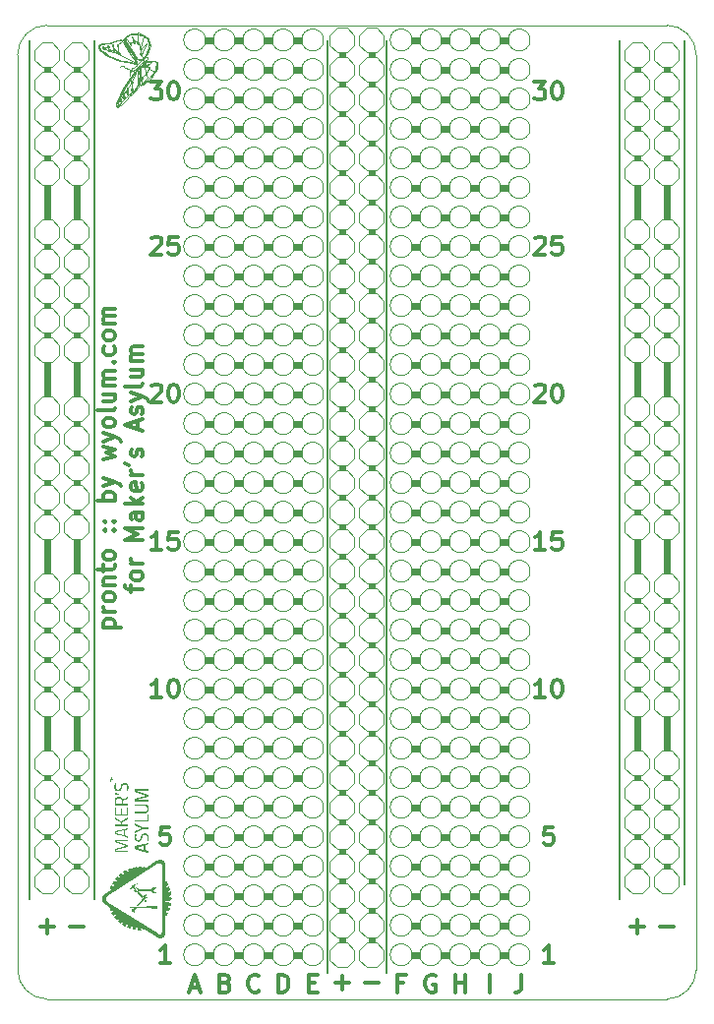
<source format=gbr>
%TF.GenerationSoftware,KiCad,Pcbnew,9.0.2-9.0.2-0~ubuntu24.04.1*%
%TF.CreationDate,2025-06-09T17:33:14+05:30*%
%TF.ProjectId,pronto,70726f6e-746f-42e6-9b69-6361645f7063,rev1*%
%TF.SameCoordinates,Original*%
%TF.FileFunction,Legend,Top*%
%TF.FilePolarity,Positive*%
%FSLAX46Y46*%
G04 Gerber Fmt 4.6, Leading zero omitted, Abs format (unit mm)*
G04 Created by KiCad (PCBNEW 9.0.2-9.0.2-0~ubuntu24.04.1) date 2025-06-09 17:33:14*
%MOMM*%
%LPD*%
G01*
G04 APERTURE LIST*
G04 Aperture macros list*
%AMOutline5P*
0 Free polygon, 5 corners , with rotation*
0 The origin of the aperture is its center*
0 number of corners: always 5*
0 $1 to $10 corner X, Y*
0 $11 Rotation angle, in degrees counterclockwise*
0 create outline with 5 corners*
4,1,5,$1,$2,$3,$4,$5,$6,$7,$8,$9,$10,$1,$2,$11*%
%AMOutline6P*
0 Free polygon, 6 corners , with rotation*
0 The origin of the aperture is its center*
0 number of corners: always 6*
0 $1 to $12 corner X, Y*
0 $13 Rotation angle, in degrees counterclockwise*
0 create outline with 6 corners*
4,1,6,$1,$2,$3,$4,$5,$6,$7,$8,$9,$10,$11,$12,$1,$2,$13*%
%AMOutline7P*
0 Free polygon, 7 corners , with rotation*
0 The origin of the aperture is its center*
0 number of corners: always 7*
0 $1 to $14 corner X, Y*
0 $15 Rotation angle, in degrees counterclockwise*
0 create outline with 7 corners*
4,1,7,$1,$2,$3,$4,$5,$6,$7,$8,$9,$10,$11,$12,$13,$14,$1,$2,$15*%
%AMOutline8P*
0 Free polygon, 8 corners , with rotation*
0 The origin of the aperture is its center*
0 number of corners: always 8*
0 $1 to $16 corner X, Y*
0 $17 Rotation angle, in degrees counterclockwise*
0 create outline with 8 corners*
4,1,8,$1,$2,$3,$4,$5,$6,$7,$8,$9,$10,$11,$12,$13,$14,$15,$16,$1,$2,$17*%
G04 Aperture macros list end*
%ADD10C,0.000000*%
%ADD11C,0.000230*%
%ADD12C,0.080000*%
%ADD13C,0.000229*%
%ADD14C,0.000246*%
%ADD15C,0.203200*%
%ADD16C,0.025400*%
%ADD17C,0.304800*%
%ADD18C,0.300000*%
%ADD19C,0.076200*%
%ADD20C,1.778000*%
%ADD21Outline8P,-1.016000X0.406400X-0.406400X1.016000X0.406400X1.016000X1.016000X0.406400X1.016000X-0.406400X0.406400X-1.016000X-0.406400X-1.016000X-1.016000X-0.406400X0.000000*%
%ADD22Outline8P,-1.016000X0.406400X-0.406400X1.016000X0.406400X1.016000X1.016000X0.406400X1.016000X-0.406400X0.406400X-1.016000X-0.406400X-1.016000X-1.016000X-0.406400X180.000000*%
%ADD23C,3.200000*%
%TA.AperFunction,Profile*%
%ADD24C,0.100000*%
%TD*%
G04 APERTURE END LIST*
D10*
G36*
X100018752Y-112625129D02*
G01*
X100019652Y-112625225D01*
X100020489Y-112625392D01*
X100020885Y-112625503D01*
X100021265Y-112625635D01*
X100021628Y-112625783D01*
X100021978Y-112625952D01*
X100022310Y-112626143D01*
X100022628Y-112626353D01*
X100022931Y-112626584D01*
X100023217Y-112626838D01*
X100023491Y-112627113D01*
X100023744Y-112627413D01*
X100023985Y-112627734D01*
X100024212Y-112628079D01*
X100024419Y-112628448D01*
X100024612Y-112628844D01*
X100024792Y-112629264D01*
X100024956Y-112629708D01*
X100025100Y-112630179D01*
X100025235Y-112630677D01*
X100025451Y-112631756D01*
X100025607Y-112632946D01*
X100025702Y-112634254D01*
X100025730Y-112635681D01*
X100027839Y-112637723D01*
X100030181Y-112639857D01*
X100032748Y-112642052D01*
X100035530Y-112644278D01*
X100038511Y-112646507D01*
X100041684Y-112648701D01*
X100045032Y-112650838D01*
X100048552Y-112652878D01*
X100052224Y-112654795D01*
X100056038Y-112656559D01*
X100059985Y-112658133D01*
X100064056Y-112659493D01*
X100068231Y-112660603D01*
X100072503Y-112661436D01*
X100076861Y-112661958D01*
X100081293Y-112662139D01*
X100085494Y-112660166D01*
X100090100Y-112658252D01*
X100092523Y-112657339D01*
X100095013Y-112656465D01*
X100097558Y-112655635D01*
X100100146Y-112654862D01*
X100102764Y-112654152D01*
X100105402Y-112653508D01*
X100108045Y-112652945D01*
X100110689Y-112652465D01*
X100113314Y-112652079D01*
X100115911Y-112651794D01*
X100118472Y-112651615D01*
X100120981Y-112651555D01*
X100798312Y-112627743D01*
X100807246Y-112627620D01*
X100817051Y-112628248D01*
X100827557Y-112629638D01*
X100838580Y-112631794D01*
X100849945Y-112634725D01*
X100861473Y-112638441D01*
X100872984Y-112642946D01*
X100878679Y-112645495D01*
X100884303Y-112648247D01*
X100889833Y-112651202D01*
X100895248Y-112654358D01*
X100900525Y-112657718D01*
X100905643Y-112661282D01*
X100910580Y-112665050D01*
X100915312Y-112669026D01*
X100919817Y-112673208D01*
X100924071Y-112677601D01*
X100928057Y-112682201D01*
X100931748Y-112687012D01*
X100935123Y-112692034D01*
X100938159Y-112697268D01*
X100940836Y-112702717D01*
X100943130Y-112708378D01*
X100945018Y-112714254D01*
X100946480Y-112720348D01*
X100946946Y-112721835D01*
X100947351Y-112723329D01*
X100947706Y-112724829D01*
X100948008Y-112726342D01*
X100948266Y-112727868D01*
X100948479Y-112729416D01*
X100948655Y-112730985D01*
X100948795Y-112732583D01*
X100948983Y-112735876D01*
X100949083Y-112739321D01*
X100949123Y-112746805D01*
X100949082Y-112756273D01*
X100948983Y-112760711D01*
X100948795Y-112764994D01*
X100948479Y-112769156D01*
X100948266Y-112771198D01*
X100948010Y-112773221D01*
X100947706Y-112775230D01*
X100947354Y-112777227D01*
X100946946Y-112779216D01*
X100946480Y-112781200D01*
X100945002Y-112787287D01*
X100943071Y-112793139D01*
X100940707Y-112798764D01*
X100937936Y-112804162D01*
X100934785Y-112809331D01*
X100931279Y-112814274D01*
X100927436Y-112818995D01*
X100923286Y-112823494D01*
X100918854Y-112827771D01*
X100914167Y-112831826D01*
X100909244Y-112835667D01*
X100904110Y-112839291D01*
X100893319Y-112845892D01*
X100881989Y-112851645D01*
X100870316Y-112856562D01*
X100858499Y-112860655D01*
X100846739Y-112863931D01*
X100835230Y-112866405D01*
X100824171Y-112868088D01*
X100813758Y-112868993D01*
X100804192Y-112869133D01*
X100795669Y-112868513D01*
X100120979Y-112826180D01*
X100115908Y-112825069D01*
X100110686Y-112823741D01*
X100105400Y-112822225D01*
X100100144Y-112820557D01*
X100095014Y-112818763D01*
X100090098Y-112816878D01*
X100085494Y-112814929D01*
X100081291Y-112812952D01*
X100079068Y-112812988D01*
X100076859Y-112813102D01*
X100074669Y-112813288D01*
X100072497Y-112813541D01*
X100068212Y-112814241D01*
X100064012Y-112815183D01*
X100059903Y-112816344D01*
X100055898Y-112817694D01*
X100051999Y-112819219D01*
X100048219Y-112820888D01*
X100044562Y-112822684D01*
X100041036Y-112824577D01*
X100037650Y-112826551D01*
X100034412Y-112828577D01*
X100031326Y-112830636D01*
X100028405Y-112832703D01*
X100025656Y-112834750D01*
X100023084Y-112836764D01*
X100022122Y-112838190D01*
X100021213Y-112839496D01*
X100020351Y-112840687D01*
X100019528Y-112841766D01*
X100018736Y-112842736D01*
X100017967Y-112843601D01*
X100017213Y-112844366D01*
X100016841Y-112844709D01*
X100016468Y-112845032D01*
X100016095Y-112845331D01*
X100015724Y-112845604D01*
X100015350Y-112845860D01*
X100014971Y-112846092D01*
X100014590Y-112846302D01*
X100014202Y-112846490D01*
X100013810Y-112846659D01*
X100013410Y-112846809D01*
X100013003Y-112846939D01*
X100012587Y-112847050D01*
X100012162Y-112847142D01*
X100011725Y-112847217D01*
X100011279Y-112847275D01*
X100010815Y-112847316D01*
X100010343Y-112847340D01*
X100009852Y-112847347D01*
X100007209Y-112847345D01*
X100006224Y-112847270D01*
X100005255Y-112847041D01*
X100004305Y-112846659D01*
X100003367Y-112846133D01*
X100001552Y-112844644D01*
X99999810Y-112842594D01*
X99998143Y-112839999D01*
X99996559Y-112836882D01*
X99995058Y-112833263D01*
X99993651Y-112829156D01*
X99992333Y-112824588D01*
X99991111Y-112819572D01*
X99989993Y-112814128D01*
X99988977Y-112808281D01*
X99988072Y-112802044D01*
X99987278Y-112795439D01*
X99986602Y-112788484D01*
X99986044Y-112781200D01*
X99986041Y-112773265D01*
X98745145Y-112773265D01*
X98708105Y-112794430D01*
X98581103Y-112775911D01*
X98581103Y-112728286D01*
X98708104Y-112709764D01*
X98747791Y-112725640D01*
X99988687Y-112725640D01*
X99988800Y-112722100D01*
X99989100Y-112717661D01*
X99990009Y-112707450D01*
X99990921Y-112697731D01*
X99991219Y-112693914D01*
X99991332Y-112691244D01*
X99992356Y-112683961D01*
X99993447Y-112677005D01*
X99994607Y-112670402D01*
X99995837Y-112664164D01*
X99997151Y-112658315D01*
X99998544Y-112652873D01*
X100000020Y-112647856D01*
X100000791Y-112645514D01*
X100001586Y-112643286D01*
X100002402Y-112641176D01*
X100003245Y-112639182D01*
X100004112Y-112637311D01*
X100005002Y-112635561D01*
X100005918Y-112633938D01*
X100006858Y-112632444D01*
X100007826Y-112631080D01*
X100008820Y-112629851D01*
X100009842Y-112628757D01*
X100010891Y-112627801D01*
X100011967Y-112626983D01*
X100013073Y-112626312D01*
X100014210Y-112625783D01*
X100015373Y-112625404D01*
X100016566Y-112625175D01*
X100017791Y-112625097D01*
X100018752Y-112625129D01*
G37*
G36*
X99208167Y-110717451D02*
G01*
X99210812Y-110720097D01*
X99210812Y-110725389D01*
X99213459Y-110730681D01*
X99213459Y-110738619D01*
X99213459Y-110743911D01*
X99213458Y-110751848D01*
X99210812Y-110757138D01*
X99194940Y-110765076D01*
X99179063Y-110770368D01*
X99163188Y-110778306D01*
X99147314Y-110783596D01*
X99139376Y-110786242D01*
X99131438Y-110791534D01*
X99118209Y-110799471D01*
X99104980Y-110807409D01*
X99091749Y-110815347D01*
X99083814Y-110817993D01*
X99078522Y-110823285D01*
X99065292Y-110831223D01*
X99054709Y-110839159D01*
X99044125Y-110849743D01*
X99033542Y-110857681D01*
X99022959Y-110868264D01*
X99017667Y-110873556D01*
X99012375Y-110876202D01*
X99004438Y-110886784D01*
X98999146Y-110889430D01*
X98991208Y-110892076D01*
X98985916Y-110892076D01*
X98980624Y-110894722D01*
X98977979Y-110897368D01*
X98972687Y-110900014D01*
X98970043Y-110902660D01*
X98967395Y-110905306D01*
X98964749Y-110907952D01*
X98962103Y-110913244D01*
X98959457Y-110915890D01*
X98959460Y-110918533D01*
X98959460Y-110923825D01*
X98959460Y-110926471D01*
X98959460Y-110931763D01*
X98959459Y-110937055D01*
X98962105Y-110939701D01*
X98964751Y-110942347D01*
X98964751Y-110944993D01*
X98970041Y-110952931D01*
X98972687Y-110958223D01*
X98972687Y-110963515D01*
X98977978Y-110971452D01*
X98980624Y-110979388D01*
X98983271Y-110987326D01*
X98985916Y-110995264D01*
X98988563Y-110997910D01*
X98988565Y-111000554D01*
X98991209Y-111003202D01*
X98991209Y-111008494D01*
X98993852Y-111013786D01*
X98993853Y-111019076D01*
X98996501Y-111027011D01*
X98996501Y-111032305D01*
X98996501Y-111034951D01*
X98996501Y-111037597D01*
X98996500Y-111042889D01*
X98996500Y-111045535D01*
X99020313Y-111074640D01*
X99041479Y-111103742D01*
X99065292Y-111130202D01*
X99086457Y-111156659D01*
X99107626Y-111183117D01*
X99184354Y-111273075D01*
X99184354Y-111275721D01*
X99126143Y-111341868D01*
X99086459Y-111341868D01*
X99012374Y-111257202D01*
X98999146Y-111243972D01*
X98988562Y-111233390D01*
X98980624Y-111225450D01*
X98975332Y-111220160D01*
X98962105Y-111206930D01*
X98948876Y-111193700D01*
X98938291Y-111180471D01*
X98925061Y-111167243D01*
X98919769Y-111164597D01*
X98917123Y-111161951D01*
X98911834Y-111154013D01*
X98885374Y-111130202D01*
X98882731Y-111127556D01*
X98877436Y-111127556D01*
X98872146Y-111124910D01*
X98869500Y-111122264D01*
X98864209Y-111122264D01*
X98861563Y-111119618D01*
X98858917Y-111116972D01*
X98853625Y-111111680D01*
X98850980Y-111106390D01*
X98845688Y-111103744D01*
X98840396Y-111095806D01*
X98837751Y-111093158D01*
X98835103Y-111087869D01*
X98819230Y-111085223D01*
X98806000Y-111085223D01*
X98798062Y-111085223D01*
X98792770Y-111085223D01*
X98784832Y-111085223D01*
X98779540Y-111087869D01*
X98774248Y-111087869D01*
X98768956Y-111090515D01*
X98761021Y-111090515D01*
X98758374Y-111093160D01*
X98753082Y-111095806D01*
X98747790Y-111095806D01*
X98742498Y-111098452D01*
X98737210Y-111101096D01*
X98734564Y-111103742D01*
X98729271Y-111109034D01*
X98726625Y-111111680D01*
X98721333Y-111114326D01*
X98716041Y-111122264D01*
X98710752Y-111132845D01*
X98705461Y-111143429D01*
X98700165Y-111154015D01*
X98700165Y-111159307D01*
X98697523Y-111164597D01*
X98697523Y-111172535D01*
X98694876Y-111177825D01*
X98626084Y-111228098D01*
X98618147Y-111228096D01*
X98612855Y-111225450D01*
X98607563Y-111225450D01*
X98602271Y-111222804D01*
X98596978Y-111220160D01*
X98594333Y-111217514D01*
X98589041Y-111214868D01*
X98583749Y-111212222D01*
X98581103Y-111209576D01*
X98578460Y-111204284D01*
X98573165Y-111201638D01*
X98570519Y-111198992D01*
X98567877Y-111193700D01*
X98565230Y-111191054D01*
X98562584Y-111185763D01*
X98559938Y-111180471D01*
X98557292Y-111175179D01*
X98554646Y-111169889D01*
X98552000Y-111164597D01*
X98549355Y-111159307D01*
X98549355Y-111151369D01*
X98546709Y-111146075D01*
X98544063Y-111138137D01*
X98541417Y-111132845D01*
X98604917Y-111071993D01*
X98610207Y-111069347D01*
X98618146Y-111069347D01*
X98623437Y-111066701D01*
X98628730Y-111064055D01*
X98631376Y-111064055D01*
X98634022Y-111064055D01*
X98639315Y-111061409D01*
X98644607Y-111058763D01*
X98649894Y-111056119D01*
X98652543Y-111056119D01*
X98657835Y-111053473D01*
X98660478Y-111050827D01*
X98665770Y-111048181D01*
X98668416Y-111045535D01*
X98671064Y-111045535D01*
X98671064Y-111042889D01*
X98673708Y-111040241D01*
X98679000Y-111037595D01*
X98681643Y-111034951D01*
X98681646Y-111032303D01*
X98684292Y-111029657D01*
X98686938Y-111027011D01*
X98686939Y-111024369D01*
X98689582Y-111024368D01*
X98689582Y-111021722D01*
X98689582Y-111019076D01*
X98692231Y-111016431D01*
X98692230Y-111013786D01*
X98692230Y-111011140D01*
X98692230Y-111005846D01*
X98692230Y-111003200D01*
X98692230Y-111000554D01*
X98692227Y-110997910D01*
X98692227Y-110992618D01*
X98689581Y-110989972D01*
X98689581Y-110987326D01*
X98692230Y-110979386D01*
X98697522Y-110971448D01*
X98700165Y-110963515D01*
X98705457Y-110955577D01*
X98713397Y-110944993D01*
X98718687Y-110939701D01*
X98723980Y-110931765D01*
X98731918Y-110923827D01*
X98739855Y-110915890D01*
X98747790Y-110907952D01*
X98758377Y-110900014D01*
X98768957Y-110894722D01*
X98776897Y-110886786D01*
X98787479Y-110878846D01*
X98800707Y-110873554D01*
X98811292Y-110865616D01*
X98835103Y-110852389D01*
X98856271Y-110841805D01*
X98869501Y-110833869D01*
X98880082Y-110828577D01*
X98903896Y-110817993D01*
X98925061Y-110807409D01*
X98948876Y-110796825D01*
X98970043Y-110786242D01*
X98983270Y-110780952D01*
X98993853Y-110775660D01*
X99017667Y-110767722D01*
X99028251Y-110762430D01*
X99038834Y-110759784D01*
X99052063Y-110754492D01*
X99062647Y-110751846D01*
X99073230Y-110749200D01*
X99086457Y-110743911D01*
X99097043Y-110741262D01*
X99107627Y-110738616D01*
X99120855Y-110735973D01*
X99131436Y-110733327D01*
X99142020Y-110730681D01*
X99155250Y-110728035D01*
X99176417Y-110722743D01*
X99205520Y-110712159D01*
X99208167Y-110717451D01*
G37*
G36*
X99943536Y-111663345D02*
G01*
X99951191Y-111663709D01*
X99961740Y-111664665D01*
X99964313Y-111664878D01*
X99964853Y-111664834D01*
X99964875Y-111664658D01*
X99967519Y-111696410D01*
X99885498Y-111786368D01*
X99887874Y-111792626D01*
X99890525Y-111798507D01*
X99893427Y-111804023D01*
X99896559Y-111809189D01*
X99899899Y-111814011D01*
X99903431Y-111818504D01*
X99907125Y-111822683D01*
X99910967Y-111826553D01*
X99914932Y-111830126D01*
X99919000Y-111833419D01*
X99923149Y-111836441D01*
X99927359Y-111839203D01*
X99931607Y-111841714D01*
X99935871Y-111843991D01*
X99940132Y-111846045D01*
X99944369Y-111847885D01*
X99952681Y-111850970D01*
X99960639Y-111853338D01*
X99968068Y-111855091D01*
X99974796Y-111856318D01*
X99980660Y-111857109D01*
X99985484Y-111857556D01*
X99991333Y-111857805D01*
X100076000Y-111770492D01*
X100078109Y-111774295D01*
X100080326Y-111778862D01*
X100082946Y-111785045D01*
X100084318Y-111788700D01*
X100085690Y-111792715D01*
X100087021Y-111797068D01*
X100088278Y-111801747D01*
X100089428Y-111806737D01*
X100090431Y-111812021D01*
X100091259Y-111817584D01*
X100091876Y-111823409D01*
X100093819Y-111831347D01*
X100094712Y-111835314D01*
X100095513Y-111839285D01*
X100096190Y-111843254D01*
X100096713Y-111847221D01*
X100096904Y-111849208D01*
X100097048Y-111851190D01*
X100097135Y-111853174D01*
X100097167Y-111855159D01*
X100097039Y-111860212D01*
X100096638Y-111865443D01*
X100095946Y-111870846D01*
X100094934Y-111876409D01*
X100093582Y-111882128D01*
X100091865Y-111887994D01*
X100089760Y-111894001D01*
X100087244Y-111900140D01*
X100084298Y-111906400D01*
X100080888Y-111912779D01*
X100077001Y-111919266D01*
X100072609Y-111925854D01*
X100067693Y-111932534D01*
X100062223Y-111939299D01*
X100056178Y-111946143D01*
X100049543Y-111953054D01*
X100044694Y-111957637D01*
X100039589Y-111961966D01*
X100034253Y-111966041D01*
X100028707Y-111969880D01*
X100022973Y-111973487D01*
X100017079Y-111976869D01*
X100011044Y-111980032D01*
X100004894Y-111982987D01*
X99992337Y-111988298D01*
X99979592Y-111992868D01*
X99966851Y-111996752D01*
X99954294Y-112000019D01*
X99942107Y-112002728D01*
X99930480Y-112004937D01*
X99909644Y-112008123D01*
X99882856Y-112011264D01*
X99865114Y-112028388D01*
X99822785Y-112074350D01*
X99682101Y-112232189D01*
X99300771Y-112667431D01*
X99089103Y-112667431D01*
X99188940Y-112558253D01*
X99295936Y-112439432D01*
X99404109Y-112317452D01*
X99507476Y-112198786D01*
X99600056Y-112089919D01*
X99675860Y-111997332D01*
X99705602Y-111959165D01*
X99728905Y-111927501D01*
X99745022Y-111903146D01*
X99753209Y-111886908D01*
X99753741Y-111871940D01*
X99753994Y-111854954D01*
X99754316Y-111845772D01*
X99754931Y-111836166D01*
X99755954Y-111826169D01*
X99757509Y-111815800D01*
X99759714Y-111805095D01*
X99762692Y-111794072D01*
X99766559Y-111782764D01*
X99771441Y-111771195D01*
X99777452Y-111759394D01*
X99780920Y-111753417D01*
X99784714Y-111747388D01*
X99788855Y-111741317D01*
X99793352Y-111735204D01*
X99798222Y-111729052D01*
X99803480Y-111722867D01*
X99810470Y-111715723D01*
X99817531Y-111709162D01*
X99824643Y-111703157D01*
X99831792Y-111697687D01*
X99838955Y-111692721D01*
X99846110Y-111688247D01*
X99853240Y-111684235D01*
X99860323Y-111680657D01*
X99867341Y-111677497D01*
X99874272Y-111674728D01*
X99881099Y-111672326D01*
X99887800Y-111670266D01*
X99894356Y-111668526D01*
X99900746Y-111667084D01*
X99906948Y-111665913D01*
X99912950Y-111664989D01*
X99924257Y-111663796D01*
X99934507Y-111663311D01*
X99943536Y-111663345D01*
G37*
G36*
X99054376Y-112959794D02*
G01*
X99035538Y-112982543D01*
X99021509Y-112999897D01*
X99016442Y-113006413D01*
X99012751Y-113011420D01*
X99010493Y-113014860D01*
X99009921Y-113015973D01*
X99009728Y-113016678D01*
X99009728Y-113019324D01*
X99009955Y-113023899D01*
X99010553Y-113029621D01*
X99012374Y-113044130D01*
X99013344Y-113052734D01*
X99014194Y-113062113D01*
X99014793Y-113072176D01*
X99014962Y-113077432D01*
X99015021Y-113082825D01*
X99014955Y-113088344D01*
X99014740Y-113093974D01*
X99014357Y-113099703D01*
X99013780Y-113105521D01*
X99012984Y-113111419D01*
X99011950Y-113117382D01*
X99010652Y-113123398D01*
X99009067Y-113129460D01*
X99007172Y-113135551D01*
X99004943Y-113141657D01*
X99002357Y-113147777D01*
X98999392Y-113153890D01*
X98996022Y-113159990D01*
X98992229Y-113166060D01*
X98987988Y-113172093D01*
X98983270Y-113178075D01*
X98976296Y-113185707D01*
X98969278Y-113192742D01*
X98962234Y-113199202D01*
X98955180Y-113205112D01*
X98948131Y-113210496D01*
X98941108Y-113215375D01*
X98934129Y-113219776D01*
X98927212Y-113223716D01*
X98920370Y-113227224D01*
X98913624Y-113230321D01*
X98906988Y-113233030D01*
X98900486Y-113235374D01*
X98894129Y-113237378D01*
X98887936Y-113239063D01*
X98881925Y-113240456D01*
X98876114Y-113241576D01*
X98870519Y-113242448D01*
X98865161Y-113243095D01*
X98855214Y-113243810D01*
X98846418Y-113243901D01*
X98838908Y-113243561D01*
X98832822Y-113242972D01*
X98828302Y-113242320D01*
X98824519Y-113241576D01*
X98821875Y-113199243D01*
X98898604Y-113111931D01*
X98890668Y-113093409D01*
X98874792Y-113072243D01*
X98874274Y-113071507D01*
X98873712Y-113070785D01*
X98872460Y-113069385D01*
X98871066Y-113068040D01*
X98869542Y-113066744D01*
X98867911Y-113065496D01*
X98866188Y-113064289D01*
X98864397Y-113063123D01*
X98862555Y-113061990D01*
X98858798Y-113059815D01*
X98855073Y-113057732D01*
X98851531Y-113055711D01*
X98849880Y-113054716D01*
X98848335Y-113053722D01*
X98845327Y-113052761D01*
X98842251Y-113051872D01*
X98839107Y-113051059D01*
X98835891Y-113050332D01*
X98832594Y-113049697D01*
X98829219Y-113049164D01*
X98825757Y-113048739D01*
X98822206Y-113048430D01*
X98818563Y-113048244D01*
X98814823Y-113048193D01*
X98810981Y-113048280D01*
X98807033Y-113048514D01*
X98802980Y-113048903D01*
X98798812Y-113049453D01*
X98794531Y-113050175D01*
X98790126Y-113051076D01*
X98705458Y-113143680D01*
X98705004Y-113143185D01*
X98704480Y-113142565D01*
X98703806Y-113141696D01*
X98703003Y-113140580D01*
X98702567Y-113139928D01*
X98702110Y-113139216D01*
X98701638Y-113138439D01*
X98701153Y-113137601D01*
X98700662Y-113136703D01*
X98700165Y-113135744D01*
X98692228Y-113111931D01*
X98691242Y-113107713D01*
X98690286Y-113103001D01*
X98689393Y-113097791D01*
X98688592Y-113092086D01*
X98687915Y-113085884D01*
X98687393Y-113079189D01*
X98687056Y-113071995D01*
X98686936Y-113064306D01*
X98686938Y-113053722D01*
X98687066Y-113048577D01*
X98687476Y-113043075D01*
X98688193Y-113037233D01*
X98689253Y-113031067D01*
X98690682Y-113024589D01*
X98692517Y-113017817D01*
X98694787Y-113010766D01*
X98697522Y-113003448D01*
X98700752Y-112995887D01*
X98704509Y-112988094D01*
X98708824Y-112980081D01*
X98713728Y-112971865D01*
X98719253Y-112963466D01*
X98725426Y-112954896D01*
X98732284Y-112946171D01*
X98739855Y-112937306D01*
X98744380Y-112932514D01*
X98749018Y-112928047D01*
X98753757Y-112923899D01*
X98758588Y-112920051D01*
X98763496Y-112916491D01*
X98768475Y-112913207D01*
X98773509Y-112910187D01*
X98778592Y-112907415D01*
X98783707Y-112904881D01*
X98788846Y-112902568D01*
X98799154Y-112898564D01*
X98809420Y-112895294D01*
X98819561Y-112892657D01*
X98829480Y-112890547D01*
X98839098Y-112888860D01*
X98857055Y-112886332D01*
X98872719Y-112884239D01*
X98879469Y-112883092D01*
X98885375Y-112881743D01*
X98886553Y-112881496D01*
X98888092Y-112880765D01*
X98889992Y-112879563D01*
X98892239Y-112877897D01*
X98894827Y-112875784D01*
X98897747Y-112873233D01*
X98904557Y-112866859D01*
X98912610Y-112858875D01*
X98921838Y-112849373D01*
X98932184Y-112838444D01*
X98943583Y-112826180D01*
X98943583Y-112823534D01*
X99168477Y-112823534D01*
X99054376Y-112959794D01*
G37*
G36*
X100707759Y-111011570D02*
G01*
X100722828Y-111012849D01*
X100737656Y-111014959D01*
X100752215Y-111017876D01*
X100766482Y-111021586D01*
X100780425Y-111026067D01*
X100794022Y-111031301D01*
X100807243Y-111037264D01*
X100820058Y-111043944D01*
X100832442Y-111051317D01*
X100844373Y-111059364D01*
X100855816Y-111068065D01*
X100866749Y-111077403D01*
X100877144Y-111087357D01*
X100886972Y-111097907D01*
X100896206Y-111109034D01*
X100896206Y-111111680D01*
X100896207Y-111132845D01*
X100732163Y-111132848D01*
X100621040Y-111275723D01*
X100732165Y-111415951D01*
X100896206Y-111415951D01*
X100896206Y-111439764D01*
X100886972Y-111450889D01*
X100877144Y-111461442D01*
X100866748Y-111471395D01*
X100855817Y-111480734D01*
X100844373Y-111489434D01*
X100832443Y-111497481D01*
X100820057Y-111504854D01*
X100807240Y-111511532D01*
X100794021Y-111517497D01*
X100780426Y-111522731D01*
X100766481Y-111527210D01*
X100752215Y-111530920D01*
X100737655Y-111533839D01*
X100722826Y-111535949D01*
X100707759Y-111537230D01*
X100692476Y-111537661D01*
X100682594Y-111537468D01*
X100672798Y-111536893D01*
X100663093Y-111535951D01*
X100653486Y-111534643D01*
X100643990Y-111532977D01*
X100634603Y-111530964D01*
X100625336Y-111528607D01*
X100616203Y-111525918D01*
X100607202Y-111522905D01*
X100598343Y-111519573D01*
X100589637Y-111515930D01*
X100581089Y-111511988D01*
X100572702Y-111507749D01*
X100564491Y-111503222D01*
X100556457Y-111498418D01*
X100548610Y-111493341D01*
X100540955Y-111488003D01*
X100533504Y-111482407D01*
X100526259Y-111476564D01*
X100519232Y-111470478D01*
X100512427Y-111464162D01*
X100505852Y-111457622D01*
X100499515Y-111450865D01*
X100493420Y-111443897D01*
X100487579Y-111436730D01*
X100481996Y-111429366D01*
X100476681Y-111421817D01*
X100471639Y-111414092D01*
X100466877Y-111406192D01*
X100462404Y-111398134D01*
X100458224Y-111389918D01*
X100454353Y-111381555D01*
X99433062Y-111381555D01*
X99306060Y-111381555D01*
X99298122Y-111394785D01*
X99293564Y-111401141D01*
X99288825Y-111407307D01*
X99283908Y-111413278D01*
X99278817Y-111419050D01*
X99273553Y-111424625D01*
X99268126Y-111429992D01*
X99262533Y-111435151D01*
X99256781Y-111440095D01*
X99250875Y-111444822D01*
X99244818Y-111449329D01*
X99238614Y-111453610D01*
X99232265Y-111457666D01*
X99225779Y-111461485D01*
X99219156Y-111465070D01*
X99212401Y-111468414D01*
X99205518Y-111471514D01*
X99200525Y-111473903D01*
X99195472Y-111476108D01*
X99190357Y-111478136D01*
X99185178Y-111479988D01*
X99179939Y-111481670D01*
X99174638Y-111483189D01*
X99169273Y-111484541D01*
X99163846Y-111485736D01*
X99158359Y-111486774D01*
X99152808Y-111487662D01*
X99147198Y-111488404D01*
X99141522Y-111489002D01*
X99135786Y-111489459D01*
X99129987Y-111489782D01*
X99124128Y-111489973D01*
X99118207Y-111490035D01*
X99107117Y-111489758D01*
X99096178Y-111488935D01*
X99085409Y-111487580D01*
X99074813Y-111485707D01*
X99064412Y-111483331D01*
X99054218Y-111480458D01*
X99044237Y-111477110D01*
X99034490Y-111473291D01*
X99024988Y-111469020D01*
X99015742Y-111464310D01*
X99006768Y-111459170D01*
X98998075Y-111453617D01*
X98989679Y-111447664D01*
X98981593Y-111441322D01*
X98973828Y-111434605D01*
X98966402Y-111427527D01*
X98959324Y-111420098D01*
X98952606Y-111412336D01*
X98946263Y-111404251D01*
X98940309Y-111395855D01*
X98934759Y-111387161D01*
X98929619Y-111378187D01*
X98924909Y-111368941D01*
X98920636Y-111359439D01*
X98916819Y-111349692D01*
X98913469Y-111339712D01*
X98910598Y-111329517D01*
X98908221Y-111319114D01*
X98906349Y-111308520D01*
X98904992Y-111297751D01*
X98904171Y-111286812D01*
X98903893Y-111275723D01*
X98904025Y-111266798D01*
X98904432Y-111257904D01*
X98905150Y-111249073D01*
X98905637Y-111244691D01*
X98906212Y-111240333D01*
X98906878Y-111236010D01*
X98907640Y-111231719D01*
X98908506Y-111227468D01*
X98909477Y-111223260D01*
X98910554Y-111219098D01*
X98911745Y-111214987D01*
X98913050Y-111210931D01*
X98914477Y-111206930D01*
X98925061Y-111217514D01*
X98938291Y-111230742D01*
X98948875Y-111243972D01*
X98954167Y-111249264D01*
X98959457Y-111254556D01*
X98970044Y-111267783D01*
X98980627Y-111281013D01*
X99004439Y-111307473D01*
X99004438Y-111320702D01*
X99073231Y-111386847D01*
X99075875Y-111386847D01*
X99123500Y-111386847D01*
X99163187Y-111386847D01*
X99221397Y-111320700D01*
X99221397Y-111315408D01*
X99221397Y-111281013D01*
X99406605Y-111281013D01*
X99406637Y-111282251D01*
X99406726Y-111283492D01*
X99406881Y-111284721D01*
X99407091Y-111285950D01*
X99407359Y-111287164D01*
X99407684Y-111288369D01*
X99408068Y-111289557D01*
X99408505Y-111290730D01*
X99408998Y-111291882D01*
X99409543Y-111293012D01*
X99410140Y-111294120D01*
X99410791Y-111295199D01*
X99411489Y-111296251D01*
X99412240Y-111297268D01*
X99413038Y-111298255D01*
X99413882Y-111299204D01*
X99414772Y-111300114D01*
X99415709Y-111300983D01*
X99416692Y-111301809D01*
X99417716Y-111302586D01*
X99418783Y-111303320D01*
X99419891Y-111304001D01*
X99421043Y-111304626D01*
X99422231Y-111305198D01*
X99423461Y-111305710D01*
X99424726Y-111306164D01*
X99426030Y-111306553D01*
X99427368Y-111306879D01*
X99428741Y-111307135D01*
X99430149Y-111307321D01*
X99431590Y-111307432D01*
X99433063Y-111307473D01*
X100417314Y-111307470D01*
X100419291Y-111307468D01*
X100421239Y-111307432D01*
X100422195Y-111307391D01*
X100423127Y-111307333D01*
X100424038Y-111307251D01*
X100424920Y-111307140D01*
X100425773Y-111307002D01*
X100426590Y-111306827D01*
X100427368Y-111306611D01*
X100428102Y-111306357D01*
X100428456Y-111306210D01*
X100428794Y-111306053D01*
X100429119Y-111305882D01*
X100429430Y-111305701D01*
X100429730Y-111305503D01*
X100430015Y-111305293D01*
X100430285Y-111305068D01*
X100430544Y-111304824D01*
X100432000Y-111303803D01*
X100433389Y-111302717D01*
X100434710Y-111301570D01*
X100435959Y-111300360D01*
X100437128Y-111299091D01*
X100438216Y-111297758D01*
X100439217Y-111296362D01*
X100440132Y-111294904D01*
X100440953Y-111293386D01*
X100441678Y-111291802D01*
X100442301Y-111290160D01*
X100442822Y-111288454D01*
X100443231Y-111286689D01*
X100443530Y-111284856D01*
X100443710Y-111282966D01*
X100443772Y-111281013D01*
X100443756Y-111280028D01*
X100443710Y-111279060D01*
X100443635Y-111278106D01*
X100443530Y-111277169D01*
X100443394Y-111276245D01*
X100443231Y-111275341D01*
X100443040Y-111274449D01*
X100442819Y-111273572D01*
X100442576Y-111272710D01*
X100442300Y-111271868D01*
X100442001Y-111271037D01*
X100441680Y-111270224D01*
X100441328Y-111269425D01*
X100440954Y-111268642D01*
X100440555Y-111267875D01*
X100440135Y-111267122D01*
X100439689Y-111266385D01*
X100439220Y-111265666D01*
X100438728Y-111264961D01*
X100438215Y-111264270D01*
X100437128Y-111262938D01*
X100435959Y-111261665D01*
X100434710Y-111260456D01*
X100433389Y-111259309D01*
X100431999Y-111258225D01*
X100430543Y-111257202D01*
X100417314Y-111254553D01*
X99433063Y-111254556D01*
X99431824Y-111254585D01*
X99430586Y-111254676D01*
X99429355Y-111254828D01*
X99428128Y-111255041D01*
X99426911Y-111255311D01*
X99425709Y-111255635D01*
X99424519Y-111256019D01*
X99423348Y-111256456D01*
X99422196Y-111256948D01*
X99421064Y-111257494D01*
X99419957Y-111258092D01*
X99418877Y-111258742D01*
X99417827Y-111259439D01*
X99416809Y-111260188D01*
X99415823Y-111260987D01*
X99414874Y-111261830D01*
X99413961Y-111262723D01*
X99413092Y-111263660D01*
X99412269Y-111264640D01*
X99411488Y-111265666D01*
X99410756Y-111266733D01*
X99410074Y-111267843D01*
X99409449Y-111268993D01*
X99408877Y-111270183D01*
X99408365Y-111271412D01*
X99407912Y-111272677D01*
X99407522Y-111273980D01*
X99407199Y-111275318D01*
X99406941Y-111276694D01*
X99406757Y-111278099D01*
X99406641Y-111279542D01*
X99406605Y-111281013D01*
X99221397Y-111281013D01*
X99221397Y-111262491D01*
X99221397Y-111233390D01*
X99163188Y-111175181D01*
X99144668Y-111175179D01*
X99134082Y-111161951D01*
X99112917Y-111135494D01*
X99091749Y-111109034D01*
X99070584Y-111082577D01*
X99062646Y-111074639D01*
X99069592Y-111072777D01*
X99076536Y-111071165D01*
X99083482Y-111069801D01*
X99090425Y-111068685D01*
X99097371Y-111067819D01*
X99104318Y-111067198D01*
X99111262Y-111066826D01*
X99118208Y-111066701D01*
X99125378Y-111066817D01*
X99132498Y-111067162D01*
X99139560Y-111067734D01*
X99146563Y-111068526D01*
X99153504Y-111069535D01*
X99160375Y-111070764D01*
X99167173Y-111072205D01*
X99173895Y-111073854D01*
X99180536Y-111075706D01*
X99187090Y-111077763D01*
X99193556Y-111080018D01*
X99199924Y-111082468D01*
X99206196Y-111085109D01*
X99212365Y-111087939D01*
X99218424Y-111090954D01*
X99224374Y-111094150D01*
X99230203Y-111097528D01*
X99235916Y-111101077D01*
X99241505Y-111104797D01*
X99246960Y-111108689D01*
X99252285Y-111112742D01*
X99257470Y-111116960D01*
X99262514Y-111121332D01*
X99267406Y-111125861D01*
X99272153Y-111130540D01*
X99276742Y-111135368D01*
X99281173Y-111140339D01*
X99285439Y-111145452D01*
X99289535Y-111150701D01*
X99293461Y-111156085D01*
X99297207Y-111161601D01*
X99300771Y-111167243D01*
X100454354Y-111167243D01*
X100462406Y-111150694D01*
X100471640Y-111134815D01*
X100481997Y-111119659D01*
X100493421Y-111105273D01*
X100505853Y-111091709D01*
X100519234Y-111079016D01*
X100533508Y-111067246D01*
X100548610Y-111056450D01*
X100564492Y-111046675D01*
X100581090Y-111037974D01*
X100598346Y-111030398D01*
X100616203Y-111023996D01*
X100634602Y-111018817D01*
X100653487Y-111014916D01*
X100672797Y-111012340D01*
X100692478Y-111011138D01*
X100707759Y-111011570D01*
G37*
G36*
X99324586Y-111429180D02*
G01*
X99345751Y-111452994D01*
X99366918Y-111476806D01*
X99388084Y-111500619D01*
X99411900Y-111529723D01*
X99433067Y-111550888D01*
X99454233Y-111572056D01*
X99475399Y-111593221D01*
X99530961Y-111638201D01*
X99549482Y-111656722D01*
X99568003Y-111677888D01*
X99586525Y-111699056D01*
X99605046Y-111720221D01*
X99615630Y-111730805D01*
X99626212Y-111744035D01*
X99634150Y-111751973D01*
X99655317Y-111773138D01*
X99663253Y-111781076D01*
X99681775Y-111802242D01*
X99689714Y-111812827D01*
X99705586Y-111828701D01*
X99704712Y-111835410D01*
X99704058Y-111841683D01*
X99703588Y-111847585D01*
X99703273Y-111853174D01*
X99703081Y-111858519D01*
X99702984Y-111863676D01*
X99702941Y-111873681D01*
X99702941Y-111881619D01*
X99701236Y-111885276D01*
X99699098Y-111889317D01*
X99693518Y-111898566D01*
X99686199Y-111909430D01*
X99677144Y-111921967D01*
X99666354Y-111936240D01*
X99653829Y-111952312D01*
X99623567Y-111990096D01*
X99620922Y-111984804D01*
X99612984Y-111974221D01*
X99602400Y-111963639D01*
X99589170Y-111950409D01*
X99575943Y-111937179D01*
X99565358Y-111926598D01*
X99554774Y-111913368D01*
X99544191Y-111900138D01*
X99541545Y-111894846D01*
X99538900Y-111889556D01*
X99525669Y-111873681D01*
X99512442Y-111857805D01*
X99504505Y-111849869D01*
X99493921Y-111836639D01*
X99483337Y-111823409D01*
X99467463Y-111802242D01*
X99377502Y-111685826D01*
X99358980Y-111662014D01*
X99356334Y-111659368D01*
X99353691Y-111656720D01*
X99348398Y-111651431D01*
X99337814Y-111638202D01*
X99327232Y-111624971D01*
X99316647Y-111611741D01*
X99306063Y-111598511D01*
X99295480Y-111585283D01*
X99274313Y-111558826D01*
X99253146Y-111532369D01*
X99231980Y-111505909D01*
X99226688Y-111500617D01*
X99224042Y-111495327D01*
X99231362Y-111492225D01*
X99238441Y-111488882D01*
X99245286Y-111485296D01*
X99251906Y-111481477D01*
X99258311Y-111477424D01*
X99264504Y-111473141D01*
X99270497Y-111468636D01*
X99276299Y-111463906D01*
X99281912Y-111458962D01*
X99287345Y-111453803D01*
X99292612Y-111448436D01*
X99297713Y-111442864D01*
X99302660Y-111437091D01*
X99307458Y-111431119D01*
X99312120Y-111424953D01*
X99316647Y-111418597D01*
X99324586Y-111429180D01*
G37*
G36*
X99933104Y-112066825D02*
G01*
X99941041Y-112077411D01*
X99967497Y-112106515D01*
X99972792Y-112111807D01*
X99978083Y-112117096D01*
X99983375Y-112122388D01*
X99991313Y-112127680D01*
X100001897Y-112135618D01*
X100012479Y-112143556D01*
X100025709Y-112151494D01*
X100038939Y-112159432D01*
X100046876Y-112183243D01*
X100031003Y-112201763D01*
X100015128Y-112220284D01*
X100007190Y-112228222D01*
X99999252Y-112236160D01*
X99983379Y-112252036D01*
X99967504Y-112267910D01*
X99951628Y-112283785D01*
X99935755Y-112299659D01*
X99919880Y-112315535D01*
X99917235Y-112318181D01*
X99914589Y-112320827D01*
X99909297Y-112323473D01*
X99904005Y-112326119D01*
X99898715Y-112328765D01*
X99893423Y-112328765D01*
X99890779Y-112328762D01*
X99888133Y-112328762D01*
X99885487Y-112328762D01*
X99882840Y-112328765D01*
X99880197Y-112328765D01*
X99877551Y-112326119D01*
X99874905Y-112326119D01*
X99872259Y-112326119D01*
X99872259Y-112323473D01*
X99872259Y-112320827D01*
X99872261Y-112318181D01*
X99872261Y-112315535D01*
X99869615Y-112312889D01*
X99866970Y-112307597D01*
X99866969Y-112302307D01*
X99848451Y-112244096D01*
X99848447Y-112241452D01*
X99848451Y-112238804D01*
X99845804Y-112236158D01*
X99843158Y-112230866D01*
X99840515Y-112225576D01*
X99837869Y-112222930D01*
X99835226Y-112217638D01*
X99832580Y-112214992D01*
X99829934Y-112212346D01*
X99827288Y-112207057D01*
X99824643Y-112201763D01*
X99821997Y-112199117D01*
X99819351Y-112196473D01*
X99819351Y-112193827D01*
X99816708Y-112191181D01*
X99816708Y-112188535D01*
X99814062Y-112185889D01*
X99811416Y-112183243D01*
X99806124Y-112177951D01*
X99841224Y-112139131D01*
X99856678Y-112121722D01*
X99870616Y-112105520D01*
X99876983Y-112097845D01*
X99882938Y-112090436D01*
X99888464Y-112083285D01*
X99893552Y-112076376D01*
X99898191Y-112069700D01*
X99902369Y-112063245D01*
X99906072Y-112056999D01*
X99909291Y-112050951D01*
X99919875Y-112050951D01*
X99933104Y-112066825D01*
G37*
G36*
X101239652Y-108643791D02*
G01*
X101272949Y-108648122D01*
X101305117Y-108655008D01*
X101336100Y-108664423D01*
X101365842Y-108676344D01*
X101394287Y-108690743D01*
X101421386Y-108707589D01*
X101447079Y-108726859D01*
X101471319Y-108748525D01*
X101494045Y-108772556D01*
X101515204Y-108798931D01*
X101534746Y-108827617D01*
X101552613Y-108858591D01*
X101568748Y-108891825D01*
X101583103Y-108927292D01*
X101595621Y-108964964D01*
X101606248Y-109004813D01*
X101614930Y-109046813D01*
X101621610Y-109090937D01*
X101626235Y-109137160D01*
X101628754Y-109185449D01*
X101629111Y-109235783D01*
X101629111Y-110619555D01*
X101652427Y-110591526D01*
X101680705Y-110558038D01*
X101705011Y-110529514D01*
X101716423Y-110516366D01*
X101737889Y-110549347D01*
X101758675Y-110582762D01*
X101778839Y-110616546D01*
X101798445Y-110650642D01*
X101817556Y-110684987D01*
X101836231Y-110719518D01*
X101872529Y-110788888D01*
X101740237Y-110926471D01*
X101738377Y-110928492D01*
X101733786Y-110934201D01*
X101730936Y-110938274D01*
X101727959Y-110943076D01*
X101725044Y-110948532D01*
X101722377Y-110954580D01*
X101720144Y-110961161D01*
X101719248Y-110964628D01*
X101718534Y-110968198D01*
X101718018Y-110971870D01*
X101717724Y-110975634D01*
X101717684Y-110979480D01*
X101717914Y-110983398D01*
X101718437Y-110987382D01*
X101719275Y-110991426D01*
X101720458Y-110995518D01*
X101722006Y-110999651D01*
X101723940Y-111003815D01*
X101726284Y-111008006D01*
X101729062Y-111012212D01*
X101732299Y-111016430D01*
X101736013Y-111020461D01*
X101739706Y-111024136D01*
X101743376Y-111027463D01*
X101747021Y-111030454D01*
X101750637Y-111033126D01*
X101754220Y-111035487D01*
X101757770Y-111037552D01*
X101761279Y-111039333D01*
X101764746Y-111040842D01*
X101768165Y-111042093D01*
X101771535Y-111043099D01*
X101774854Y-111043870D01*
X101778116Y-111044420D01*
X101781318Y-111044763D01*
X101784459Y-111044910D01*
X101787532Y-111044871D01*
X101790535Y-111044664D01*
X101793463Y-111044299D01*
X101796317Y-111043790D01*
X101799092Y-111043148D01*
X101801784Y-111042382D01*
X101804385Y-111041511D01*
X101806898Y-111040545D01*
X101809318Y-111039497D01*
X101813864Y-111037206D01*
X101817994Y-111034734D01*
X101821683Y-111032185D01*
X101824901Y-111029659D01*
X101835224Y-111021767D01*
X101850908Y-111009196D01*
X101890057Y-110977073D01*
X101941319Y-110934409D01*
X101970507Y-111006343D01*
X101984572Y-111042682D01*
X101998205Y-111079269D01*
X102011344Y-111116103D01*
X102023919Y-111153185D01*
X102035879Y-111190516D01*
X102047155Y-111228096D01*
X101893694Y-111341868D01*
X101891478Y-111343558D01*
X101885883Y-111348442D01*
X101882311Y-111351993D01*
X101878488Y-111356240D01*
X101874607Y-111361143D01*
X101870875Y-111366672D01*
X101867484Y-111372789D01*
X101865976Y-111376058D01*
X101864628Y-111379462D01*
X101863463Y-111382994D01*
X101862510Y-111386652D01*
X101861789Y-111390434D01*
X101861325Y-111394329D01*
X101861146Y-111398339D01*
X101861271Y-111402455D01*
X101861732Y-111406675D01*
X101862551Y-111410994D01*
X101863748Y-111415410D01*
X101865354Y-111419915D01*
X101867389Y-111424507D01*
X101869880Y-111429180D01*
X101872643Y-111433714D01*
X101875456Y-111437908D01*
X101878320Y-111441765D01*
X101881232Y-111445298D01*
X101884181Y-111448518D01*
X101887161Y-111451439D01*
X101890168Y-111454071D01*
X101893200Y-111456422D01*
X101896243Y-111458510D01*
X101899300Y-111460336D01*
X101902359Y-111461920D01*
X101905416Y-111463272D01*
X101908464Y-111464397D01*
X101911500Y-111465314D01*
X101914517Y-111466026D01*
X101917505Y-111466552D01*
X101920468Y-111466898D01*
X101923391Y-111467079D01*
X101926272Y-111467100D01*
X101929103Y-111466980D01*
X101931881Y-111466726D01*
X101934599Y-111466350D01*
X101939832Y-111465271D01*
X101944752Y-111463836D01*
X101949321Y-111462134D01*
X101953483Y-111460251D01*
X101957195Y-111458284D01*
X102027971Y-111417274D01*
X102068073Y-111394288D01*
X102081269Y-111386951D01*
X102086842Y-111384201D01*
X102095518Y-111422788D01*
X102103665Y-111461219D01*
X102111258Y-111499589D01*
X102118259Y-111537989D01*
X102124643Y-111576515D01*
X102130374Y-111615256D01*
X102135422Y-111654308D01*
X102139759Y-111693764D01*
X101970425Y-111778428D01*
X101967963Y-111779676D01*
X101961660Y-111783432D01*
X101957569Y-111786262D01*
X101953122Y-111789731D01*
X101948519Y-111793845D01*
X101943965Y-111798603D01*
X101941768Y-111801228D01*
X101939659Y-111804016D01*
X101937659Y-111806966D01*
X101935800Y-111810081D01*
X101934104Y-111813361D01*
X101932595Y-111816804D01*
X101931298Y-111820416D01*
X101930240Y-111824194D01*
X101929447Y-111828136D01*
X101928942Y-111832248D01*
X101928749Y-111836526D01*
X101928897Y-111840975D01*
X101929408Y-111845589D01*
X101930308Y-111850374D01*
X101931627Y-111855325D01*
X101933382Y-111860451D01*
X101935420Y-111865491D01*
X101937558Y-111870199D01*
X101939793Y-111874586D01*
X101942116Y-111878661D01*
X101944519Y-111882435D01*
X101946999Y-111885913D01*
X101949544Y-111889110D01*
X101952150Y-111892036D01*
X101954810Y-111894696D01*
X101957521Y-111897101D01*
X101960272Y-111899264D01*
X101963055Y-111901193D01*
X101965866Y-111902895D01*
X101968694Y-111904384D01*
X101971541Y-111905667D01*
X101974392Y-111906753D01*
X101977244Y-111907653D01*
X101980087Y-111908378D01*
X101982920Y-111908935D01*
X101985729Y-111909336D01*
X101988513Y-111909590D01*
X101991262Y-111909706D01*
X101996635Y-111909563D01*
X102001787Y-111908986D01*
X102006667Y-111908054D01*
X102011226Y-111906842D01*
X102015402Y-111905428D01*
X102155630Y-111855159D01*
X102157575Y-111892449D01*
X102159270Y-111929239D01*
X102160468Y-111966036D01*
X102160804Y-111984587D01*
X102160922Y-112003326D01*
X102160804Y-112024049D01*
X102160467Y-112044583D01*
X102159268Y-112085347D01*
X102157572Y-112126110D01*
X102155629Y-112167367D01*
X101973067Y-112220284D01*
X101969925Y-112221359D01*
X101966370Y-112222795D01*
X101964206Y-112223766D01*
X101961824Y-112224912D01*
X101959255Y-112226250D01*
X101956532Y-112227778D01*
X101953683Y-112229507D01*
X101950742Y-112231445D01*
X101947741Y-112233601D01*
X101944709Y-112235982D01*
X101941674Y-112238596D01*
X101938673Y-112241450D01*
X101634403Y-112207055D01*
X101634400Y-112273199D01*
X101925443Y-112304951D01*
X101926742Y-112309045D01*
X101928164Y-112312896D01*
X101929692Y-112316515D01*
X101931329Y-112319905D01*
X101933064Y-112323074D01*
X101934891Y-112326029D01*
X101936803Y-112328779D01*
X101938796Y-112331326D01*
X101940863Y-112333680D01*
X101942995Y-112335848D01*
X101945193Y-112337832D01*
X101947442Y-112339646D01*
X101949739Y-112341292D01*
X101952080Y-112342779D01*
X101954457Y-112344112D01*
X101956862Y-112345300D01*
X101959291Y-112346345D01*
X101961736Y-112347262D01*
X101964192Y-112348052D01*
X101966654Y-112348721D01*
X101971565Y-112349730D01*
X101976417Y-112350343D01*
X101981159Y-112350616D01*
X101985743Y-112350601D01*
X101990118Y-112350355D01*
X101994234Y-112349928D01*
X102142403Y-112323470D01*
X102137192Y-112362161D01*
X102131485Y-112400822D01*
X102125285Y-112439418D01*
X102118589Y-112477922D01*
X102111396Y-112516301D01*
X102103704Y-112554527D01*
X102095520Y-112592566D01*
X102086839Y-112630387D01*
X101896338Y-112651555D01*
X101893611Y-112651895D01*
X101890478Y-112652426D01*
X101886418Y-112653291D01*
X101881610Y-112654558D01*
X101876247Y-112656299D01*
X101870510Y-112658580D01*
X101867561Y-112659949D01*
X101864588Y-112661477D01*
X101861615Y-112663177D01*
X101858666Y-112665053D01*
X101855763Y-112667121D01*
X101852931Y-112669381D01*
X101850189Y-112671851D01*
X101847566Y-112674533D01*
X101845079Y-112677440D01*
X101842759Y-112680576D01*
X101840622Y-112683953D01*
X101838697Y-112687580D01*
X101837005Y-112691464D01*
X101835566Y-112695614D01*
X101834407Y-112700041D01*
X101833550Y-112704749D01*
X101833021Y-112709749D01*
X101832837Y-112715056D01*
X101832952Y-112720372D01*
X101833288Y-112725420D01*
X101833836Y-112730200D01*
X101834584Y-112734722D01*
X101835521Y-112738993D01*
X101836640Y-112743019D01*
X101837927Y-112746805D01*
X101839370Y-112750361D01*
X101840958Y-112753690D01*
X101842688Y-112756804D01*
X101844541Y-112759704D01*
X101846511Y-112762401D01*
X101848586Y-112764901D01*
X101850752Y-112767208D01*
X101853004Y-112769332D01*
X101855325Y-112771280D01*
X101857714Y-112773055D01*
X101860150Y-112774668D01*
X101862629Y-112776123D01*
X101865134Y-112777427D01*
X101867662Y-112778591D01*
X101870198Y-112779616D01*
X101875252Y-112781282D01*
X101880217Y-112782486D01*
X101885000Y-112783277D01*
X101889518Y-112783714D01*
X101893689Y-112783846D01*
X102044504Y-112783846D01*
X102032346Y-112823410D01*
X102019658Y-112862724D01*
X102006414Y-112901793D01*
X101992578Y-112940613D01*
X101978125Y-112979183D01*
X101963022Y-113017506D01*
X101947234Y-113055581D01*
X101930733Y-113093409D01*
X101740232Y-113080181D01*
X101737483Y-113079952D01*
X101734303Y-113079831D01*
X101730147Y-113079848D01*
X101725182Y-113080114D01*
X101719584Y-113080739D01*
X101713519Y-113081826D01*
X101707161Y-113083486D01*
X101703922Y-113084568D01*
X101700678Y-113085831D01*
X101697444Y-113087293D01*
X101694242Y-113088964D01*
X101691096Y-113090862D01*
X101688022Y-113092998D01*
X101685048Y-113095386D01*
X101682191Y-113098039D01*
X101679475Y-113100970D01*
X101676917Y-113104196D01*
X101674541Y-113107728D01*
X101672371Y-113111578D01*
X101670426Y-113115762D01*
X101668727Y-113120294D01*
X101667294Y-113125185D01*
X101666151Y-113130450D01*
X101665296Y-113135790D01*
X101664709Y-113140906D01*
X101664378Y-113145795D01*
X101664291Y-113150464D01*
X101664433Y-113154921D01*
X101664803Y-113159162D01*
X101665378Y-113163201D01*
X101666150Y-113167038D01*
X101667110Y-113170676D01*
X101668241Y-113174121D01*
X101669540Y-113177375D01*
X101670985Y-113180446D01*
X101672575Y-113183338D01*
X101674288Y-113186054D01*
X101676120Y-113188597D01*
X101678055Y-113190975D01*
X101680084Y-113193188D01*
X101682194Y-113195243D01*
X101684376Y-113197143D01*
X101686612Y-113198897D01*
X101688899Y-113200501D01*
X101691220Y-113201966D01*
X101693559Y-113203297D01*
X101695915Y-113204492D01*
X101700614Y-113206505D01*
X101705216Y-113208043D01*
X101709635Y-113209137D01*
X101713775Y-113209825D01*
X101726109Y-113211722D01*
X101745483Y-113215076D01*
X101794803Y-113224047D01*
X101861940Y-113236284D01*
X101843834Y-113270885D01*
X101825229Y-113305242D01*
X101806132Y-113339347D01*
X101786535Y-113373204D01*
X101766441Y-113406817D01*
X101745855Y-113440177D01*
X101724772Y-113473293D01*
X101703189Y-113506160D01*
X101634399Y-113490284D01*
X101634400Y-114844950D01*
X101633325Y-114894323D01*
X101630131Y-114941711D01*
X101624869Y-114987091D01*
X101617600Y-115030427D01*
X101608370Y-115071695D01*
X101597234Y-115110866D01*
X101584243Y-115147907D01*
X101569452Y-115182790D01*
X101552913Y-115215490D01*
X101534681Y-115245972D01*
X101514806Y-115274211D01*
X101493338Y-115300179D01*
X101470336Y-115323843D01*
X101445848Y-115345177D01*
X101419932Y-115364148D01*
X101392637Y-115380731D01*
X101364016Y-115394898D01*
X101334120Y-115406614D01*
X101303006Y-115415856D01*
X101270727Y-115422589D01*
X101237331Y-115426790D01*
X101202874Y-115428427D01*
X101167410Y-115427471D01*
X101142785Y-115425052D01*
X101130989Y-115423890D01*
X101093665Y-115417662D01*
X101055490Y-115408753D01*
X101016519Y-115397136D01*
X100976803Y-115382776D01*
X100936394Y-115365652D01*
X100895347Y-115345733D01*
X100853711Y-115322988D01*
X100811547Y-115297388D01*
X99851110Y-114688847D01*
X99837333Y-114691589D01*
X99823743Y-114693931D01*
X99810276Y-114695961D01*
X99796871Y-114697777D01*
X99769997Y-114701125D01*
X99742631Y-114704723D01*
X99681778Y-114583012D01*
X99557422Y-114503638D01*
X99554073Y-114505651D01*
X99550962Y-114507725D01*
X99548085Y-114509850D01*
X99545433Y-114512025D01*
X99542998Y-114514244D01*
X99540774Y-114516503D01*
X99538747Y-114518799D01*
X99536915Y-114521127D01*
X99535273Y-114523478D01*
X99533805Y-114525856D01*
X99532511Y-114528251D01*
X99531377Y-114530658D01*
X99530399Y-114533077D01*
X99529568Y-114535503D01*
X99528879Y-114537927D01*
X99528319Y-114540348D01*
X99527883Y-114542763D01*
X99527564Y-114545165D01*
X99527243Y-114549914D01*
X99527294Y-114554563D01*
X99527657Y-114559078D01*
X99528267Y-114563419D01*
X99529062Y-114567557D01*
X99529983Y-114571453D01*
X99530965Y-114575077D01*
X99581236Y-114715306D01*
X99543946Y-114717248D01*
X99507152Y-114718942D01*
X99470361Y-114720142D01*
X99451807Y-114720478D01*
X99433071Y-114720596D01*
X99412346Y-114720478D01*
X99391808Y-114720142D01*
X99351048Y-114718944D01*
X99310285Y-114717248D01*
X99269026Y-114715304D01*
X99213467Y-114532741D01*
X99212391Y-114529600D01*
X99210956Y-114526044D01*
X99209982Y-114523881D01*
X99208835Y-114521498D01*
X99207500Y-114518930D01*
X99205973Y-114516206D01*
X99204241Y-114513360D01*
X99202302Y-114510417D01*
X99200147Y-114507416D01*
X99197766Y-114504382D01*
X99195152Y-114501349D01*
X99192300Y-114498346D01*
X99216112Y-114286680D01*
X99152611Y-114246993D01*
X99126153Y-114482473D01*
X99122059Y-114483774D01*
X99118207Y-114485191D01*
X99114589Y-114486722D01*
X99111197Y-114488358D01*
X99108028Y-114490092D01*
X99105072Y-114491919D01*
X99102326Y-114493831D01*
X99099778Y-114495826D01*
X99097422Y-114497892D01*
X99095258Y-114500024D01*
X99093272Y-114502218D01*
X99091459Y-114504468D01*
X99089812Y-114506767D01*
X99088325Y-114509109D01*
X99086992Y-114511484D01*
X99085804Y-114513891D01*
X99084757Y-114516320D01*
X99083843Y-114518767D01*
X99083055Y-114521221D01*
X99082383Y-114523683D01*
X99081375Y-114528591D01*
X99080759Y-114533446D01*
X99080488Y-114538188D01*
X99080504Y-114542772D01*
X99080749Y-114547147D01*
X99081171Y-114551263D01*
X99107632Y-114699431D01*
X99068942Y-114694221D01*
X99030283Y-114688516D01*
X98991686Y-114682314D01*
X98953182Y-114675617D01*
X98914803Y-114668423D01*
X98876577Y-114660736D01*
X98838538Y-114652549D01*
X98800715Y-114643868D01*
X98779549Y-114453367D01*
X98779209Y-114450639D01*
X98778679Y-114447507D01*
X98777814Y-114443444D01*
X98776546Y-114438640D01*
X98774805Y-114433276D01*
X98772524Y-114427540D01*
X98771159Y-114424589D01*
X98769628Y-114421617D01*
X98767928Y-114418646D01*
X98766049Y-114415695D01*
X98763985Y-114412791D01*
X98761720Y-114409959D01*
X98759252Y-114407219D01*
X98756571Y-114404595D01*
X98753667Y-114402111D01*
X98750529Y-114399790D01*
X98747151Y-114397654D01*
X98743525Y-114395727D01*
X98739640Y-114394033D01*
X98735490Y-114392596D01*
X98731066Y-114391437D01*
X98726355Y-114390578D01*
X98721353Y-114390049D01*
X98716051Y-114389866D01*
X98710730Y-114389982D01*
X98705684Y-114390317D01*
X98700904Y-114390865D01*
X98696382Y-114391614D01*
X98692112Y-114392550D01*
X98688087Y-114393668D01*
X98684299Y-114394955D01*
X98680745Y-114396399D01*
X98677414Y-114397990D01*
X98674303Y-114399718D01*
X98671401Y-114401572D01*
X98668706Y-114403540D01*
X98666204Y-114405616D01*
X98663896Y-114407782D01*
X98661772Y-114410032D01*
X98659826Y-114412357D01*
X98658049Y-114414742D01*
X98656436Y-114417180D01*
X98654982Y-114419657D01*
X98653676Y-114422165D01*
X98652516Y-114424691D01*
X98651491Y-114427228D01*
X98649823Y-114432283D01*
X98648619Y-114437245D01*
X98647826Y-114442030D01*
X98647390Y-114446551D01*
X98647259Y-114450723D01*
X98647258Y-114601532D01*
X98607695Y-114589374D01*
X98568380Y-114576687D01*
X98529311Y-114563443D01*
X98490492Y-114549609D01*
X98451921Y-114535156D01*
X98413598Y-114520050D01*
X98375523Y-114504263D01*
X98337696Y-114487764D01*
X98350923Y-114297264D01*
X98351152Y-114294514D01*
X98351274Y-114291334D01*
X98351256Y-114287175D01*
X98350990Y-114282211D01*
X98350367Y-114276613D01*
X98349280Y-114270548D01*
X98347619Y-114264189D01*
X98346538Y-114260954D01*
X98345273Y-114257707D01*
X98343813Y-114254472D01*
X98342141Y-114251272D01*
X98340243Y-114248122D01*
X98338107Y-114245053D01*
X98335719Y-114242077D01*
X98333065Y-114239219D01*
X98330132Y-114236503D01*
X98326908Y-114233946D01*
X98323376Y-114231571D01*
X98319526Y-114229403D01*
X98315340Y-114227457D01*
X98310810Y-114225755D01*
X98305919Y-114224323D01*
X98300654Y-114223179D01*
X98295318Y-114222324D01*
X98290228Y-114221737D01*
X98285372Y-114221407D01*
X98280749Y-114221320D01*
X98276349Y-114221466D01*
X98272167Y-114221829D01*
X98268197Y-114222408D01*
X98264439Y-114223181D01*
X98260878Y-114224140D01*
X98257517Y-114225272D01*
X98254343Y-114226568D01*
X98251353Y-114228017D01*
X98248543Y-114229603D01*
X98245905Y-114231317D01*
X98243433Y-114233149D01*
X98241122Y-114235086D01*
X98238967Y-114237116D01*
X98236960Y-114239226D01*
X98235097Y-114241406D01*
X98233371Y-114243644D01*
X98231776Y-114245928D01*
X98230308Y-114248248D01*
X98227728Y-114252944D01*
X98225579Y-114257644D01*
X98223819Y-114262248D01*
X98222402Y-114266666D01*
X98221277Y-114270806D01*
X98219382Y-114283141D01*
X98216029Y-114302512D01*
X98207058Y-114351832D01*
X98194821Y-114418971D01*
X98160218Y-114400865D01*
X98125862Y-114382261D01*
X98091757Y-114363160D01*
X98057897Y-114343564D01*
X98024288Y-114323472D01*
X97990925Y-114302884D01*
X97957809Y-114281803D01*
X97924944Y-114260220D01*
X97969924Y-114075011D01*
X97970612Y-114072358D01*
X97971950Y-114065173D01*
X97972525Y-114060253D01*
X97972855Y-114054640D01*
X97972804Y-114048489D01*
X97972239Y-114041939D01*
X97971721Y-114038564D01*
X97971023Y-114035145D01*
X97970127Y-114031698D01*
X97969018Y-114028246D01*
X97967678Y-114024807D01*
X97966095Y-114021394D01*
X97964240Y-114018033D01*
X97962109Y-114014738D01*
X97959679Y-114011527D01*
X97956930Y-114008422D01*
X97953853Y-114005438D01*
X97950425Y-114002594D01*
X97946632Y-113999910D01*
X97942455Y-113997402D01*
X97937877Y-113995089D01*
X97932880Y-113992993D01*
X97927766Y-113991400D01*
X97922832Y-113990094D01*
X97918079Y-113989060D01*
X97913501Y-113988285D01*
X97909100Y-113987762D01*
X97904873Y-113987474D01*
X97900809Y-113987419D01*
X97896915Y-113987576D01*
X97893183Y-113987940D01*
X97889611Y-113988500D01*
X97886194Y-113989239D01*
X97882932Y-113990154D01*
X97879821Y-113991228D01*
X97876859Y-113992452D01*
X97874042Y-113993816D01*
X97871366Y-113995306D01*
X97868831Y-113996914D01*
X97866432Y-113998626D01*
X97864166Y-114000433D01*
X97862032Y-114002321D01*
X97860027Y-114004280D01*
X97858145Y-114006300D01*
X97856386Y-114008372D01*
X97854746Y-114010481D01*
X97851813Y-114014767D01*
X97849321Y-114019074D01*
X97847248Y-114023311D01*
X97845571Y-114027388D01*
X97834324Y-114055623D01*
X97817128Y-114100479D01*
X97800921Y-114143845D01*
X97795361Y-114159313D01*
X97792653Y-114167618D01*
X97761911Y-114143560D01*
X97731263Y-114119043D01*
X97700799Y-114094086D01*
X97670615Y-114068729D01*
X97640801Y-114042999D01*
X97611455Y-114016930D01*
X97582667Y-113990548D01*
X97554527Y-113963890D01*
X97631258Y-113789263D01*
X97632296Y-113786706D01*
X97634607Y-113779714D01*
X97635862Y-113774874D01*
X97636977Y-113769311D01*
X97637811Y-113763150D01*
X97638202Y-113756521D01*
X97638009Y-113749551D01*
X97637642Y-113745978D01*
X97637072Y-113742366D01*
X97636278Y-113738735D01*
X97635244Y-113735097D01*
X97633947Y-113731473D01*
X97632374Y-113727871D01*
X97630500Y-113724313D01*
X97628310Y-113720815D01*
X97625782Y-113717391D01*
X97622903Y-113714057D01*
X97619645Y-113710832D01*
X97615997Y-113707727D01*
X97611935Y-113704763D01*
X97607445Y-113701950D01*
X97602793Y-113699391D01*
X97598265Y-113697160D01*
X97593859Y-113695243D01*
X97589579Y-113693631D01*
X97585419Y-113692310D01*
X97581382Y-113691265D01*
X97577464Y-113690487D01*
X97573669Y-113689961D01*
X97569993Y-113689676D01*
X97566434Y-113689621D01*
X97562999Y-113689778D01*
X97559680Y-113690137D01*
X97556480Y-113690688D01*
X97553398Y-113691414D01*
X97550430Y-113692308D01*
X97547581Y-113693353D01*
X97544850Y-113694536D01*
X97542233Y-113695847D01*
X97539732Y-113697271D01*
X97537346Y-113698800D01*
X97535073Y-113700415D01*
X97532916Y-113702107D01*
X97530868Y-113703865D01*
X97528939Y-113705670D01*
X97527118Y-113707517D01*
X97525409Y-113709391D01*
X97522328Y-113713164D01*
X97519687Y-113716892D01*
X97517485Y-113720472D01*
X97477137Y-113788268D01*
X97453487Y-113828001D01*
X97445136Y-113842269D01*
X97440755Y-113850118D01*
X97389287Y-113792034D01*
X97363784Y-113762540D01*
X97338561Y-113732710D01*
X97313709Y-113702503D01*
X97289323Y-113671896D01*
X97265496Y-113640855D01*
X97242318Y-113609346D01*
X97348151Y-113450597D01*
X97349654Y-113448252D01*
X97353237Y-113441749D01*
X97355371Y-113437193D01*
X97357500Y-113431899D01*
X97359451Y-113425972D01*
X97361049Y-113419509D01*
X97362122Y-113412611D01*
X97362406Y-113409031D01*
X97362493Y-113405381D01*
X97362360Y-113401670D01*
X97361987Y-113397918D01*
X97361352Y-113394128D01*
X97360430Y-113390321D01*
X97359203Y-113386504D01*
X97357651Y-113382694D01*
X97355745Y-113378902D01*
X97353470Y-113375140D01*
X97350801Y-113371418D01*
X97347715Y-113367753D01*
X97344196Y-113364153D01*
X97340212Y-113360638D01*
X97336029Y-113357343D01*
X97331908Y-113354390D01*
X97327851Y-113351768D01*
X97323864Y-113349467D01*
X97319946Y-113347471D01*
X97316099Y-113345767D01*
X97312326Y-113344347D01*
X97308629Y-113343191D01*
X97305010Y-113342295D01*
X97301469Y-113341641D01*
X97298013Y-113341216D01*
X97294637Y-113341011D01*
X97291344Y-113341013D01*
X97288142Y-113341204D01*
X97285029Y-113341578D01*
X97282006Y-113342119D01*
X97279075Y-113342814D01*
X97276240Y-113343652D01*
X97273503Y-113344620D01*
X97270864Y-113345704D01*
X97268326Y-113346894D01*
X97265891Y-113348176D01*
X97263559Y-113349538D01*
X97261336Y-113350964D01*
X97259219Y-113352447D01*
X97257215Y-113353970D01*
X97253542Y-113357092D01*
X97250337Y-113360233D01*
X97247610Y-113363284D01*
X97238954Y-113372514D01*
X97225986Y-113387013D01*
X97193698Y-113424139D01*
X97163892Y-113459278D01*
X97154028Y-113471299D01*
X97149715Y-113477056D01*
X97128248Y-113444076D01*
X97107463Y-113410661D01*
X97087297Y-113376876D01*
X97067691Y-113342780D01*
X97048583Y-113308433D01*
X97029906Y-113273905D01*
X96993611Y-113204533D01*
X97125900Y-113066952D01*
X97127762Y-113064928D01*
X97132351Y-113059219D01*
X97135202Y-113055146D01*
X97138179Y-113050347D01*
X97141093Y-113044888D01*
X97143760Y-113038838D01*
X97145991Y-113032262D01*
X97146889Y-113028795D01*
X97147605Y-113025222D01*
X97148120Y-113021550D01*
X97148410Y-113017788D01*
X97148454Y-113013943D01*
X97148225Y-113010024D01*
X97147703Y-113006039D01*
X97146860Y-113001997D01*
X97145680Y-112997905D01*
X97144132Y-112993772D01*
X97142199Y-112989607D01*
X97139854Y-112985414D01*
X97137074Y-112981208D01*
X97133839Y-112976993D01*
X97130125Y-112972959D01*
X97126431Y-112969287D01*
X97122761Y-112965960D01*
X97119116Y-112962967D01*
X97115497Y-112960296D01*
X97111914Y-112957935D01*
X97108365Y-112955871D01*
X97104855Y-112954089D01*
X97101391Y-112952581D01*
X97097972Y-112951328D01*
X97094601Y-112950323D01*
X97091283Y-112949551D01*
X97088021Y-112949003D01*
X97084820Y-112948660D01*
X97081679Y-112948513D01*
X97078605Y-112948549D01*
X97075602Y-112948756D01*
X97072675Y-112949121D01*
X97069818Y-112949633D01*
X97067047Y-112950277D01*
X97064354Y-112951038D01*
X97061753Y-112951909D01*
X97059240Y-112952877D01*
X97056821Y-112953923D01*
X97052275Y-112956216D01*
X97048143Y-112958689D01*
X97044453Y-112961238D01*
X97041233Y-112963763D01*
X96924816Y-113061660D01*
X96895630Y-112989726D01*
X96881562Y-112953387D01*
X96867930Y-112916800D01*
X96854794Y-112879966D01*
X96842215Y-112842883D01*
X96830259Y-112805550D01*
X96818984Y-112767970D01*
X96821628Y-112749451D01*
X96498838Y-112543074D01*
X96457745Y-112515676D01*
X96419305Y-112487574D01*
X96383518Y-112458823D01*
X96350381Y-112429471D01*
X96319893Y-112399557D01*
X96292058Y-112369133D01*
X96266872Y-112338245D01*
X96244340Y-112306935D01*
X96224457Y-112275254D01*
X96207227Y-112243248D01*
X96192646Y-112210963D01*
X96180716Y-112178446D01*
X96171438Y-112145743D01*
X96164811Y-112112900D01*
X96160833Y-112079966D01*
X96159507Y-112046983D01*
X96160039Y-112033753D01*
X96491558Y-112033753D01*
X96492124Y-112049126D01*
X96493823Y-112064471D01*
X96496651Y-112079758D01*
X96500611Y-112094958D01*
X96505705Y-112110042D01*
X96511929Y-112124979D01*
X96519285Y-112139744D01*
X96527772Y-112154304D01*
X96537392Y-112168632D01*
X96548143Y-112182698D01*
X96560026Y-112196473D01*
X96573040Y-112209930D01*
X96587185Y-112223034D01*
X96602465Y-112235762D01*
X96618875Y-112248087D01*
X96636416Y-112259972D01*
X100975583Y-115040743D01*
X100993586Y-115051783D01*
X101011365Y-115061594D01*
X101028897Y-115070191D01*
X101046159Y-115077588D01*
X101063126Y-115083793D01*
X101079781Y-115088822D01*
X101096097Y-115092684D01*
X101112049Y-115095395D01*
X101127622Y-115096967D01*
X101142784Y-115097413D01*
X101157521Y-115096743D01*
X101171803Y-115094971D01*
X101185612Y-115092112D01*
X101198922Y-115088175D01*
X101211713Y-115083175D01*
X101223961Y-115077124D01*
X101235642Y-115070032D01*
X101246736Y-115061913D01*
X101257216Y-115052787D01*
X101267064Y-115042655D01*
X101276254Y-115031535D01*
X101284765Y-115019440D01*
X101292574Y-115006381D01*
X101299658Y-114992371D01*
X101305990Y-114977427D01*
X101311556Y-114961556D01*
X101316325Y-114944770D01*
X101320280Y-114927084D01*
X101323395Y-114908514D01*
X101325649Y-114889065D01*
X101327015Y-114868756D01*
X101327479Y-114847596D01*
X101327479Y-109214618D01*
X101327015Y-109193459D01*
X101325649Y-109173149D01*
X101323393Y-109153702D01*
X101320275Y-109135130D01*
X101316317Y-109117445D01*
X101311539Y-109100659D01*
X101305963Y-109084788D01*
X101299614Y-109069842D01*
X101292515Y-109055834D01*
X101284686Y-109042774D01*
X101276146Y-109030679D01*
X101266923Y-109019561D01*
X101257039Y-109009429D01*
X101246514Y-109000298D01*
X101235369Y-108992182D01*
X101223629Y-108985093D01*
X101211317Y-108979039D01*
X101198454Y-108974039D01*
X101185058Y-108970104D01*
X101171159Y-108967243D01*
X101156775Y-108965471D01*
X101141925Y-108964802D01*
X101126638Y-108965249D01*
X101110935Y-108966820D01*
X101094834Y-108969531D01*
X101078361Y-108973394D01*
X101061537Y-108978423D01*
X101044387Y-108984627D01*
X101026927Y-108992022D01*
X101009184Y-109000619D01*
X100991182Y-109010433D01*
X100972938Y-109021473D01*
X96636416Y-111807534D01*
X96618876Y-111819421D01*
X96602465Y-111831741D01*
X96587187Y-111844471D01*
X96573041Y-111857578D01*
X96560025Y-111871035D01*
X96548142Y-111884810D01*
X96537392Y-111898875D01*
X96527771Y-111913204D01*
X96519286Y-111927761D01*
X96511927Y-111942527D01*
X96505705Y-111957463D01*
X96500612Y-111972547D01*
X96496650Y-111987745D01*
X96493821Y-112003034D01*
X96492123Y-112018379D01*
X96491558Y-112033753D01*
X96160039Y-112033753D01*
X96160833Y-112014000D01*
X96164809Y-111981065D01*
X96171439Y-111948219D01*
X96180716Y-111915517D01*
X96192646Y-111883001D01*
X96207226Y-111850714D01*
X96224458Y-111818709D01*
X96244341Y-111787030D01*
X96266872Y-111755722D01*
X96292057Y-111724832D01*
X96319893Y-111694406D01*
X96350380Y-111664494D01*
X96383518Y-111635139D01*
X96419305Y-111606390D01*
X96457747Y-111578290D01*
X96498838Y-111550888D01*
X97033293Y-111206930D01*
X96975084Y-111206930D01*
X96824274Y-111206930D01*
X96836434Y-111167366D01*
X96849119Y-111128051D01*
X96862364Y-111088984D01*
X96876198Y-111050163D01*
X96890652Y-111011594D01*
X96905755Y-110973271D01*
X96921542Y-110935196D01*
X96938044Y-110897368D01*
X97128544Y-110910598D01*
X97131294Y-110910825D01*
X97134475Y-110910945D01*
X97138631Y-110910928D01*
X97143597Y-110910660D01*
X97149195Y-110910038D01*
X97155258Y-110908951D01*
X97161618Y-110907288D01*
X97164854Y-110906211D01*
X97168099Y-110904946D01*
X97171333Y-110903485D01*
X97174538Y-110901812D01*
X97177682Y-110899915D01*
X97180757Y-110897778D01*
X97183730Y-110895391D01*
X97186587Y-110892737D01*
X97189304Y-110889804D01*
X97191859Y-110886581D01*
X97194234Y-110883049D01*
X97196405Y-110879196D01*
X97198351Y-110875015D01*
X97200052Y-110870483D01*
X97201482Y-110865592D01*
X97202626Y-110860327D01*
X97203483Y-110854991D01*
X97204070Y-110849900D01*
X97204400Y-110845045D01*
X97204487Y-110840419D01*
X97204344Y-110836020D01*
X97203977Y-110831839D01*
X97203401Y-110827870D01*
X97202627Y-110824111D01*
X97201669Y-110820552D01*
X97200533Y-110817189D01*
X97199239Y-110814015D01*
X97197790Y-110811026D01*
X97196203Y-110808216D01*
X97194489Y-110805577D01*
X97192658Y-110803105D01*
X97190723Y-110800794D01*
X97188692Y-110798639D01*
X97186582Y-110796632D01*
X97184402Y-110794769D01*
X97182164Y-110793042D01*
X97179879Y-110791449D01*
X97177559Y-110789981D01*
X97172861Y-110787400D01*
X97168166Y-110785252D01*
X97163562Y-110783492D01*
X97159144Y-110782075D01*
X97155003Y-110780950D01*
X97006837Y-110754494D01*
X97024945Y-110719889D01*
X97043546Y-110685535D01*
X97062649Y-110651429D01*
X97082241Y-110617570D01*
X97102335Y-110583957D01*
X97122924Y-110550597D01*
X97144008Y-110517484D01*
X97165587Y-110484617D01*
X97350796Y-110529596D01*
X97353453Y-110530284D01*
X97360634Y-110531622D01*
X97365554Y-110532196D01*
X97371166Y-110532527D01*
X97377320Y-110532478D01*
X97383866Y-110531911D01*
X97387243Y-110531395D01*
X97390664Y-110530695D01*
X97394109Y-110529801D01*
X97397562Y-110528691D01*
X97401002Y-110527353D01*
X97404413Y-110525767D01*
X97407774Y-110523916D01*
X97411070Y-110521784D01*
X97414281Y-110519350D01*
X97417387Y-110516605D01*
X97420371Y-110513527D01*
X97423213Y-110510099D01*
X97425897Y-110506306D01*
X97428407Y-110502129D01*
X97430719Y-110497550D01*
X97432815Y-110492555D01*
X97434407Y-110487439D01*
X97435715Y-110482506D01*
X97436750Y-110477753D01*
X97437524Y-110473176D01*
X97438048Y-110468775D01*
X97438332Y-110464545D01*
X97438392Y-110460484D01*
X97438232Y-110456588D01*
X97437867Y-110452856D01*
X97437308Y-110449283D01*
X97436567Y-110445866D01*
X97435652Y-110442605D01*
X97434576Y-110439493D01*
X97433355Y-110436531D01*
X97431991Y-110433713D01*
X97430502Y-110431038D01*
X97428891Y-110428503D01*
X97427183Y-110426106D01*
X97425377Y-110423842D01*
X97423487Y-110421707D01*
X97421529Y-110419701D01*
X97419507Y-110417818D01*
X97417436Y-110416061D01*
X97415328Y-110414419D01*
X97411041Y-110411486D01*
X97406733Y-110408994D01*
X97402496Y-110406922D01*
X97398420Y-110405244D01*
X97370185Y-110393997D01*
X97325327Y-110376801D01*
X97281962Y-110360594D01*
X97266495Y-110355034D01*
X97258189Y-110352327D01*
X97282247Y-110321583D01*
X97306767Y-110290934D01*
X97331722Y-110260472D01*
X97357079Y-110230287D01*
X97382808Y-110200474D01*
X97408880Y-110171129D01*
X97435260Y-110142337D01*
X97461921Y-110114202D01*
X97636542Y-110190930D01*
X97639102Y-110191966D01*
X97646096Y-110194276D01*
X97650933Y-110195532D01*
X97656498Y-110196650D01*
X97662657Y-110197480D01*
X97669286Y-110197876D01*
X97676256Y-110197680D01*
X97679829Y-110197313D01*
X97683441Y-110196744D01*
X97687072Y-110195952D01*
X97690710Y-110194916D01*
X97694336Y-110193620D01*
X97697936Y-110192046D01*
X97701494Y-110190172D01*
X97704993Y-110187983D01*
X97708417Y-110185457D01*
X97711750Y-110182575D01*
X97714976Y-110179318D01*
X97718081Y-110175670D01*
X97721046Y-110171609D01*
X97723858Y-110167116D01*
X97726419Y-110162467D01*
X97728649Y-110157938D01*
X97730565Y-110153534D01*
X97732178Y-110149251D01*
X97733500Y-110145092D01*
X97734542Y-110141055D01*
X97735321Y-110137139D01*
X97735846Y-110133342D01*
X97736131Y-110129665D01*
X97736189Y-110126109D01*
X97736031Y-110122673D01*
X97735670Y-110119354D01*
X97735117Y-110116152D01*
X97734393Y-110113067D01*
X97733501Y-110110105D01*
X97732455Y-110107256D01*
X97731271Y-110104523D01*
X97729960Y-110101906D01*
X97728536Y-110099405D01*
X97727011Y-110097017D01*
X97725394Y-110094747D01*
X97723701Y-110092587D01*
X97721944Y-110090542D01*
X97720134Y-110088611D01*
X97718289Y-110086791D01*
X97716417Y-110085082D01*
X97712644Y-110082003D01*
X97708917Y-110079362D01*
X97705336Y-110077158D01*
X97637538Y-110036809D01*
X97597806Y-110013164D01*
X97583538Y-110004813D01*
X97575690Y-110000430D01*
X97633773Y-109948959D01*
X97663265Y-109923457D01*
X97693098Y-109898236D01*
X97723302Y-109873384D01*
X97753912Y-109848996D01*
X97784952Y-109825170D01*
X97816460Y-109801993D01*
X97975208Y-109907827D01*
X97977556Y-109909329D01*
X97984057Y-109912909D01*
X97988614Y-109915044D01*
X97993907Y-109917175D01*
X97999836Y-109919126D01*
X98006296Y-109920724D01*
X98013193Y-109921796D01*
X98016776Y-109922079D01*
X98020426Y-109922166D01*
X98024135Y-109922033D01*
X98027889Y-109921659D01*
X98031677Y-109921024D01*
X98035485Y-109920104D01*
X98039301Y-109918875D01*
X98043111Y-109917323D01*
X98046903Y-109915420D01*
X98050667Y-109913144D01*
X98054388Y-109910474D01*
X98058052Y-109907391D01*
X98061653Y-109903868D01*
X98065169Y-109899887D01*
X98068464Y-109895703D01*
X98071417Y-109891580D01*
X98074036Y-109887526D01*
X98076342Y-109883538D01*
X98078339Y-109879620D01*
X98080041Y-109875774D01*
X98081461Y-109872001D01*
X98082615Y-109868304D01*
X98083513Y-109864683D01*
X98084166Y-109861144D01*
X98084590Y-109857684D01*
X98084794Y-109854309D01*
X98084794Y-109851021D01*
X98084601Y-109847817D01*
X98084229Y-109844703D01*
X98083689Y-109841681D01*
X98082994Y-109838750D01*
X98082155Y-109835917D01*
X98081188Y-109833178D01*
X98080103Y-109830539D01*
X98078913Y-109827999D01*
X98077632Y-109825566D01*
X98076270Y-109823234D01*
X98074843Y-109821008D01*
X98073361Y-109818895D01*
X98071837Y-109816887D01*
X98068713Y-109813217D01*
X98065576Y-109810011D01*
X98062523Y-109807283D01*
X98053295Y-109798628D01*
X98038792Y-109785664D01*
X98001671Y-109753373D01*
X97966530Y-109723570D01*
X97954510Y-109713705D01*
X97948753Y-109709389D01*
X97981734Y-109687922D01*
X98015147Y-109667138D01*
X98048933Y-109646974D01*
X98083027Y-109627368D01*
X98117373Y-109608259D01*
X98151902Y-109589581D01*
X98221272Y-109553283D01*
X98358857Y-109685577D01*
X98360876Y-109687438D01*
X98366589Y-109692023D01*
X98370662Y-109694879D01*
X98375461Y-109697854D01*
X98380917Y-109700770D01*
X98386970Y-109703435D01*
X98393546Y-109705669D01*
X98397012Y-109706562D01*
X98400586Y-109707281D01*
X98404255Y-109707795D01*
X98408021Y-109708085D01*
X98411865Y-109708129D01*
X98415785Y-109707899D01*
X98419769Y-109707378D01*
X98423810Y-109706537D01*
X98427903Y-109705355D01*
X98432036Y-109703807D01*
X98436202Y-109701873D01*
X98440393Y-109699529D01*
X98444600Y-109696750D01*
X98448817Y-109693513D01*
X98452849Y-109689802D01*
X98456521Y-109686109D01*
X98459848Y-109682437D01*
X98462842Y-109678791D01*
X98465512Y-109675175D01*
X98467872Y-109671590D01*
X98469938Y-109668041D01*
X98471719Y-109664533D01*
X98473229Y-109661066D01*
X98474481Y-109657647D01*
X98475485Y-109654277D01*
X98476256Y-109650958D01*
X98476807Y-109647696D01*
X98477148Y-109644495D01*
X98477296Y-109641356D01*
X98477259Y-109638283D01*
X98477052Y-109635280D01*
X98476686Y-109632349D01*
X98476174Y-109629495D01*
X98475532Y-109626721D01*
X98474769Y-109624032D01*
X98473899Y-109621427D01*
X98472932Y-109618914D01*
X98471884Y-109616495D01*
X98469592Y-109611951D01*
X98467120Y-109607820D01*
X98464569Y-109604131D01*
X98462046Y-109600909D01*
X98454154Y-109590590D01*
X98441582Y-109574907D01*
X98409460Y-109535756D01*
X98366795Y-109484493D01*
X98438729Y-109455305D01*
X98475069Y-109441240D01*
X98511654Y-109427607D01*
X98548490Y-109414471D01*
X98585572Y-109401893D01*
X98622904Y-109389935D01*
X98660484Y-109378658D01*
X98774254Y-109532118D01*
X98775943Y-109534334D01*
X98780824Y-109539930D01*
X98784379Y-109543503D01*
X98788624Y-109547325D01*
X98793529Y-109551205D01*
X98799056Y-109554939D01*
X98805174Y-109558332D01*
X98808444Y-109559838D01*
X98811848Y-109561187D01*
X98815380Y-109562349D01*
X98819040Y-109563302D01*
X98822819Y-109564024D01*
X98826714Y-109564488D01*
X98830724Y-109564666D01*
X98834841Y-109564538D01*
X98839060Y-109564080D01*
X98843382Y-109563261D01*
X98847794Y-109562064D01*
X98852299Y-109560458D01*
X98856891Y-109558423D01*
X98861566Y-109555929D01*
X98866101Y-109553172D01*
X98870290Y-109550357D01*
X98874150Y-109547492D01*
X98877683Y-109544580D01*
X98880903Y-109541635D01*
X98883824Y-109538653D01*
X98886458Y-109535643D01*
X98888807Y-109532615D01*
X98890893Y-109529569D01*
X98892721Y-109526515D01*
X98894308Y-109523453D01*
X98895656Y-109520397D01*
X98896784Y-109517348D01*
X98897699Y-109514313D01*
X98898413Y-109511295D01*
X98898938Y-109508304D01*
X98899286Y-109505344D01*
X98899463Y-109502421D01*
X98899487Y-109499541D01*
X98899367Y-109496709D01*
X98899111Y-109493930D01*
X98898732Y-109491214D01*
X98897655Y-109485980D01*
X98896219Y-109481060D01*
X98894519Y-109476492D01*
X98892639Y-109472330D01*
X98890668Y-109468617D01*
X98850650Y-109397842D01*
X98827788Y-109357742D01*
X98820095Y-109344543D01*
X98816586Y-109338971D01*
X98854413Y-109330297D01*
X98892489Y-109322147D01*
X98930812Y-109314554D01*
X98969382Y-109307553D01*
X99008203Y-109301169D01*
X99047269Y-109295441D01*
X99086584Y-109290392D01*
X99126148Y-109286054D01*
X99210815Y-109455387D01*
X99212060Y-109457847D01*
X99215817Y-109464153D01*
X99218647Y-109468243D01*
X99222117Y-109472690D01*
X99226230Y-109477289D01*
X99230990Y-109481847D01*
X99233615Y-109484044D01*
X99236401Y-109486154D01*
X99239354Y-109488150D01*
X99242468Y-109490012D01*
X99245748Y-109491709D01*
X99249194Y-109493218D01*
X99252804Y-109494514D01*
X99256580Y-109495573D01*
X99260524Y-109496366D01*
X99264636Y-109496870D01*
X99268913Y-109497064D01*
X99273357Y-109496916D01*
X99277974Y-109496405D01*
X99282758Y-109495502D01*
X99287712Y-109494186D01*
X99292836Y-109492431D01*
X99297875Y-109490393D01*
X99302585Y-109488254D01*
X99306971Y-109486019D01*
X99311047Y-109483698D01*
X99314820Y-109481294D01*
X99318299Y-109478815D01*
X99321497Y-109476268D01*
X99324420Y-109473660D01*
X99327081Y-109471000D01*
X99329488Y-109468291D01*
X99331652Y-109465541D01*
X99333578Y-109462758D01*
X99335280Y-109459945D01*
X99336768Y-109457116D01*
X99338052Y-109454272D01*
X99339137Y-109451420D01*
X99340040Y-109448569D01*
X99340762Y-109445725D01*
X99341320Y-109442893D01*
X99341723Y-109440081D01*
X99341975Y-109437300D01*
X99342090Y-109434550D01*
X99341951Y-109429178D01*
X99341374Y-109424026D01*
X99340441Y-109419142D01*
X99339230Y-109414584D01*
X99337814Y-109410410D01*
X99287543Y-109270181D01*
X99324833Y-109268237D01*
X99361627Y-109266542D01*
X99398419Y-109265343D01*
X99416973Y-109265007D01*
X99435709Y-109264889D01*
X99456433Y-109265009D01*
X99476970Y-109265343D01*
X99517729Y-109266542D01*
X99558493Y-109268237D01*
X99599752Y-109270181D01*
X99655314Y-109452743D01*
X99656389Y-109455884D01*
X99657823Y-109459440D01*
X99658794Y-109461606D01*
X99659944Y-109463989D01*
X99661279Y-109466557D01*
X99662807Y-109469278D01*
X99664537Y-109472127D01*
X99666476Y-109475068D01*
X99668632Y-109478069D01*
X99671012Y-109481103D01*
X99673627Y-109484138D01*
X99676480Y-109487139D01*
X99676478Y-109495077D01*
X99787607Y-109423638D01*
X99774707Y-109343271D01*
X99767885Y-109301971D01*
X99765358Y-109287879D01*
X99763791Y-109280765D01*
X99813401Y-109287213D01*
X99863010Y-109294656D01*
X99912619Y-109303089D01*
X99962229Y-109312514D01*
X100814188Y-108772763D01*
X100856355Y-108747163D01*
X100897985Y-108724421D01*
X100939030Y-108704504D01*
X100979430Y-108687394D01*
X101019129Y-108673059D01*
X101058080Y-108661468D01*
X101096222Y-108652601D01*
X101133508Y-108646425D01*
X101169875Y-108642917D01*
X101205276Y-108642048D01*
X101239652Y-108643791D01*
G37*
G36*
X96919521Y-101872432D02*
G01*
X97155001Y-101872432D01*
X97155002Y-101925349D01*
X96919521Y-101925349D01*
X96919521Y-101999429D01*
X96919521Y-101999431D01*
X96871896Y-101999431D01*
X96871897Y-101808930D01*
X96919522Y-101808930D01*
X96919521Y-101872432D01*
G37*
G36*
X97157648Y-101562869D02*
G01*
X96943335Y-101562869D01*
X97141773Y-101626368D01*
X97141773Y-101666055D01*
X96943336Y-101726910D01*
X97157647Y-101726910D01*
X97157644Y-101777181D01*
X96871897Y-101779827D01*
X96871897Y-101711038D01*
X97070335Y-101647535D01*
X96871896Y-101581391D01*
X96871897Y-101512600D01*
X97157644Y-101512600D01*
X97157648Y-101562869D01*
G37*
G36*
X100173895Y-102719096D02*
G01*
X99118209Y-102719096D01*
X99118208Y-102742910D01*
X100131562Y-103044535D01*
X100131562Y-103203284D01*
X99118209Y-103502265D01*
X99118208Y-103528722D01*
X100173895Y-103528722D01*
X100173895Y-103650432D01*
X99001792Y-103650430D01*
X99001793Y-103420244D01*
X100007208Y-103123911D01*
X99001792Y-102822285D01*
X99001793Y-102597391D01*
X100173898Y-102597389D01*
X100173895Y-102719096D01*
G37*
G36*
X99816709Y-103904432D02*
G01*
X99863191Y-103905863D01*
X99885212Y-103907655D01*
X99906423Y-103910173D01*
X99926832Y-103913415D01*
X99946438Y-103917389D01*
X99965250Y-103922094D01*
X99983271Y-103927541D01*
X100000504Y-103933726D01*
X100016958Y-103940652D01*
X100032632Y-103948327D01*
X100047530Y-103956754D01*
X100061661Y-103965934D01*
X100075028Y-103975868D01*
X100087633Y-103986566D01*
X100099482Y-103998026D01*
X100110578Y-104010254D01*
X100120928Y-104023254D01*
X100130535Y-104037029D01*
X100139402Y-104051580D01*
X100147534Y-104066911D01*
X100154937Y-104083028D01*
X100161614Y-104099932D01*
X100167570Y-104117626D01*
X100172810Y-104136116D01*
X100177336Y-104155404D01*
X100181152Y-104175492D01*
X100184268Y-104196387D01*
X100186681Y-104218089D01*
X100188401Y-104240603D01*
X100189772Y-104288074D01*
X100188400Y-104335084D01*
X100186682Y-104357386D01*
X100184268Y-104378894D01*
X100181152Y-104399604D01*
X100177336Y-104419521D01*
X100172810Y-104438653D01*
X100167571Y-104456994D01*
X100161614Y-104474558D01*
X100154936Y-104491339D01*
X100147534Y-104507343D01*
X100139401Y-104522574D01*
X100130535Y-104537033D01*
X100120928Y-104550724D01*
X100110579Y-104563650D01*
X100099483Y-104575812D01*
X100087633Y-104587215D01*
X100075028Y-104597859D01*
X100061661Y-104607752D01*
X100047530Y-104616895D01*
X100032632Y-104625287D01*
X100016959Y-104632935D01*
X100000506Y-104639842D01*
X99983271Y-104646008D01*
X99965252Y-104651438D01*
X99946439Y-104656136D01*
X99926833Y-104660102D01*
X99906425Y-104663340D01*
X99885213Y-104665855D01*
X99863192Y-104667647D01*
X99816709Y-104669076D01*
X99001793Y-104669078D01*
X99001792Y-104539430D01*
X99001792Y-104536784D01*
X99824645Y-104536786D01*
X99857119Y-104535850D01*
X99872417Y-104534681D01*
X99887101Y-104533037D01*
X99901176Y-104530922D01*
X99914652Y-104528325D01*
X99927533Y-104525251D01*
X99939820Y-104521695D01*
X99951532Y-104517654D01*
X99962666Y-104513127D01*
X99973233Y-104508111D01*
X99983240Y-104502601D01*
X99992693Y-104496599D01*
X100001595Y-104490098D01*
X100009960Y-104483099D01*
X100017793Y-104475598D01*
X100025095Y-104467595D01*
X100031878Y-104459087D01*
X100038146Y-104450066D01*
X100043909Y-104440537D01*
X100049172Y-104430494D01*
X100053941Y-104419936D01*
X100058223Y-104408857D01*
X100062025Y-104397257D01*
X100065358Y-104385138D01*
X100068221Y-104372490D01*
X100070625Y-104359315D01*
X100072578Y-104345607D01*
X100075152Y-104316596D01*
X100075999Y-104285431D01*
X100075154Y-104253829D01*
X100072580Y-104224494D01*
X100070626Y-104210665D01*
X100068220Y-104197391D01*
X100065358Y-104184666D01*
X100062026Y-104172487D01*
X100058223Y-104160850D01*
X100053940Y-104149754D01*
X100049171Y-104139192D01*
X100043909Y-104129161D01*
X100038144Y-104119656D01*
X100031878Y-104110677D01*
X100025095Y-104102214D01*
X100017792Y-104094269D01*
X100009960Y-104086835D01*
X100001596Y-104079909D01*
X99992692Y-104073487D01*
X99983241Y-104067562D01*
X99973235Y-104062135D01*
X99962666Y-104057203D01*
X99951532Y-104052754D01*
X99939824Y-104048794D01*
X99927531Y-104045313D01*
X99914653Y-104042307D01*
X99901176Y-104039777D01*
X99887101Y-104037713D01*
X99872417Y-104036117D01*
X99857119Y-104034980D01*
X99824645Y-104034077D01*
X99001792Y-104034075D01*
X99001793Y-103904429D01*
X99816709Y-103904432D01*
G37*
G36*
X100173895Y-105380807D02*
G01*
X99001793Y-105380805D01*
X99001792Y-105251160D01*
X100060125Y-105251160D01*
X100060126Y-104790786D01*
X100173895Y-104790786D01*
X100173895Y-105380807D01*
G37*
G36*
X99681770Y-105870285D02*
G01*
X100173898Y-105870285D01*
X100173895Y-105994638D01*
X99681771Y-105994638D01*
X99001793Y-106335950D01*
X99001792Y-106195723D01*
X99541541Y-105933786D01*
X99001792Y-105669200D01*
X99001793Y-105531616D01*
X99681770Y-105870285D01*
G37*
G36*
X99875429Y-106400760D02*
G01*
X99895870Y-106402397D01*
X99915652Y-106404695D01*
X99934776Y-106407662D01*
X99953231Y-106411295D01*
X99971024Y-106415598D01*
X99988148Y-106420578D01*
X100004604Y-106426235D01*
X100020385Y-106432572D01*
X100035488Y-106439597D01*
X100049918Y-106447308D01*
X100063665Y-106455715D01*
X100076731Y-106464814D01*
X100089110Y-106474612D01*
X100100804Y-106485112D01*
X100111808Y-106496314D01*
X100122118Y-106508231D01*
X100131733Y-106520855D01*
X100140649Y-106534198D01*
X100148871Y-106548260D01*
X100156387Y-106563041D01*
X100163200Y-106578550D01*
X100169307Y-106594790D01*
X100174703Y-106611760D01*
X100179388Y-106629466D01*
X100183359Y-106647910D01*
X100186614Y-106667098D01*
X100189149Y-106687032D01*
X100190959Y-106707717D01*
X100192050Y-106729156D01*
X100192416Y-106751347D01*
X100192060Y-106776921D01*
X100191052Y-106803767D01*
X100189486Y-106831482D01*
X100187454Y-106859661D01*
X100182369Y-106915803D01*
X100176541Y-106968967D01*
X100170712Y-107015930D01*
X100165627Y-107053469D01*
X100160666Y-107087367D01*
X100054831Y-107079432D01*
X100066738Y-106957060D01*
X100071111Y-106903991D01*
X100074926Y-106849492D01*
X100077624Y-106797350D01*
X100078646Y-106751349D01*
X100078414Y-106737448D01*
X100077715Y-106724028D01*
X100076558Y-106711083D01*
X100074937Y-106698611D01*
X100072853Y-106686610D01*
X100070307Y-106675080D01*
X100067308Y-106664013D01*
X100063846Y-106653410D01*
X100059928Y-106643270D01*
X100055553Y-106633587D01*
X100050723Y-106624359D01*
X100045437Y-106615589D01*
X100039701Y-106607267D01*
X100033509Y-106599397D01*
X100026867Y-106591970D01*
X100019775Y-106584991D01*
X100012235Y-106578451D01*
X100004245Y-106572354D01*
X99995804Y-106566689D01*
X99986920Y-106561464D01*
X99977589Y-106556667D01*
X99967813Y-106552300D01*
X99957595Y-106548364D01*
X99946933Y-106544850D01*
X99935827Y-106541757D01*
X99924285Y-106539085D01*
X99912298Y-106536832D01*
X99899877Y-106534993D01*
X99873717Y-106532552D01*
X99845813Y-106531743D01*
X99832716Y-106531977D01*
X99820209Y-106532672D01*
X99808267Y-106533838D01*
X99796880Y-106535466D01*
X99786024Y-106537556D01*
X99775683Y-106540116D01*
X99765839Y-106543140D01*
X99756473Y-106546627D01*
X99747569Y-106550581D01*
X99739110Y-106554997D01*
X99731073Y-106559883D01*
X99723447Y-106565231D01*
X99716210Y-106571044D01*
X99709344Y-106577323D01*
X99702830Y-106584066D01*
X99696655Y-106591275D01*
X99690795Y-106598947D01*
X99685234Y-106607088D01*
X99674942Y-106624762D01*
X99665636Y-106644296D01*
X99657171Y-106665688D01*
X99649403Y-106688945D01*
X99642191Y-106714057D01*
X99635389Y-106741034D01*
X99628853Y-106769869D01*
X99618747Y-106809366D01*
X99608158Y-106846484D01*
X99596909Y-106881200D01*
X99584826Y-106913488D01*
X99571736Y-106943328D01*
X99564758Y-106957321D01*
X99557463Y-106970695D01*
X99549828Y-106983442D01*
X99541833Y-106995564D01*
X99533458Y-107007056D01*
X99524675Y-107017915D01*
X99515465Y-107028139D01*
X99505808Y-107037724D01*
X99495682Y-107046668D01*
X99485066Y-107054966D01*
X99473934Y-107062619D01*
X99462266Y-107069620D01*
X99450040Y-107075970D01*
X99437238Y-107081664D01*
X99423833Y-107086696D01*
X99409806Y-107091070D01*
X99395135Y-107094778D01*
X99379800Y-107097816D01*
X99363772Y-107100186D01*
X99347040Y-107101884D01*
X99329573Y-107102900D01*
X99311355Y-107103243D01*
X99290633Y-107102871D01*
X99270637Y-107101761D01*
X99251361Y-107099911D01*
X99232801Y-107097330D01*
X99214950Y-107094021D01*
X99197810Y-107089986D01*
X99181369Y-107085233D01*
X99165627Y-107079762D01*
X99150578Y-107073575D01*
X99136220Y-107066682D01*
X99122546Y-107059082D01*
X99109553Y-107050780D01*
X99097237Y-107041782D01*
X99085591Y-107032089D01*
X99074613Y-107021708D01*
X99064300Y-107010638D01*
X99054642Y-106998889D01*
X99045643Y-106986460D01*
X99037292Y-106973356D01*
X99029589Y-106959583D01*
X99022525Y-106945141D01*
X99016099Y-106930038D01*
X99010305Y-106914278D01*
X99005141Y-106897861D01*
X99000598Y-106880792D01*
X98996677Y-106863077D01*
X98990676Y-106825721D01*
X98987099Y-106785822D01*
X98985917Y-106743409D01*
X98986304Y-106718103D01*
X98987395Y-106692013D01*
X98989089Y-106665474D01*
X98991290Y-106638816D01*
X98996800Y-106586488D01*
X99003116Y-106537696D01*
X99009431Y-106495105D01*
X99014939Y-106461381D01*
X99020313Y-106431203D01*
X99126148Y-106436493D01*
X99114239Y-106543319D01*
X99109867Y-106590877D01*
X99106056Y-106640759D01*
X99103358Y-106689961D01*
X99102334Y-106735471D01*
X99102991Y-106763814D01*
X99104995Y-106790296D01*
X99106513Y-106802844D01*
X99108385Y-106814928D01*
X99110616Y-106826547D01*
X99113207Y-106837710D01*
X99116167Y-106848407D01*
X99119501Y-106858647D01*
X99123214Y-106868424D01*
X99127307Y-106877743D01*
X99131796Y-106886603D01*
X99136678Y-106895002D01*
X99141958Y-106902945D01*
X99147644Y-106910429D01*
X99153741Y-106917455D01*
X99160254Y-106924026D01*
X99167190Y-106930139D01*
X99174554Y-106935795D01*
X99182346Y-106940998D01*
X99190576Y-106945747D01*
X99199254Y-106950039D01*
X99208374Y-106953878D01*
X99217949Y-106957265D01*
X99227985Y-106960196D01*
X99238484Y-106962675D01*
X99249453Y-106964703D01*
X99260896Y-106966282D01*
X99272819Y-106967407D01*
X99285226Y-106968081D01*
X99298127Y-106968305D01*
X99323148Y-106967400D01*
X99334739Y-106966265D01*
X99345752Y-106964662D01*
X99356205Y-106962597D01*
X99366122Y-106960058D01*
X99375529Y-106957041D01*
X99384446Y-106953547D01*
X99392900Y-106949569D01*
X99400910Y-106945100D01*
X99408503Y-106940139D01*
X99415699Y-106934680D01*
X99422524Y-106928721D01*
X99429002Y-106922252D01*
X99435152Y-106915275D01*
X99441000Y-106907783D01*
X99451884Y-106891234D01*
X99461835Y-106872574D01*
X99471046Y-106851766D01*
X99479695Y-106828778D01*
X99487974Y-106803574D01*
X99496067Y-106776117D01*
X99512438Y-106714306D01*
X99522458Y-106676323D01*
X99532813Y-106640764D01*
X99543718Y-106607631D01*
X99555391Y-106576930D01*
X99568039Y-106548657D01*
X99574795Y-106535439D01*
X99581876Y-106522830D01*
X99589306Y-106510829D01*
X99597116Y-106499441D01*
X99605326Y-106488661D01*
X99613973Y-106478494D01*
X99623071Y-106468942D01*
X99632656Y-106460002D01*
X99642751Y-106451673D01*
X99653385Y-106443960D01*
X99664581Y-106436860D01*
X99676368Y-106430377D01*
X99688772Y-106424508D01*
X99701820Y-106419253D01*
X99715537Y-106414617D01*
X99729956Y-106410595D01*
X99745096Y-106407194D01*
X99760985Y-106404408D01*
X99777653Y-106402240D01*
X99795124Y-106400690D01*
X99813425Y-106399760D01*
X99832584Y-106399451D01*
X99875429Y-106400760D01*
G37*
G36*
X100173898Y-107330783D02*
G01*
X99874918Y-107412807D01*
X99874918Y-107852015D01*
X100173895Y-107934034D01*
X100173896Y-108063680D01*
X99761144Y-107956534D01*
X99001792Y-107759409D01*
X99001793Y-107605952D01*
X99118209Y-107605952D01*
X99118209Y-107656223D01*
X99761147Y-107825554D01*
X99761147Y-107439263D01*
X99118209Y-107605952D01*
X99001793Y-107605952D01*
X99001793Y-107502761D01*
X100173895Y-107201139D01*
X100173898Y-107330783D01*
G37*
G36*
X98126535Y-102061592D02*
G01*
X98146976Y-102063231D01*
X98166757Y-102065530D01*
X98185878Y-102068495D01*
X98204336Y-102072128D01*
X98222129Y-102076430D01*
X98239253Y-102081411D01*
X98255708Y-102087067D01*
X98271488Y-102093407D01*
X98286593Y-102100430D01*
X98301021Y-102108143D01*
X98314771Y-102116547D01*
X98327835Y-102125644D01*
X98340216Y-102135441D01*
X98351908Y-102145943D01*
X98362913Y-102157147D01*
X98373220Y-102169061D01*
X98382839Y-102181687D01*
X98391757Y-102195031D01*
X98399975Y-102209089D01*
X98407493Y-102223873D01*
X98414306Y-102239382D01*
X98420412Y-102255620D01*
X98425808Y-102272590D01*
X98430494Y-102290298D01*
X98434463Y-102308743D01*
X98437716Y-102327933D01*
X98440251Y-102347867D01*
X98442066Y-102368550D01*
X98443158Y-102389986D01*
X98443520Y-102412180D01*
X98443166Y-102437753D01*
X98442157Y-102464601D01*
X98440589Y-102492315D01*
X98438560Y-102520493D01*
X98433474Y-102576634D01*
X98427646Y-102629799D01*
X98421816Y-102676763D01*
X98416732Y-102714302D01*
X98411771Y-102748202D01*
X98305937Y-102740264D01*
X98317844Y-102617892D01*
X98322215Y-102564821D01*
X98326028Y-102510325D01*
X98328726Y-102458183D01*
X98329750Y-102412180D01*
X98329517Y-102398281D01*
X98328820Y-102384862D01*
X98327662Y-102371913D01*
X98326039Y-102359444D01*
X98323957Y-102347445D01*
X98321411Y-102335912D01*
X98318410Y-102324846D01*
X98314951Y-102314242D01*
X98311030Y-102304103D01*
X98306658Y-102294419D01*
X98301827Y-102285194D01*
X98296542Y-102276421D01*
X98290807Y-102268099D01*
X98284615Y-102260229D01*
X98277972Y-102252805D01*
X98270879Y-102245823D01*
X98263338Y-102239286D01*
X98255346Y-102233185D01*
X98246909Y-102227524D01*
X98238025Y-102222297D01*
X98228693Y-102217500D01*
X98218918Y-102213133D01*
X98208700Y-102209197D01*
X98198039Y-102205682D01*
X98186935Y-102202590D01*
X98175390Y-102199920D01*
X98163406Y-102197665D01*
X98150983Y-102195825D01*
X98124822Y-102193387D01*
X98096918Y-102192576D01*
X98083824Y-102192810D01*
X98071314Y-102193507D01*
X98059374Y-102194671D01*
X98047986Y-102196298D01*
X98037129Y-102198391D01*
X98026788Y-102200948D01*
X98016944Y-102203973D01*
X98007579Y-102207459D01*
X97998674Y-102211414D01*
X97990213Y-102215832D01*
X97982178Y-102220716D01*
X97974553Y-102226063D01*
X97967314Y-102231877D01*
X97960448Y-102238154D01*
X97953934Y-102244899D01*
X97947757Y-102252108D01*
X97941900Y-102259780D01*
X97936339Y-102267921D01*
X97926049Y-102285595D01*
X97916741Y-102305129D01*
X97908278Y-102326521D01*
X97900510Y-102349775D01*
X97893296Y-102374890D01*
X97886493Y-102401866D01*
X97879958Y-102430702D01*
X97869853Y-102470200D01*
X97859263Y-102507317D01*
X97848011Y-102542033D01*
X97835931Y-102574321D01*
X97822839Y-102604160D01*
X97815863Y-102618153D01*
X97808568Y-102631525D01*
X97800933Y-102644275D01*
X97792938Y-102656397D01*
X97784564Y-102667888D01*
X97775781Y-102678747D01*
X97766570Y-102688972D01*
X97756914Y-102698556D01*
X97746787Y-102707501D01*
X97736167Y-102715801D01*
X97725038Y-102723454D01*
X97713367Y-102730455D01*
X97701144Y-102736805D01*
X97688343Y-102742497D01*
X97674938Y-102747531D01*
X97660911Y-102751903D01*
X97646240Y-102755611D01*
X97630904Y-102758651D01*
X97614880Y-102761019D01*
X97598144Y-102762716D01*
X97580677Y-102763737D01*
X97562458Y-102764078D01*
X97541739Y-102763704D01*
X97521743Y-102762593D01*
X97502464Y-102760746D01*
X97483907Y-102758165D01*
X97466055Y-102754856D01*
X97448912Y-102750821D01*
X97432475Y-102746065D01*
X97416732Y-102740595D01*
X97401683Y-102734410D01*
X97387325Y-102727515D01*
X97373651Y-102719915D01*
X97360658Y-102711615D01*
X97348341Y-102702617D01*
X97336695Y-102692924D01*
X97325717Y-102682540D01*
X97315405Y-102671471D01*
X97305749Y-102659721D01*
X97296748Y-102647293D01*
X97288396Y-102634191D01*
X97280694Y-102620415D01*
X97273629Y-102605976D01*
X97267204Y-102590873D01*
X97261411Y-102575110D01*
X97256247Y-102558693D01*
X97251702Y-102541627D01*
X97247783Y-102523912D01*
X97241781Y-102486554D01*
X97238207Y-102446655D01*
X97237021Y-102404244D01*
X97237409Y-102378936D01*
X97238499Y-102352846D01*
X97240196Y-102326306D01*
X97242396Y-102299648D01*
X97247905Y-102247323D01*
X97254220Y-102198529D01*
X97260531Y-102155937D01*
X97266043Y-102122211D01*
X97271415Y-102092036D01*
X97377252Y-102097328D01*
X97365346Y-102204152D01*
X97360974Y-102251709D01*
X97357160Y-102301592D01*
X97354462Y-102350793D01*
X97353437Y-102396306D01*
X97354097Y-102424644D01*
X97356100Y-102451128D01*
X97357619Y-102463675D01*
X97359491Y-102475760D01*
X97361718Y-102487382D01*
X97364312Y-102498543D01*
X97367271Y-102509241D01*
X97370605Y-102519477D01*
X97374319Y-102529257D01*
X97378415Y-102538576D01*
X97382901Y-102547436D01*
X97387783Y-102555835D01*
X97393063Y-102563778D01*
X97398751Y-102571259D01*
X97404845Y-102578287D01*
X97411359Y-102584859D01*
X97418295Y-102590972D01*
X97425656Y-102596630D01*
X97433451Y-102601831D01*
X97441682Y-102606577D01*
X97450356Y-102610872D01*
X97459480Y-102614710D01*
X97469056Y-102618095D01*
X97479091Y-102621028D01*
X97489587Y-102623510D01*
X97500557Y-102625536D01*
X97512000Y-102627112D01*
X97523922Y-102628240D01*
X97536332Y-102628913D01*
X97549230Y-102629140D01*
X97574254Y-102628232D01*
X97585845Y-102627097D01*
X97596855Y-102625495D01*
X97607306Y-102623428D01*
X97617227Y-102620888D01*
X97626633Y-102617876D01*
X97635551Y-102614380D01*
X97644006Y-102610401D01*
X97652016Y-102605932D01*
X97659609Y-102600971D01*
X97666804Y-102595513D01*
X97673629Y-102589552D01*
X97680108Y-102583084D01*
X97686258Y-102576107D01*
X97692106Y-102568613D01*
X97702990Y-102552066D01*
X97712943Y-102533407D01*
X97722150Y-102512601D01*
X97730800Y-102489611D01*
X97739079Y-102464406D01*
X97747171Y-102436947D01*
X97763542Y-102375138D01*
X97773563Y-102337156D01*
X97783918Y-102301597D01*
X97794825Y-102268464D01*
X97806497Y-102237762D01*
X97819141Y-102209492D01*
X97825899Y-102196272D01*
X97832981Y-102183660D01*
X97840412Y-102171661D01*
X97848221Y-102160271D01*
X97856434Y-102149494D01*
X97865077Y-102139328D01*
X97874176Y-102129775D01*
X97883763Y-102120832D01*
X97893859Y-102112506D01*
X97904490Y-102104794D01*
X97915686Y-102097695D01*
X97927473Y-102091210D01*
X97939879Y-102085339D01*
X97952926Y-102080085D01*
X97966644Y-102075450D01*
X97981061Y-102071430D01*
X97996200Y-102068026D01*
X98012091Y-102065240D01*
X98028758Y-102063072D01*
X98046230Y-102061522D01*
X98064529Y-102060595D01*
X98083689Y-102060284D01*
X98126535Y-102061592D01*
G37*
G36*
X97636542Y-102946638D02*
G01*
X97636540Y-103057765D01*
X97250250Y-103063056D01*
X97250251Y-102943992D01*
X97636542Y-102946638D01*
G37*
G36*
X98424999Y-103369973D02*
G01*
X97977852Y-103578993D01*
X97977852Y-103867388D01*
X98427644Y-103867388D01*
X98427644Y-103997034D01*
X97864083Y-103997036D01*
X97255538Y-103997036D01*
X97255539Y-103610743D01*
X97366667Y-103610743D01*
X97366667Y-103867388D01*
X97864082Y-103867388D01*
X97864082Y-103610743D01*
X97863120Y-103583425D01*
X97861915Y-103570478D01*
X97860222Y-103558009D01*
X97858044Y-103546008D01*
X97855380Y-103534475D01*
X97852227Y-103523408D01*
X97848581Y-103512805D01*
X97844442Y-103502665D01*
X97839812Y-103492982D01*
X97834684Y-103483757D01*
X97829061Y-103474984D01*
X97822939Y-103466665D01*
X97816322Y-103458792D01*
X97809198Y-103451368D01*
X97801577Y-103444386D01*
X97793447Y-103437849D01*
X97784815Y-103431748D01*
X97775676Y-103426087D01*
X97766029Y-103420857D01*
X97755870Y-103416063D01*
X97745199Y-103411698D01*
X97734020Y-103407758D01*
X97722324Y-103404245D01*
X97710113Y-103401153D01*
X97697385Y-103398483D01*
X97670374Y-103394390D01*
X97641277Y-103391950D01*
X97610084Y-103391141D01*
X97580316Y-103391950D01*
X97566174Y-103392964D01*
X97552525Y-103394390D01*
X97539369Y-103396228D01*
X97526706Y-103398480D01*
X97514529Y-103401153D01*
X97502844Y-103404245D01*
X97491646Y-103407758D01*
X97480938Y-103411698D01*
X97470715Y-103416063D01*
X97460974Y-103420860D01*
X97451723Y-103426084D01*
X97442951Y-103431748D01*
X97434664Y-103437849D01*
X97426858Y-103444386D01*
X97419534Y-103451366D01*
X97412689Y-103458792D01*
X97406320Y-103466665D01*
X97400431Y-103474984D01*
X97395020Y-103483755D01*
X97390083Y-103492982D01*
X97385622Y-103502665D01*
X97381630Y-103512807D01*
X97378115Y-103523410D01*
X97375072Y-103534475D01*
X97372501Y-103546008D01*
X97370398Y-103558009D01*
X97368764Y-103570480D01*
X97367598Y-103583425D01*
X97366899Y-103596844D01*
X97366667Y-103610743D01*
X97255539Y-103610743D01*
X97256819Y-103568858D01*
X97258423Y-103548874D01*
X97260682Y-103529535D01*
X97263596Y-103510840D01*
X97267170Y-103492791D01*
X97271417Y-103475395D01*
X97276335Y-103458650D01*
X97281931Y-103442559D01*
X97288209Y-103427127D01*
X97295176Y-103412355D01*
X97302841Y-103398243D01*
X97311201Y-103384801D01*
X97320268Y-103372020D01*
X97330043Y-103359913D01*
X97340536Y-103348477D01*
X97351751Y-103337712D01*
X97363691Y-103327625D01*
X97376360Y-103318222D01*
X97389769Y-103309497D01*
X97403919Y-103301455D01*
X97418817Y-103294102D01*
X97434468Y-103287436D01*
X97450877Y-103281461D01*
X97468050Y-103276181D01*
X97485991Y-103271596D01*
X97504706Y-103267712D01*
X97524199Y-103264527D01*
X97544480Y-103262046D01*
X97565550Y-103260271D01*
X97587415Y-103259204D01*
X97610080Y-103258849D01*
X97629804Y-103259093D01*
X97648795Y-103259827D01*
X97667075Y-103261032D01*
X97684650Y-103262704D01*
X97701543Y-103264827D01*
X97717761Y-103267393D01*
X97733326Y-103270392D01*
X97748246Y-103273813D01*
X97762538Y-103277644D01*
X97776217Y-103281876D01*
X97789295Y-103286497D01*
X97801793Y-103291497D01*
X97813717Y-103296866D01*
X97825089Y-103302592D01*
X97835918Y-103308662D01*
X97846223Y-103315071D01*
X97856016Y-103321805D01*
X97865312Y-103328854D01*
X97874124Y-103336208D01*
X97882469Y-103343856D01*
X97890362Y-103351784D01*
X97897814Y-103359985D01*
X97904842Y-103368452D01*
X97911458Y-103377167D01*
X97917683Y-103386119D01*
X97923522Y-103395305D01*
X97929000Y-103404709D01*
X97934123Y-103414322D01*
X97943374Y-103434126D01*
X97951395Y-103454640D01*
X98424998Y-103229743D01*
X98424999Y-103369973D01*
G37*
G36*
X97369313Y-104727285D02*
G01*
X97771480Y-104727285D01*
X97771480Y-104296015D01*
X97885251Y-104296015D01*
X97885251Y-104727285D01*
X98308583Y-104727285D01*
X98308582Y-104200764D01*
X98424999Y-104200764D01*
X98424999Y-104854285D01*
X97252895Y-104854285D01*
X97252896Y-104200764D01*
X97369314Y-104200764D01*
X97369313Y-104727285D01*
G37*
G36*
X98425000Y-105155909D02*
G01*
X97903773Y-105454888D01*
X97909062Y-105616285D01*
X98425000Y-105616285D01*
X98424999Y-105743285D01*
X97252896Y-105743285D01*
X97252895Y-105616285D01*
X97795291Y-105616285D01*
X97787356Y-105457534D01*
X97252895Y-105174431D01*
X97252895Y-105028910D01*
X97832333Y-105343764D01*
X98425000Y-105010388D01*
X98425000Y-105155909D01*
G37*
G36*
X98424999Y-106042264D02*
G01*
X98126019Y-106124286D01*
X98126019Y-106563494D01*
X98425000Y-106645513D01*
X98424998Y-106775161D01*
X98012249Y-106668011D01*
X97252895Y-106470888D01*
X97252895Y-106367702D01*
X97369313Y-106367702D01*
X98012249Y-106537035D01*
X98012249Y-106150744D01*
X97369314Y-106317428D01*
X97369313Y-106367702D01*
X97252895Y-106367702D01*
X97252895Y-106214243D01*
X98425000Y-105912618D01*
X98424999Y-106042264D01*
G37*
G36*
X98424998Y-107066202D02*
G01*
X97369313Y-107066202D01*
X97369314Y-107090015D01*
X98382667Y-107388992D01*
X98382667Y-107550389D01*
X97369313Y-107846722D01*
X97369314Y-107873181D01*
X98424999Y-107873181D01*
X98425000Y-107994889D01*
X97252895Y-107994889D01*
X97252896Y-107767347D01*
X98258314Y-107468366D01*
X97252895Y-107169388D01*
X97252896Y-106941848D01*
X98425001Y-106941845D01*
X98424998Y-107066202D01*
G37*
D11*
X98686455Y-40653604D02*
X98576304Y-40645708D01*
X99059904Y-40905652D02*
X98725736Y-40712547D01*
D12*
X98728303Y-42291508D02*
X98735847Y-41681428D01*
X98676864Y-41830876D02*
X98701736Y-41782220D01*
X97787024Y-43189200D02*
X97827080Y-43170450D01*
X98040800Y-42959900D02*
X97989544Y-42820540D01*
X98087848Y-42715628D02*
X98028824Y-42800876D01*
X98050864Y-42710340D02*
X98087848Y-42715628D01*
D11*
X98058288Y-42722316D02*
X98050864Y-42710340D01*
D12*
X98413192Y-42363203D02*
X98313592Y-42378652D01*
X98377432Y-42345708D02*
X98413192Y-42363203D01*
X98408424Y-42706948D02*
X98362680Y-42555396D01*
X99314192Y-38339164D02*
X98859160Y-38167763D01*
D11*
X100037544Y-38393628D02*
X99497432Y-38874796D01*
D12*
X99523567Y-39380828D02*
X99546568Y-39326523D01*
X99538408Y-39438980D02*
X99523567Y-39380828D01*
D11*
X99857512Y-40251828D02*
X99538408Y-39438980D01*
X100416103Y-39989235D02*
X99972096Y-40017892D01*
X99585375Y-41832124D02*
X100048480Y-41373796D01*
D12*
X99677392Y-41310636D02*
X99614024Y-41426307D01*
X99640408Y-41305396D02*
X99677392Y-41310636D01*
X100013408Y-40924836D02*
X99973351Y-40943580D01*
X100002414Y-40903772D02*
X99997616Y-40894579D01*
X100146704Y-40472060D02*
X100184549Y-40487772D01*
X100027520Y-40345748D02*
X100077128Y-40371180D01*
X99989888Y-40339204D02*
X100027520Y-40345748D01*
X99818624Y-40391196D02*
X99867056Y-40328219D01*
X99777960Y-40409596D02*
X99818624Y-40391196D01*
X99508720Y-40457820D02*
X99777960Y-40409596D01*
X99405335Y-40438724D02*
X99508720Y-40457820D01*
X99416712Y-40511596D02*
X99405335Y-40438724D01*
X99246920Y-40577220D02*
X99416712Y-40511596D01*
X99237231Y-40512340D02*
X99246920Y-40577220D01*
X99231992Y-40496659D02*
X99237231Y-40512340D01*
X99114936Y-40285251D02*
X99231992Y-40496659D01*
X99247706Y-40127890D02*
X99293791Y-40073268D01*
X97076960Y-38670796D02*
X97631079Y-39283772D01*
X97102431Y-38634428D02*
X97076960Y-38670796D01*
D11*
X96737456Y-38910636D02*
X97140104Y-38989204D01*
D12*
X96671312Y-38677172D02*
X96708031Y-38733860D01*
X96635935Y-38680396D02*
X96671312Y-38677172D01*
X96655917Y-38717395D02*
X96656816Y-38719060D01*
X96279736Y-38812772D02*
X96287368Y-38801347D01*
X96244360Y-38827092D02*
X96279736Y-38812772D01*
X96261888Y-38837724D02*
X96244360Y-38827092D01*
D11*
X96266104Y-38822228D02*
X96261888Y-38837724D01*
D12*
X96762712Y-39083204D02*
X96717832Y-38999004D01*
X96788193Y-39046836D02*
X96762712Y-39083204D01*
D11*
X96796400Y-39057908D02*
X96788193Y-39046836D01*
D12*
X97615624Y-39130868D02*
X97542712Y-39195404D01*
X97590848Y-39167236D02*
X97615624Y-39130868D01*
X97544792Y-38483516D02*
X97510632Y-38498524D01*
X97901823Y-38209292D02*
X97544792Y-38483516D01*
X97900000Y-38181260D02*
X97901823Y-38209292D01*
X98003392Y-38154260D02*
X97900000Y-38181260D01*
D11*
X98211063Y-37971364D02*
X98003392Y-38154260D01*
D12*
X98611064Y-38374364D02*
X98564576Y-38344539D01*
X98645224Y-38359339D02*
X98611064Y-38374364D01*
X98970487Y-38231124D02*
X98941056Y-38251740D01*
X99843104Y-37807772D02*
X99861112Y-37724228D01*
X99797744Y-37797404D02*
X99843104Y-37807772D01*
X99473088Y-38705308D02*
X99476864Y-38758252D01*
X99454337Y-38703980D02*
X99446656Y-38703436D01*
X99285816Y-38383204D02*
X99291232Y-38423091D01*
X99325000Y-38378868D02*
X99285816Y-38383204D01*
D11*
X96717832Y-38999004D02*
X96266104Y-38822228D01*
X96737456Y-38910636D02*
X96708031Y-38733860D01*
X97189368Y-39110299D02*
X96796400Y-39057908D01*
X97140104Y-38989204D02*
X97098130Y-38632412D01*
X97542712Y-39195404D02*
X97229041Y-39130826D01*
X97583866Y-39163803D02*
X97512664Y-38499524D01*
X99247706Y-40127890D02*
X97631079Y-39283772D01*
D12*
X97476520Y-38549523D02*
X97481168Y-38558124D01*
X97469360Y-38526228D02*
X97476520Y-38549523D01*
X97470448Y-38506084D02*
X97469360Y-38526228D01*
X97478600Y-38492764D02*
X97470448Y-38506084D01*
X97492664Y-38489676D02*
X97478600Y-38492764D01*
X97512664Y-38499524D02*
X97492664Y-38489676D01*
X97526256Y-38518284D02*
X97510632Y-38498524D01*
X97536200Y-38542892D02*
X97526256Y-38518284D01*
X97537280Y-38566324D02*
X97536200Y-38542892D01*
X97529511Y-38581948D02*
X97537280Y-38566324D01*
X97514848Y-38585292D02*
X97529511Y-38581948D01*
X97497360Y-38577092D02*
X97514848Y-38585292D01*
X97481168Y-38558124D02*
X97497360Y-38577092D01*
X97430208Y-38476876D02*
X97441488Y-38448884D01*
X97430336Y-38512980D02*
X97430208Y-38476876D01*
X97441144Y-38552692D02*
X97430336Y-38512980D01*
X97462024Y-38591420D02*
X97441144Y-38552692D01*
X97489368Y-38621660D02*
X97462024Y-38591420D01*
X97517920Y-38638284D02*
X97489368Y-38621660D01*
X97544360Y-38640116D02*
X97517920Y-38638284D01*
X97565368Y-38626052D02*
X97544360Y-38640116D01*
X97576568Y-38598140D02*
X97565368Y-38626052D01*
X97576431Y-38561980D02*
X97576568Y-38598140D01*
X97565624Y-38522267D02*
X97576431Y-38561980D01*
X97544792Y-38483516D02*
X97565624Y-38522267D01*
X97517400Y-38453308D02*
X97544792Y-38483516D01*
X97488888Y-38436684D02*
X97517400Y-38453308D01*
X97462456Y-38434860D02*
X97488888Y-38436684D01*
X97441488Y-38448884D02*
X97462456Y-38434860D01*
X97064103Y-38598620D02*
X97068743Y-38607220D01*
X97056904Y-38575316D02*
X97064103Y-38598620D01*
X97058032Y-38555172D02*
X97056904Y-38575316D01*
X97066144Y-38541852D02*
X97058032Y-38555172D01*
X97080208Y-38538764D02*
X97066144Y-38541852D01*
X97098223Y-38547620D02*
X97080208Y-38538764D01*
X97113800Y-38567372D02*
X97098223Y-38547620D01*
X97123792Y-38591980D02*
X97113800Y-38567372D01*
X97124864Y-38615419D02*
X97123792Y-38591980D01*
X97117103Y-38631084D02*
X97124864Y-38615419D01*
X97102431Y-38634428D02*
X97117103Y-38631084D01*
X97084936Y-38626227D02*
X97098130Y-38632412D01*
X97068743Y-38607220D02*
X97084936Y-38626227D01*
X97017792Y-38525964D02*
X97029080Y-38497972D01*
X97017919Y-38562068D02*
X97017792Y-38525964D01*
X97028736Y-38601828D02*
X97017919Y-38562068D01*
X97049608Y-38640508D02*
X97028736Y-38601828D01*
X97076960Y-38670796D02*
X97049608Y-38640508D01*
X97105512Y-38687372D02*
X97076960Y-38670796D01*
X97131944Y-38689236D02*
X97105512Y-38687372D01*
X97152912Y-38675180D02*
X97131944Y-38689236D01*
X97164144Y-38647228D02*
X97152912Y-38675180D01*
X97164024Y-38611076D02*
X97164144Y-38647228D01*
X97153207Y-38571364D02*
X97164024Y-38611076D01*
X97132375Y-38532652D02*
X97153207Y-38571364D01*
X97104992Y-38502396D02*
X97132375Y-38532652D01*
X97076432Y-38485820D02*
X97104992Y-38502396D01*
X97050000Y-38483948D02*
X97076432Y-38485820D01*
X97029080Y-38497972D02*
X97050000Y-38483948D01*
X96671312Y-38677172D02*
X96675960Y-38685772D01*
X96664104Y-38653868D02*
X96671312Y-38677172D01*
X96665232Y-38633724D02*
X96664104Y-38653868D01*
X96673344Y-38620404D02*
X96665232Y-38633724D01*
X96687416Y-38617324D02*
X96673344Y-38620404D01*
X96705424Y-38626180D02*
X96687416Y-38617324D01*
X96721008Y-38645924D02*
X96705424Y-38626180D01*
X96730992Y-38670540D02*
X96721008Y-38645924D01*
X96732080Y-38693972D02*
X96730992Y-38670540D01*
X96724304Y-38709636D02*
X96732080Y-38693972D01*
X96709632Y-38712980D02*
X96724304Y-38709636D01*
X96692143Y-38704780D02*
X96709632Y-38712980D01*
X96675960Y-38685772D02*
X96692143Y-38704780D01*
X96625000Y-38604516D02*
X96636288Y-38576524D01*
X96625136Y-38640628D02*
X96625000Y-38604516D01*
X96635935Y-38680396D02*
X96625136Y-38640628D01*
X96655917Y-38717395D02*
X96635935Y-38680396D01*
X96684159Y-38749364D02*
X96656816Y-38719060D01*
X96712712Y-38765940D02*
X96684159Y-38749364D01*
X96739144Y-38767804D02*
X96712712Y-38765940D01*
X96760112Y-38753740D02*
X96739144Y-38767804D01*
X96771360Y-38725780D02*
X96760112Y-38753740D01*
X96771224Y-38689636D02*
X96771360Y-38725780D01*
X96760416Y-38649916D02*
X96771224Y-38689636D01*
X96739575Y-38611164D02*
X96760416Y-38649916D01*
X96712200Y-38580948D02*
X96739575Y-38611164D01*
X96683632Y-38564372D02*
X96712200Y-38580948D01*
X96657200Y-38562508D02*
X96683632Y-38564372D01*
X96636288Y-38576524D02*
X96657200Y-38562508D01*
X96249048Y-38765595D02*
X96253688Y-38774140D01*
X96241880Y-38742236D02*
X96249048Y-38765595D01*
X96242968Y-38722091D02*
X96241880Y-38742236D01*
X96251120Y-38708772D02*
X96242968Y-38722091D01*
X96265192Y-38705691D02*
X96251120Y-38708772D01*
X96283160Y-38714548D02*
X96265192Y-38705691D01*
X96298744Y-38734292D02*
X96283160Y-38714548D01*
X96308720Y-38758948D02*
X96298744Y-38734292D01*
X96309808Y-38782379D02*
X96308720Y-38758948D01*
X96302048Y-38798004D02*
X96309808Y-38782379D01*
X96287368Y-38801347D02*
X96655917Y-38717395D01*
X96269880Y-38793148D02*
X96287368Y-38801347D01*
X96253688Y-38774140D02*
X96269880Y-38793148D01*
X96202736Y-38692891D02*
X96214024Y-38664891D01*
X96202864Y-38729004D02*
X96202736Y-38692891D01*
X96213663Y-38768764D02*
X96202864Y-38729004D01*
X96234543Y-38807428D02*
X96213663Y-38768764D01*
X96261888Y-38837724D02*
X96234543Y-38807428D01*
X96290456Y-38854308D02*
X96261888Y-38837724D01*
X96316880Y-38856172D02*
X96290456Y-38854308D01*
X96337888Y-38842108D02*
X96316880Y-38856172D01*
X96349088Y-38814164D02*
X96337888Y-38842108D01*
X96348960Y-38778004D02*
X96349088Y-38814164D01*
X96338160Y-38738284D02*
X96348960Y-38778004D01*
X96317320Y-38699572D02*
X96338160Y-38738284D01*
X96289935Y-38669316D02*
X96317320Y-38699572D01*
X96261416Y-38652740D02*
X96289935Y-38669316D01*
X96234976Y-38650876D02*
X96261416Y-38652740D01*
X96214024Y-38664891D02*
X96234976Y-38650876D01*
X96258904Y-38785204D02*
X96263504Y-38793803D01*
X96251688Y-38761892D02*
X96258904Y-38785204D01*
X96252824Y-38741764D02*
X96251688Y-38761892D01*
X96260936Y-38728436D02*
X96252824Y-38741764D01*
X96275000Y-38725348D02*
X96260936Y-38728436D01*
X96292967Y-38734204D02*
X96275000Y-38725348D01*
X96308592Y-38753963D02*
X96292967Y-38734204D01*
X96318536Y-38778564D02*
X96308592Y-38753963D01*
X96319624Y-38802004D02*
X96318536Y-38778564D01*
X96311888Y-38817628D02*
X96319624Y-38802004D01*
X96297224Y-38820972D02*
X96311888Y-38817628D01*
X96279736Y-38812772D02*
X96297224Y-38820972D01*
X96263504Y-38793803D02*
X96279736Y-38812772D01*
X96212544Y-38712548D02*
X96223824Y-38684564D01*
X96212680Y-38748660D02*
X96212544Y-38712548D01*
X96223479Y-38788372D02*
X96212680Y-38748660D01*
X96244360Y-38827092D02*
X96223479Y-38788372D01*
X96271703Y-38857340D02*
X96244360Y-38827092D01*
X96300256Y-38873964D02*
X96271703Y-38857340D01*
X96326688Y-38875780D02*
X96300256Y-38873964D01*
X96347704Y-38861724D02*
X96326688Y-38875780D01*
X96358904Y-38833820D02*
X96347704Y-38861724D01*
X96358808Y-38797660D02*
X96358904Y-38833820D01*
X96347999Y-38757948D02*
X96358808Y-38797660D01*
X96327168Y-38719196D02*
X96347999Y-38757948D01*
X96299776Y-38688980D02*
X96327168Y-38719196D01*
X96271224Y-38672363D02*
X96299776Y-38688980D01*
X96244792Y-38670540D02*
X96271224Y-38672363D01*
X96223824Y-38684564D02*
X96244792Y-38670540D01*
X96749864Y-39011075D02*
X96754512Y-39019628D01*
X96742664Y-38987772D02*
X96749864Y-39011075D01*
X96743791Y-38967628D02*
X96742664Y-38987772D01*
X96751912Y-38954308D02*
X96743791Y-38967628D01*
X96765968Y-38951228D02*
X96751912Y-38954308D01*
X96783992Y-38960076D02*
X96765968Y-38951228D01*
X96799568Y-38979780D02*
X96783992Y-38960076D01*
X96809544Y-39004436D02*
X96799568Y-38979780D01*
X96810632Y-39027868D02*
X96809544Y-39004436D01*
X96802864Y-39043492D02*
X96810632Y-39027868D01*
X96788193Y-39046836D02*
X96802864Y-39043492D01*
X96770704Y-39038635D02*
X96788193Y-39046836D01*
X96754512Y-39019628D02*
X96770704Y-39038635D01*
X96703560Y-38938372D02*
X96714847Y-38910428D01*
X96703688Y-38974524D02*
X96703560Y-38938372D01*
X96714504Y-39014236D02*
X96703688Y-38974524D01*
X96735376Y-39052964D02*
X96714504Y-39014236D01*
X96762712Y-39083204D02*
X96735376Y-39052964D01*
X96791280Y-39099836D02*
X96762712Y-39083204D01*
X96817712Y-39101660D02*
X96791280Y-39099836D01*
X96838664Y-39087596D02*
X96817712Y-39101660D01*
X96849912Y-39059636D02*
X96838664Y-39087596D01*
X96849776Y-39023524D02*
X96849912Y-39059636D01*
X96838976Y-38983820D02*
X96849776Y-39023524D01*
X96818143Y-38945060D02*
X96838976Y-38983820D01*
X96790760Y-38914852D02*
X96818143Y-38945060D01*
X96762200Y-38898228D02*
X96790760Y-38914852D01*
X96735768Y-38896404D02*
X96762200Y-38898228D01*
X96714847Y-38910428D02*
X96735768Y-38896404D01*
X97129032Y-39092628D02*
X97133679Y-39101228D01*
X97121880Y-39069315D02*
X97129032Y-39092628D01*
X97122960Y-39049180D02*
X97121880Y-39069315D01*
X97131120Y-39035860D02*
X97122960Y-39049180D01*
X97145176Y-39032772D02*
X97131120Y-39035860D01*
X97163160Y-39041627D02*
X97145176Y-39032772D01*
X97178736Y-39061380D02*
X97163160Y-39041627D01*
X97188712Y-39085980D02*
X97178736Y-39061380D01*
X97189800Y-39109428D02*
X97188712Y-39085980D01*
X97182032Y-39125092D02*
X97189368Y-39110299D01*
X97167360Y-39128436D02*
X97241002Y-39111651D01*
X97149863Y-39120228D02*
X97167360Y-39128436D01*
X97133679Y-39101228D02*
X97149863Y-39120228D01*
X97082720Y-39019972D02*
X97094008Y-38991980D01*
X97082856Y-39056084D02*
X97082720Y-39019972D01*
X97093664Y-39095796D02*
X97082856Y-39056084D01*
X97114544Y-39134516D02*
X97093664Y-39095796D01*
X97141880Y-39164764D02*
X97114544Y-39134516D01*
X97170447Y-39181380D02*
X97141880Y-39164764D01*
X97196880Y-39183203D02*
X97170447Y-39181380D01*
X97217832Y-39169148D02*
X97196880Y-39183203D01*
X97241002Y-39111651D02*
X97217832Y-39169148D01*
X97228944Y-39105084D02*
X97229041Y-39130826D01*
X97218144Y-39065371D02*
X97228944Y-39105084D01*
X97197312Y-39026620D02*
X97218144Y-39065371D01*
X97169920Y-38996404D02*
X97197312Y-39026620D01*
X97141400Y-38979828D02*
X97169920Y-38996404D01*
X97114976Y-38977964D02*
X97141400Y-38979828D01*
X97094008Y-38991980D02*
X97114976Y-38977964D01*
X97574736Y-39227091D02*
X97579344Y-39235684D01*
X97567536Y-39203780D02*
X97574736Y-39227091D01*
X97568664Y-39183652D02*
X97567536Y-39203780D01*
X97576776Y-39170316D02*
X97568664Y-39183652D01*
X97590848Y-39167236D02*
X97576776Y-39170316D01*
X97608856Y-39176091D02*
X97583866Y-39163803D01*
X97624432Y-39195835D02*
X97608856Y-39176091D01*
X97634424Y-39220452D02*
X97624432Y-39195835D01*
X97635504Y-39243884D02*
X97634424Y-39220452D01*
X97627735Y-39259564D02*
X97635504Y-39243884D01*
X97613064Y-39262892D02*
X97627735Y-39259564D01*
X97595568Y-39254692D02*
X97613064Y-39262892D01*
X97579344Y-39235684D02*
X97595568Y-39254692D01*
X97528432Y-39154436D02*
X97539712Y-39126436D01*
X97528560Y-39190548D02*
X97528432Y-39154436D01*
X97539368Y-39230307D02*
X97528560Y-39190548D01*
X97560248Y-39268971D02*
X97539368Y-39230307D01*
X97587592Y-39299268D02*
X97560248Y-39268971D01*
X97616104Y-39315852D02*
X97587592Y-39299268D01*
X97642536Y-39317716D02*
X97616104Y-39315852D01*
X97663544Y-39303651D02*
X97642536Y-39317716D01*
X97674776Y-39275708D02*
X97663544Y-39303651D01*
X97674656Y-39239548D02*
X97674776Y-39275708D01*
X97663847Y-39199836D02*
X97674656Y-39239548D01*
X97643008Y-39161076D02*
X97663847Y-39199836D01*
X97615624Y-39130868D02*
X97643008Y-39161076D01*
X97587063Y-39114284D02*
X97615624Y-39130868D01*
X97560632Y-39112420D02*
X97587063Y-39114284D01*
X97539712Y-39126436D02*
X97560632Y-39112420D01*
D11*
X99546568Y-39326523D02*
X100037544Y-38393628D01*
X99523998Y-38747903D02*
X99788319Y-37789736D01*
X99263864Y-38310709D02*
X99232584Y-37496797D01*
X98859160Y-38167763D02*
X98721704Y-37775004D01*
X98223432Y-37987028D02*
X98211063Y-37971364D01*
X98256600Y-38028308D02*
X98223432Y-37987028D01*
X98304776Y-38086860D02*
X98256600Y-38028308D01*
X98362023Y-38154308D02*
X98304776Y-38086860D01*
X98422480Y-38222180D02*
X98362023Y-38154308D01*
X98480336Y-38282124D02*
X98422480Y-38222180D01*
X98529647Y-38325708D02*
X98480336Y-38282124D01*
X98564576Y-38344539D02*
X98529647Y-38325708D01*
X99497432Y-38874796D02*
X99507288Y-39247972D01*
X99291232Y-38423091D02*
X99454337Y-38703980D01*
X98974349Y-38238297D02*
X99263864Y-38310709D01*
X98652543Y-38367424D02*
X98913798Y-38184523D01*
D12*
X99470568Y-39348404D02*
X99475207Y-39356996D01*
X99463368Y-39325092D02*
X99470568Y-39348404D01*
X99464504Y-39304948D02*
X99463368Y-39325092D01*
X99472616Y-39291628D02*
X99464504Y-39304948D01*
X99486680Y-39288548D02*
X99472616Y-39291628D01*
X99504688Y-39297404D02*
X99486680Y-39288548D01*
X99520264Y-39317148D02*
X99504688Y-39297404D01*
X99530256Y-39341764D02*
X99520264Y-39317148D01*
X99531336Y-39365196D02*
X99530256Y-39341764D01*
X99523567Y-39380828D02*
X99531336Y-39365196D01*
X99508903Y-39384164D02*
X99523567Y-39380828D01*
X99491400Y-39375964D02*
X99508903Y-39384164D01*
X99475207Y-39356996D02*
X99491400Y-39375964D01*
X99424264Y-39275747D02*
X99435544Y-39247747D01*
X99424392Y-39311860D02*
X99424264Y-39275747D01*
X99435200Y-39351572D02*
X99424392Y-39311860D01*
X99456080Y-39390284D02*
X99435200Y-39351572D01*
X99483424Y-39420540D02*
X99456080Y-39390284D01*
X99511976Y-39437164D02*
X99483424Y-39420540D01*
X99538408Y-39438980D02*
X99511976Y-39437164D01*
X99559376Y-39424915D02*
X99538408Y-39438980D01*
X99570616Y-39397020D02*
X99559376Y-39424915D01*
X99570487Y-39360860D02*
X99570616Y-39397020D01*
X99559680Y-39321147D02*
X99570487Y-39360860D01*
X99538848Y-39282380D02*
X99559680Y-39321147D01*
X99511455Y-39252172D02*
X99538848Y-39282380D01*
X99482904Y-39235548D02*
X99511455Y-39252172D01*
X99456464Y-39233724D02*
X99482904Y-39235548D01*
X99435544Y-39247747D02*
X99456464Y-39233724D01*
X99460768Y-38818148D02*
X99465368Y-38826708D01*
X99453559Y-38794796D02*
X99460768Y-38818148D01*
X99454687Y-38774660D02*
X99453559Y-38794796D01*
X99462800Y-38761340D02*
X99454687Y-38774660D01*
X99523998Y-38747903D02*
X99462800Y-38761340D01*
X99494880Y-38767107D02*
X99476864Y-38758252D01*
X99510456Y-38786860D02*
X99494880Y-38767107D01*
X99520399Y-38811508D02*
X99510456Y-38786860D01*
X99521488Y-38834948D02*
X99520399Y-38811508D01*
X99513760Y-38850572D02*
X99521488Y-38834948D01*
X99499087Y-38853916D02*
X99513760Y-38850572D01*
X99481600Y-38845708D02*
X99499087Y-38853916D01*
X99465368Y-38826708D02*
X99481600Y-38845708D01*
X99414456Y-38745452D02*
X99425687Y-38717452D01*
X99414576Y-38781604D02*
X99414456Y-38745452D01*
X99425392Y-38821316D02*
X99414576Y-38781604D01*
X99446264Y-38860036D02*
X99425392Y-38821316D01*
X99473607Y-38890284D02*
X99446264Y-38860036D01*
X99502119Y-38906860D02*
X99473607Y-38890284D01*
X99528559Y-38908724D02*
X99502119Y-38906860D01*
X99549568Y-38894668D02*
X99528559Y-38908724D01*
X99560808Y-38866716D02*
X99549568Y-38894668D01*
X99560680Y-38830564D02*
X99560808Y-38866716D01*
X99549865Y-38790852D02*
X99560680Y-38830564D01*
X99529032Y-38752140D02*
X99549865Y-38790852D01*
X99501648Y-38721884D02*
X99529032Y-38752140D01*
X99473088Y-38705308D02*
X99501648Y-38721884D01*
X99454337Y-38703980D02*
X99473088Y-38705308D01*
X99425687Y-38717452D02*
X99446656Y-38703436D01*
X99225088Y-38366419D02*
X99229688Y-38375004D01*
X99217880Y-38343108D02*
X99225088Y-38366419D01*
X99219008Y-38322972D02*
X99217880Y-38343108D01*
X99227120Y-38309636D02*
X99219008Y-38322972D01*
X99241192Y-38306564D02*
X99227120Y-38309636D01*
X99259200Y-38315420D02*
X99241192Y-38306564D01*
X99274776Y-38335164D02*
X99259200Y-38315420D01*
X99284720Y-38359772D02*
X99274776Y-38335164D01*
X99285816Y-38383204D02*
X99284720Y-38359772D01*
X99278080Y-38398884D02*
X99285816Y-38383204D01*
X99263408Y-38402172D02*
X99278080Y-38398884D01*
X99245920Y-38393972D02*
X99263408Y-38402172D01*
X99229688Y-38375004D02*
X99245920Y-38393972D01*
X99178776Y-38293764D02*
X99190008Y-38265764D01*
X99178904Y-38329868D02*
X99178776Y-38293764D01*
X99189712Y-38369580D02*
X99178904Y-38329868D01*
X99210592Y-38408292D02*
X99189712Y-38369580D01*
X99237936Y-38438548D02*
X99210592Y-38408292D01*
X99266448Y-38455172D02*
X99237936Y-38438548D01*
X99292880Y-38456996D02*
X99266448Y-38455172D01*
X99313888Y-38442923D02*
X99292880Y-38456996D01*
X99325136Y-38415027D02*
X99313888Y-38442923D01*
X99325000Y-38378868D02*
X99325136Y-38415027D01*
X99314192Y-38339164D02*
X99325000Y-38378868D01*
X99293360Y-38300396D02*
X99314192Y-38339164D01*
X99265968Y-38270196D02*
X99293360Y-38300396D01*
X99237416Y-38253604D02*
X99265968Y-38270196D01*
X99210976Y-38251740D02*
X99237416Y-38253604D01*
X99190008Y-38265764D02*
X99210976Y-38251740D01*
X98881376Y-38258428D02*
X98886023Y-38266980D01*
X98874176Y-38235076D02*
X98881376Y-38258428D01*
X98875304Y-38214940D02*
X98874176Y-38235076D01*
X98883423Y-38201620D02*
X98875304Y-38214940D01*
X98897480Y-38198523D02*
X98883423Y-38201620D01*
X98915488Y-38207380D02*
X98897480Y-38198523D01*
X98931080Y-38227140D02*
X98915488Y-38207380D01*
X98941056Y-38251740D02*
X98913798Y-38184523D01*
X98942144Y-38275179D02*
X98941056Y-38251740D01*
X98934375Y-38290852D02*
X98942144Y-38275179D01*
X98919704Y-38294196D02*
X98934375Y-38290852D01*
X98902216Y-38285980D02*
X98919704Y-38294196D01*
X98886023Y-38266980D02*
X98902216Y-38285980D01*
X98835064Y-38185723D02*
X98846360Y-38157724D01*
X98835200Y-38221836D02*
X98835064Y-38185723D01*
X98846015Y-38261596D02*
X98835200Y-38221836D01*
X98866880Y-38300268D02*
X98846015Y-38261596D01*
X98894224Y-38330564D02*
X98866880Y-38300268D01*
X98922792Y-38347140D02*
X98894224Y-38330564D01*
X98949224Y-38349003D02*
X98922792Y-38347140D01*
X98970176Y-38334948D02*
X98949224Y-38349003D01*
X98981424Y-38306996D02*
X98970176Y-38334948D01*
X98981288Y-38270836D02*
X98981424Y-38306996D01*
X98970487Y-38231124D02*
X98981288Y-38270836D01*
X98949656Y-38192420D02*
X98974349Y-38238297D01*
X98922264Y-38162164D02*
X98949656Y-38192420D01*
X98893712Y-38145580D02*
X98922264Y-38162164D01*
X98867280Y-38143716D02*
X98893712Y-38145580D01*
X98846360Y-38157724D02*
X98867280Y-38143716D01*
X98576960Y-38425348D02*
X98581600Y-38433908D01*
X98569792Y-38402004D02*
X98576960Y-38425348D01*
X98570879Y-38381908D02*
X98569792Y-38402004D01*
X98579032Y-38368540D02*
X98570879Y-38381908D01*
X98593104Y-38365507D02*
X98579032Y-38368540D01*
X98611064Y-38374364D02*
X98593104Y-38365507D01*
X98626648Y-38394060D02*
X98611064Y-38374364D01*
X98636632Y-38418716D02*
X98626648Y-38394060D01*
X98637712Y-38442148D02*
X98636632Y-38418716D01*
X98629944Y-38457772D02*
X98637712Y-38442148D01*
X98615279Y-38461116D02*
X98629944Y-38457772D01*
X98597792Y-38452916D02*
X98615279Y-38461116D01*
X98581600Y-38433908D02*
X98597792Y-38452916D01*
X98530648Y-38352652D02*
X98541920Y-38324660D01*
X98530768Y-38388804D02*
X98530648Y-38352652D01*
X98541576Y-38428524D02*
X98530768Y-38388804D01*
X98562456Y-38467236D02*
X98541576Y-38428524D01*
X98589800Y-38497492D02*
X98562456Y-38467236D01*
X98618360Y-38514068D02*
X98589800Y-38497492D01*
X98644792Y-38515940D02*
X98618360Y-38514068D01*
X98665760Y-38501876D02*
X98644792Y-38515940D01*
X98677000Y-38473924D02*
X98665760Y-38501876D01*
X98676864Y-38437820D02*
X98677000Y-38473924D01*
X98666056Y-38398092D02*
X98676864Y-38437820D01*
X98645224Y-38359339D02*
X98666056Y-38398092D01*
X98617832Y-38329084D02*
X98652543Y-38367424D01*
X98589320Y-38312508D02*
X98617832Y-38329084D01*
X98562888Y-38310636D02*
X98589320Y-38312508D01*
X98541920Y-38324660D02*
X98562888Y-38310636D01*
X98712111Y-40545020D02*
X98705375Y-40594404D01*
X98757904Y-40513684D02*
X98712111Y-40545020D01*
X98815536Y-40509596D02*
X98757904Y-40513684D01*
X98875568Y-40509252D02*
X98815536Y-40509596D01*
X98928463Y-40489164D02*
X98875568Y-40509252D01*
X99114936Y-40285251D02*
X98928463Y-40489164D01*
X99247706Y-40127890D02*
X99114936Y-40285251D01*
X99571136Y-39854308D02*
X99293791Y-40073268D01*
X99852600Y-39639636D02*
X99571136Y-39854308D01*
X99890319Y-39609772D02*
X99852600Y-39639636D01*
X99934552Y-39598267D02*
X99890319Y-39609772D01*
X99982072Y-39596972D02*
X99934552Y-39598267D01*
X100029815Y-39597540D02*
X99982072Y-39596972D01*
X100052824Y-39595668D02*
X100029815Y-39597540D01*
X100069664Y-39601963D02*
X100052824Y-39595668D01*
X100080992Y-39614636D02*
X100069664Y-39601963D01*
X100087416Y-39631948D02*
X100080992Y-39614636D01*
X100089536Y-39652092D02*
X100087416Y-39631948D01*
X100088064Y-39673268D02*
X100089536Y-39652092D01*
X100083592Y-39693668D02*
X100088064Y-39673268D01*
X100076776Y-39711548D02*
X100083592Y-39693668D01*
X99977736Y-39807171D02*
X100076776Y-39711548D01*
X99862328Y-39883292D02*
X99977736Y-39807171D01*
X99741920Y-39953052D02*
X99862328Y-39883292D01*
X99627824Y-40029484D02*
X99741920Y-39953052D01*
X99507600Y-40151620D02*
X99627824Y-40029484D01*
X99401960Y-40284772D02*
X99507600Y-40151620D01*
X99282464Y-40433995D02*
X99401960Y-40284772D01*
X99147312Y-40570748D02*
X99282464Y-40433995D01*
X99097704Y-40618668D02*
X99147312Y-40570748D01*
X99040663Y-40655476D02*
X99097704Y-40618668D01*
X98979304Y-40685771D02*
X99040663Y-40655476D01*
X98916712Y-40714068D02*
X98979304Y-40685771D01*
X98881464Y-40729348D02*
X98916712Y-40714068D01*
X98846744Y-40749876D02*
X98881464Y-40729348D01*
X98811504Y-40765460D02*
X98846744Y-40749876D01*
X98774704Y-40765940D02*
X98811504Y-40765460D01*
X98750824Y-40726524D02*
X98774704Y-40765940D01*
X98732808Y-40683603D02*
X98750824Y-40726524D01*
X98718400Y-40638980D02*
X98732808Y-40683603D01*
X98705375Y-40594404D02*
X98718400Y-40638980D01*
D11*
X98591742Y-40646815D02*
X98549000Y-41164236D01*
X98554512Y-41113028D02*
X98550136Y-41150484D01*
X98563456Y-41057604D02*
X98554512Y-41113028D01*
X98578432Y-40989980D02*
X98563456Y-41057604D01*
X98600736Y-40915892D02*
X98578432Y-40989980D01*
X98631816Y-40841148D02*
X98600736Y-40915892D01*
X98673000Y-40771452D02*
X98631816Y-40841148D01*
X98725736Y-40712547D02*
X98673000Y-40771452D01*
X97682424Y-40447708D02*
X97675000Y-40457220D01*
X97703080Y-40423315D02*
X97682424Y-40447708D01*
X97734544Y-40390420D02*
X97703080Y-40423315D01*
X97774432Y-40355348D02*
X97734544Y-40390420D01*
X97820264Y-40324396D02*
X97774432Y-40355348D01*
X97869704Y-40303964D02*
X97820264Y-40324396D01*
X97920264Y-40300316D02*
X97869704Y-40303964D01*
X97969624Y-40319764D02*
X97920264Y-40300316D01*
X98024960Y-40359908D02*
X97969624Y-40319764D01*
X98094008Y-40410596D02*
X98024960Y-40359908D01*
X98174823Y-40466852D02*
X98094008Y-40410596D01*
X98265416Y-40523524D02*
X98174823Y-40466852D01*
X98363848Y-40575620D02*
X98265416Y-40523524D01*
X98468104Y-40618020D02*
X98363848Y-40575620D01*
X98576304Y-40645708D02*
X98468104Y-40618020D01*
X98686455Y-40653604D02*
X98591742Y-40646815D01*
X99857512Y-40251828D02*
X99972096Y-40017892D01*
X99806662Y-40487094D02*
X100416103Y-39989235D01*
X99986181Y-40319054D02*
X99867056Y-40328219D01*
X100147395Y-40469563D02*
X100077128Y-40371180D01*
D13*
X100191799Y-40545469D02*
X100578472Y-40738852D01*
D11*
X100002414Y-40903772D02*
X100191799Y-40545469D01*
X99806662Y-40487094D02*
X100048480Y-41373796D01*
X99640292Y-41304418D02*
X99998391Y-40952605D01*
X99614024Y-41426307D02*
X99585375Y-41832124D01*
D12*
X100023999Y-40309948D02*
X100023528Y-40320108D01*
X100029943Y-40285380D02*
X100023999Y-40309948D01*
X100041319Y-40268148D02*
X100029943Y-40285380D01*
X100055256Y-40260724D02*
X100041319Y-40268148D01*
X100068840Y-40265628D02*
X100055256Y-40260724D01*
X100079648Y-40283292D02*
X100068840Y-40265628D01*
X100082727Y-40309292D02*
X100079648Y-40283292D01*
X100078472Y-40336548D02*
X100082727Y-40309292D01*
X100067232Y-40357908D02*
X100078472Y-40336548D01*
X100052472Y-40367580D02*
X100067232Y-40357908D01*
X100038240Y-40362547D02*
X100052472Y-40367580D01*
X100027520Y-40345748D02*
X100038240Y-40362547D01*
X100023528Y-40320108D02*
X100027520Y-40345748D01*
X100022136Y-40220316D02*
X100046264Y-40201620D01*
X100003472Y-40252436D02*
X100022136Y-40220316D01*
X99992104Y-40293539D02*
X100003472Y-40252436D01*
X99989888Y-40339204D02*
X99992104Y-40293539D01*
X99997568Y-40380948D02*
X99986181Y-40319054D01*
X100013367Y-40411204D02*
X99997568Y-40380948D01*
X100034984Y-40427220D02*
X100013367Y-40411204D01*
X100060239Y-40426180D02*
X100034984Y-40427220D01*
X100084328Y-40407516D02*
X100060239Y-40426180D01*
X100102992Y-40375396D02*
X100084328Y-40407516D01*
X100114320Y-40334292D02*
X100102992Y-40375396D01*
X100116623Y-40288596D02*
X100114320Y-40334292D01*
X100108896Y-40246884D02*
X100116623Y-40288596D01*
X100093096Y-40216627D02*
X100108896Y-40246884D01*
X100071440Y-40200620D02*
X100093096Y-40216627D01*
X100046264Y-40201620D02*
X100071440Y-40200620D01*
X99804376Y-40338596D02*
X99803904Y-40348748D01*
X99810336Y-40314028D02*
X99804376Y-40338596D01*
X99821704Y-40296796D02*
X99810336Y-40314028D01*
X99835632Y-40289372D02*
X99821704Y-40296796D01*
X99849224Y-40294284D02*
X99835632Y-40289372D01*
X99860023Y-40311940D02*
X99849224Y-40294284D01*
X99863104Y-40337940D02*
X99860023Y-40311940D01*
X99858856Y-40365195D02*
X99863104Y-40337940D01*
X99847616Y-40386547D02*
X99858856Y-40365195D01*
X99832856Y-40396227D02*
X99847616Y-40386547D01*
X99818624Y-40391196D02*
X99832856Y-40396227D01*
X99807904Y-40374396D02*
X99818624Y-40391196D01*
X99803904Y-40348748D02*
X99807904Y-40374396D01*
X99802512Y-40248964D02*
X99826648Y-40230260D01*
X99783856Y-40281084D02*
X99802512Y-40248964D01*
X99772479Y-40322180D02*
X99783856Y-40281084D01*
X99770263Y-40367852D02*
X99772479Y-40322180D01*
X99777960Y-40409596D02*
X99770263Y-40367852D01*
X99793744Y-40439852D02*
X99777960Y-40409596D01*
X99815368Y-40455868D02*
X99793744Y-40439852D01*
X99840624Y-40454828D02*
X99815368Y-40455868D01*
X99864712Y-40436164D02*
X99840624Y-40454828D01*
X99883376Y-40404035D02*
X99864712Y-40436164D01*
X99894704Y-40362940D02*
X99883376Y-40404035D01*
X99897008Y-40317236D02*
X99894704Y-40362940D01*
X99889280Y-40275524D02*
X99897008Y-40317236D01*
X99873480Y-40245276D02*
X99889280Y-40275524D01*
X99851824Y-40229260D02*
X99873480Y-40245276D01*
X99826648Y-40230260D02*
X99851824Y-40229260D01*
X100167231Y-40529564D02*
X100166753Y-40539675D01*
X100173178Y-40504996D02*
X100167231Y-40529564D01*
X100184549Y-40487772D02*
X100157713Y-40528421D01*
X100198481Y-40480348D02*
X100184549Y-40487772D01*
X100212066Y-40485252D02*
X100198481Y-40480348D01*
X100222873Y-40502916D02*
X100212066Y-40485252D01*
X100225955Y-40528916D02*
X100222873Y-40502916D01*
X100221702Y-40556171D02*
X100225955Y-40528916D01*
X100210460Y-40577523D02*
X100221702Y-40556171D01*
X100195703Y-40587204D02*
X100210460Y-40577523D01*
X100181467Y-40582172D02*
X100195703Y-40587204D01*
X100170746Y-40565372D02*
X100181467Y-40582172D01*
X100166753Y-40539675D02*
X100170746Y-40565372D01*
X100165368Y-40439940D02*
X100189496Y-40421228D01*
X100146704Y-40472060D02*
X100165368Y-40439940D01*
X100135328Y-40513164D02*
X100147395Y-40469563D01*
X100133120Y-40558820D02*
X100135328Y-40513164D01*
X100140800Y-40600572D02*
X100133120Y-40558820D01*
X100156600Y-40630828D02*
X100140800Y-40600572D01*
X100178212Y-40646836D02*
X100156600Y-40630828D01*
X100203472Y-40645796D02*
X100178212Y-40646836D01*
X100227561Y-40627140D02*
X100203472Y-40645796D01*
X100246224Y-40595020D02*
X100227561Y-40627140D01*
X100257552Y-40553916D02*
X100246224Y-40595020D01*
X100259853Y-40508204D02*
X100257552Y-40553916D01*
X100252126Y-40466508D02*
X100259853Y-40508204D01*
X100236329Y-40436252D02*
X100252126Y-40466508D01*
X100214670Y-40420227D02*
X100236329Y-40436252D01*
X100189496Y-40421228D02*
X100214670Y-40420227D01*
X99928512Y-40987892D02*
X99928039Y-40998004D01*
X99934463Y-40963324D02*
X99928512Y-40987892D01*
X99945832Y-40946108D02*
X99934463Y-40963324D01*
X99959768Y-40938684D02*
X99945832Y-40946108D01*
X99998391Y-40952605D02*
X99959768Y-40938684D01*
X99984160Y-40961252D02*
X99973351Y-40943580D01*
X99987240Y-40987251D02*
X99984160Y-40961252D01*
X99982984Y-41014508D02*
X99987240Y-40987251D01*
X99971744Y-41035860D02*
X99982984Y-41014508D01*
X99956984Y-41045540D02*
X99971744Y-41035860D01*
X99942751Y-41040508D02*
X99956984Y-41045540D01*
X99932032Y-41023708D02*
X99942751Y-41040508D01*
X99928039Y-40998004D02*
X99932032Y-41023708D01*
X99926648Y-40898268D02*
X99950783Y-40879564D01*
X99907984Y-40930396D02*
X99926648Y-40898268D01*
X99896616Y-40971492D02*
X99907984Y-40930396D01*
X99894399Y-41017148D02*
X99896616Y-40971492D01*
X99902080Y-41058908D02*
X99894399Y-41017148D01*
X99917880Y-41089164D02*
X99902080Y-41058908D01*
X99939496Y-41105171D02*
X99917880Y-41089164D01*
X99964760Y-41104124D02*
X99939496Y-41105171D01*
X99988848Y-41085476D02*
X99964760Y-41104124D01*
X100007512Y-41053348D02*
X99988848Y-41085476D01*
X100018840Y-41012252D02*
X100007512Y-41053348D01*
X100021136Y-40966540D02*
X100018840Y-41012252D01*
X100013408Y-40924836D02*
X100021136Y-40966540D01*
X100002414Y-40903772D02*
X100013408Y-40924836D01*
X99975952Y-40878564D02*
X99997616Y-40894579D01*
X99950783Y-40879564D02*
X99975952Y-40878564D01*
X99584768Y-41332036D02*
X99584288Y-41342148D01*
X99590712Y-41307468D02*
X99584768Y-41332036D01*
X99602080Y-41290196D02*
X99590712Y-41307468D01*
X99616008Y-41282820D02*
X99602080Y-41290196D01*
X99629600Y-41287724D02*
X99616008Y-41282820D01*
X99640408Y-41305396D02*
X99629600Y-41287724D01*
X99643488Y-41331380D02*
X99640292Y-41304418D01*
X99639232Y-41358604D02*
X99643488Y-41331380D01*
X99627992Y-41379948D02*
X99639232Y-41358604D01*
X99613232Y-41389635D02*
X99627992Y-41379948D01*
X99599000Y-41384596D02*
X99613232Y-41389635D01*
X99588280Y-41367804D02*
X99599000Y-41384596D01*
X99584288Y-41342148D02*
X99588280Y-41367804D01*
X99582904Y-41242420D02*
X99607031Y-41223708D01*
X99564232Y-41274484D02*
X99582904Y-41242420D01*
X99552911Y-41315596D02*
X99564232Y-41274484D01*
X99550656Y-41361252D02*
X99552911Y-41315596D01*
X99558336Y-41403004D02*
X99550656Y-41361252D01*
X99574135Y-41433252D02*
X99558336Y-41403004D01*
X99595744Y-41449268D02*
X99574135Y-41433252D01*
X99621008Y-41448228D02*
X99595744Y-41449268D01*
X99645104Y-41429564D02*
X99621008Y-41448228D01*
X99663760Y-41397492D02*
X99645104Y-41429564D01*
X99675087Y-41356340D02*
X99663760Y-41397492D01*
X99677392Y-41310636D02*
X99675087Y-41356340D01*
X99669656Y-41268924D02*
X99677392Y-41310636D01*
X99653864Y-41238684D02*
X99669656Y-41268924D01*
X99632200Y-41222660D02*
X99653864Y-41238684D01*
X99607031Y-41223708D02*
X99632200Y-41222660D01*
X98009544Y-43009124D02*
X98009063Y-43019236D01*
X98015487Y-42984556D02*
X98009544Y-43009124D01*
X98026864Y-42967324D02*
X98015487Y-42984556D01*
X98040800Y-42959900D02*
X98026864Y-42967324D01*
X98054376Y-42964804D02*
X97982644Y-42938893D01*
X98065192Y-42982476D02*
X98054376Y-42964804D01*
X98068264Y-43008468D02*
X98065192Y-42982476D01*
X98064024Y-43035724D02*
X98068264Y-43008468D01*
X98052776Y-43057084D02*
X98064024Y-43035724D01*
X98038024Y-43066760D02*
X98052776Y-43057084D01*
X98023792Y-43061724D02*
X98038024Y-43066760D01*
X98013064Y-43044932D02*
X98023792Y-43061724D01*
X98009063Y-43019236D02*
X98013064Y-43044932D01*
X97982644Y-42938893D02*
X98031816Y-42900788D01*
X97989024Y-42951612D02*
X98007679Y-42919492D01*
X97977688Y-42992716D02*
X97989024Y-42951612D01*
X97975432Y-43038372D02*
X97977688Y-42992716D01*
X97983112Y-43080128D02*
X97975432Y-43038372D01*
X97998912Y-43110380D02*
X97983112Y-43080128D01*
X98020536Y-43126397D02*
X97998912Y-43110380D01*
X98045792Y-43125354D02*
X98020536Y-43126397D01*
X98069880Y-43106691D02*
X98045792Y-43125354D01*
X98088544Y-43074573D02*
X98069880Y-43106691D01*
X98099864Y-43033468D02*
X98088544Y-43074573D01*
X98102168Y-42987764D02*
X98099864Y-43033468D01*
X98094448Y-42946060D02*
X98102168Y-42987764D01*
X98078648Y-42915804D02*
X98094448Y-42946060D01*
X98056992Y-42899788D02*
X98078648Y-42915804D01*
X98037866Y-42900547D02*
X98056992Y-42899788D01*
X97742192Y-43233514D02*
X97741712Y-43243626D01*
X97748136Y-43208949D02*
X97742192Y-43233514D01*
X97759504Y-43191718D02*
X97748136Y-43208949D01*
X97773432Y-43184295D02*
X97759504Y-43191718D01*
X97787024Y-43189200D02*
X97773432Y-43184295D01*
X97797831Y-43206866D02*
X97789152Y-43192679D01*
X97800912Y-43232863D02*
X97797831Y-43206866D01*
X97796656Y-43260120D02*
X97800912Y-43232863D01*
X97785416Y-43281474D02*
X97796656Y-43260120D01*
X97770656Y-43291153D02*
X97785416Y-43281474D01*
X97756424Y-43286118D02*
X97770656Y-43291153D01*
X97745703Y-43269322D02*
X97756424Y-43286118D01*
X97741712Y-43243626D02*
X97745703Y-43269322D01*
X97740320Y-43143887D02*
X97764456Y-43125181D01*
X97721655Y-43176006D02*
X97740320Y-43143887D01*
X97710336Y-43217107D02*
X97721655Y-43176006D01*
X97708064Y-43262767D02*
X97710336Y-43217107D01*
X97715760Y-43304521D02*
X97708064Y-43262767D01*
X97731560Y-43334773D02*
X97715760Y-43304521D01*
X97753168Y-43350789D02*
X97731560Y-43334773D01*
X97778432Y-43349746D02*
X97753168Y-43350789D01*
X97802512Y-43331084D02*
X97778432Y-43349746D01*
X97821177Y-43298966D02*
X97802512Y-43331084D01*
X97832512Y-43257862D02*
X97821177Y-43298966D01*
X97834808Y-43212160D02*
X97832512Y-43257862D01*
X97827080Y-43170450D02*
X97834808Y-43212160D01*
X97811288Y-43140198D02*
X97827080Y-43170450D01*
X97789624Y-43124183D02*
X97811288Y-43140198D01*
X97764456Y-43125181D02*
X97789624Y-43124183D01*
X97995224Y-42736980D02*
X97994744Y-42747092D01*
X98001168Y-42712419D02*
X97995224Y-42736980D01*
X98012544Y-42695196D02*
X98001168Y-42712419D01*
X98026480Y-42687772D02*
X98012544Y-42695196D01*
X98040056Y-42692668D02*
X98026480Y-42687772D01*
X98050864Y-42710340D02*
X98040056Y-42692668D01*
X98053944Y-42736340D02*
X98050864Y-42710340D01*
X98049704Y-42763588D02*
X98053944Y-42736340D01*
X98038456Y-42784948D02*
X98049704Y-42763588D01*
X98023704Y-42794628D02*
X98038456Y-42784948D01*
X98009456Y-42789588D02*
X98023704Y-42794628D01*
X97998744Y-42772796D02*
X98009456Y-42789588D01*
X97994744Y-42747092D02*
X97998744Y-42772796D01*
X97993360Y-42647364D02*
X98017488Y-42628651D01*
X97974704Y-42679484D02*
X97993360Y-42647364D01*
X97963368Y-42720580D02*
X97974704Y-42679484D01*
X97961112Y-42766236D02*
X97963368Y-42720580D01*
X97968792Y-42807996D02*
X97961112Y-42766236D01*
X97984592Y-42838243D02*
X97968792Y-42807996D01*
X98006208Y-42854259D02*
X97984592Y-42838243D01*
X98031464Y-42853220D02*
X98006208Y-42854259D01*
X98055561Y-42834556D02*
X98031464Y-42853220D01*
X98074224Y-42802436D02*
X98055561Y-42834556D01*
X98085544Y-42761331D02*
X98074224Y-42802436D01*
X98087848Y-42715628D02*
X98085544Y-42761331D01*
X98080120Y-42673924D02*
X98087848Y-42715628D01*
X98064320Y-42643668D02*
X98080120Y-42673924D01*
X98042664Y-42627651D02*
X98064320Y-42643668D01*
X98017488Y-42628651D02*
X98042664Y-42627651D01*
X98329424Y-42641508D02*
X98328944Y-42651620D01*
X98335376Y-42616940D02*
X98329424Y-42641508D01*
X98346744Y-42599708D02*
X98335376Y-42616940D01*
X98360680Y-42592284D02*
X98346744Y-42599708D01*
X98374263Y-42597180D02*
X98360680Y-42592284D01*
X98385064Y-42614852D02*
X98374263Y-42597180D01*
X98388160Y-42640852D02*
X98385064Y-42614852D01*
X98383903Y-42668108D02*
X98388160Y-42640852D01*
X98372656Y-42689460D02*
X98383903Y-42668108D01*
X98357904Y-42699139D02*
X98372656Y-42689460D01*
X98126555Y-42617387D02*
X98403583Y-42715282D01*
X98332944Y-42677308D02*
X98343664Y-42694107D01*
X98328944Y-42651620D02*
X98332944Y-42677308D01*
X98327560Y-42551876D02*
X98351688Y-42533172D01*
X98308903Y-42583996D02*
X98327560Y-42551876D01*
X98297520Y-42625092D02*
X98308903Y-42583996D01*
X98295312Y-42670747D02*
X98297520Y-42625092D01*
X98302991Y-42712508D02*
X98295312Y-42670747D01*
X98318792Y-42742764D02*
X98302991Y-42712508D01*
X98340416Y-42758772D02*
X98318792Y-42742764D01*
X98365664Y-42757731D02*
X98340416Y-42758772D01*
X98389760Y-42739076D02*
X98365664Y-42757731D01*
X98403583Y-42715282D02*
X98389760Y-42739076D01*
X98419744Y-42665852D02*
X98408424Y-42706948D01*
X98422048Y-42620148D02*
X98419744Y-42665852D01*
X98414320Y-42578436D02*
X98422048Y-42620148D01*
X98398519Y-42548180D02*
X98414320Y-42578436D01*
X98376864Y-42532171D02*
X98398519Y-42548180D01*
X98351688Y-42533172D02*
X98376864Y-42532171D01*
X98334199Y-42297748D02*
X98333720Y-42307908D01*
X98340144Y-42273179D02*
X98334199Y-42297748D01*
X98351519Y-42255948D02*
X98340144Y-42273179D01*
X98365456Y-42248524D02*
X98351519Y-42255948D01*
X98379032Y-42253436D02*
X98365456Y-42248524D01*
X98389848Y-42271108D02*
X98379032Y-42253436D01*
X98392920Y-42297092D02*
X98389848Y-42271108D01*
X98388664Y-42324363D02*
X98392920Y-42297092D01*
X98377432Y-42345708D02*
X98388664Y-42324363D01*
X98362680Y-42355396D02*
X98372532Y-42348925D01*
X98348432Y-42350348D02*
X98362680Y-42355396D01*
X98337712Y-42333564D02*
X98348432Y-42350348D01*
X98333720Y-42307908D02*
X98337712Y-42333564D01*
X98332336Y-42208124D02*
X98356464Y-42189420D01*
X98313664Y-42240236D02*
X98332336Y-42208124D01*
X98302304Y-42281340D02*
X98313664Y-42240236D01*
X98300088Y-42327004D02*
X98302304Y-42281340D01*
X98307768Y-42368764D02*
X98300088Y-42327004D01*
X98323568Y-42399003D02*
X98307768Y-42368764D01*
X98345176Y-42415028D02*
X98323568Y-42399003D01*
X98370448Y-42413980D02*
X98345176Y-42415028D01*
X98394535Y-42395316D02*
X98370448Y-42413980D01*
X98413192Y-42363203D02*
X98394535Y-42395316D01*
X98424520Y-42322092D02*
X98413192Y-42363203D01*
X98426824Y-42276395D02*
X98424520Y-42322092D01*
X98419104Y-42234683D02*
X98426824Y-42276395D01*
X98403304Y-42204436D02*
X98419104Y-42234683D01*
X98381648Y-42188419D02*
X98403304Y-42204436D01*
X98356464Y-42189420D02*
X98381648Y-42188419D01*
X98697048Y-42340715D02*
X98696568Y-42350876D01*
X98702992Y-42316148D02*
X98697048Y-42340715D01*
X98714368Y-42298924D02*
X98702992Y-42316148D01*
X98728303Y-42291508D02*
X98714368Y-42298924D01*
X98741880Y-42296404D02*
X98670113Y-42270522D01*
X98752688Y-42314068D02*
X98741880Y-42296404D01*
X98755768Y-42340075D02*
X98752688Y-42314068D01*
X98751520Y-42367324D02*
X98755768Y-42340075D01*
X98740280Y-42388684D02*
X98751520Y-42367324D01*
X98725519Y-42398364D02*
X98740280Y-42388684D01*
X98711287Y-42393324D02*
X98725519Y-42398364D01*
X98700568Y-42376524D02*
X98711287Y-42393324D01*
X98696568Y-42350876D02*
X98700568Y-42376524D01*
X98670113Y-42270522D02*
X98719312Y-42232379D01*
X98676520Y-42283204D02*
X98695176Y-42251092D01*
X98665144Y-42324315D02*
X98676520Y-42283204D01*
X98662936Y-42369972D02*
X98665144Y-42324315D01*
X98670608Y-42411724D02*
X98662936Y-42369972D01*
X98686416Y-42441980D02*
X98670608Y-42411724D01*
X98708032Y-42457996D02*
X98686416Y-42441980D01*
X98733288Y-42456947D02*
X98708032Y-42457996D01*
X98757376Y-42438284D02*
X98733288Y-42456947D01*
X98776048Y-42406171D02*
X98757376Y-42438284D01*
X98787367Y-42365076D02*
X98776048Y-42406171D01*
X98789664Y-42319364D02*
X98787367Y-42365076D01*
X98781944Y-42277652D02*
X98789664Y-42319364D01*
X98766143Y-42247404D02*
X98781944Y-42277652D01*
X98744488Y-42231380D02*
X98766143Y-42247404D01*
X98726048Y-42232112D02*
X98744488Y-42231380D01*
X98687504Y-41729651D02*
X98687024Y-41739764D01*
X98693448Y-41705084D02*
X98687504Y-41729651D01*
X98704824Y-41687820D02*
X98693448Y-41705084D01*
X98718744Y-41680428D02*
X98704824Y-41687820D01*
X98732336Y-41685340D02*
X98718744Y-41680428D01*
X98743144Y-41703004D02*
X98732336Y-41685340D01*
X98746224Y-41729004D02*
X98743144Y-41703004D01*
X98741968Y-41756220D02*
X98746224Y-41729004D01*
X98730736Y-41777572D02*
X98741968Y-41756220D01*
X98715968Y-41787252D02*
X98730736Y-41777572D01*
X98701736Y-41782220D02*
X98726048Y-41790816D01*
X98691008Y-41765420D02*
X98701736Y-41782220D01*
X98687024Y-41739764D02*
X98691008Y-41765420D01*
X98685632Y-41639980D02*
X98709768Y-41621276D01*
X98666967Y-41672092D02*
X98685632Y-41639980D01*
X98655599Y-41713204D02*
X98666967Y-41672092D01*
X98653392Y-41758860D02*
X98655599Y-41713204D01*
X98661064Y-41800619D02*
X98653392Y-41758860D01*
X98670725Y-41819119D02*
X98661064Y-41800619D01*
X98698480Y-41846884D02*
X98676864Y-41830876D01*
X98723744Y-41845835D02*
X98698480Y-41846884D01*
X98747832Y-41827172D02*
X98723744Y-41845835D01*
X98766488Y-41795108D02*
X98747832Y-41827172D01*
X98777823Y-41753964D02*
X98766488Y-41795108D01*
X98780120Y-41708252D02*
X98777823Y-41753964D01*
X98772400Y-41666540D02*
X98780120Y-41708252D01*
X98756600Y-41636292D02*
X98772400Y-41666540D01*
X98734936Y-41620268D02*
X98756600Y-41636292D01*
X98709768Y-41621276D02*
X98734936Y-41620268D01*
D11*
X98028824Y-42800876D02*
X98037866Y-42900547D01*
X98372532Y-42348925D02*
X98362680Y-42555396D01*
X98726048Y-41790816D02*
X98726048Y-42232112D01*
X97989544Y-42820540D02*
X97789152Y-43192679D01*
X98313592Y-42378652D02*
X98058288Y-42722316D01*
D14*
X98670725Y-41819119D02*
X98126555Y-42617387D01*
D11*
X99059904Y-40905652D02*
X98735847Y-41681428D01*
D12*
X98030080Y-38061164D02*
X98029776Y-38074916D01*
X98035456Y-38047451D02*
X98030080Y-38061164D01*
X98123824Y-37919539D02*
X98035456Y-38047451D01*
X98235408Y-37810252D02*
X98123824Y-37919539D01*
X98365104Y-37721884D02*
X98235408Y-37810252D01*
X98507808Y-37656564D02*
X98365104Y-37721884D01*
X98714664Y-37619628D02*
X98507808Y-37656564D01*
X98924656Y-37612028D02*
X98714664Y-37619628D01*
X99134808Y-37629124D02*
X98924656Y-37612028D01*
X99342192Y-37666284D02*
X99134808Y-37629124D01*
X99458544Y-37691580D02*
X99342192Y-37666284D01*
X99576256Y-37714459D02*
X99458544Y-37691580D01*
X99690848Y-37746060D02*
X99576256Y-37714459D01*
X99797744Y-37797404D02*
X99690848Y-37746060D01*
X99926040Y-37901780D02*
X99788319Y-37789736D01*
X100055855Y-38002396D02*
X99926040Y-37901780D01*
X100094056Y-38130828D02*
X100055855Y-38002396D01*
X100129904Y-38261340D02*
X100094056Y-38130828D01*
X100149960Y-38333948D02*
X100129904Y-38261340D01*
X100175434Y-38405260D02*
X100149960Y-38333948D01*
X100197830Y-38476876D02*
X100175434Y-38405260D01*
X100208638Y-38550524D02*
X100197830Y-38476876D01*
X100142712Y-38777140D02*
X100208638Y-38550524D01*
X100057944Y-38998748D02*
X100142712Y-38777140D01*
X99961368Y-39235980D02*
X100057944Y-38998748D01*
X99848792Y-39465116D02*
X99961368Y-39235980D01*
X99691800Y-39636684D02*
X99848792Y-39465116D01*
X99526824Y-39799316D02*
X99691800Y-39636684D01*
X99132336Y-39715196D02*
X99526824Y-39799316D01*
X98748087Y-39151660D02*
X99132336Y-39715196D01*
X98383856Y-38616508D02*
X98748087Y-39151660D01*
X98029776Y-38074916D02*
X98383856Y-38616508D01*
X95875480Y-38664420D02*
X95860456Y-38743020D01*
X95897432Y-38587252D02*
X95875480Y-38664420D01*
X95937456Y-38539940D02*
X95897432Y-38587252D01*
X95989976Y-38505123D02*
X95937456Y-38539940D01*
X96047088Y-38475228D02*
X95989976Y-38505123D01*
X96101048Y-38442492D02*
X96047088Y-38475228D01*
X96254943Y-38430348D02*
X96101048Y-38442492D01*
X96410416Y-38423140D02*
X96254943Y-38430348D01*
X96608376Y-38406739D02*
X96410416Y-38423140D01*
X96803464Y-38371148D02*
X96608376Y-38406739D01*
X96995536Y-38320404D02*
X96803464Y-38371148D01*
X97184504Y-38258603D02*
X96995536Y-38320404D01*
X97316368Y-38214764D02*
X97184504Y-38258603D01*
X97449224Y-38169316D02*
X97316368Y-38214764D01*
X97584248Y-38137595D02*
X97449224Y-38169316D01*
X97722432Y-38134908D02*
X97584248Y-38137595D01*
X97818712Y-38158684D02*
X97722432Y-38134908D01*
X97901823Y-38209292D02*
X97818712Y-38158684D01*
X97970744Y-38279604D02*
X97901823Y-38209292D01*
X98024392Y-38362547D02*
X97970744Y-38279604D01*
X98221136Y-38719580D02*
X98024392Y-38362547D01*
X98438664Y-39064804D02*
X98221136Y-38719580D01*
X98669656Y-39401740D02*
X98438664Y-39064804D01*
X98906856Y-39733996D02*
X98669656Y-39401740D01*
X98967832Y-39816980D02*
X98906856Y-39733996D01*
X99012064Y-39909204D02*
X98967832Y-39816980D01*
X99044743Y-40006860D02*
X99012064Y-39909204D01*
X99071176Y-40106083D02*
X99044743Y-40006860D01*
X97778824Y-39903916D02*
X99071176Y-40106083D01*
X97610416Y-39863852D02*
X97778824Y-39903916D01*
X97451304Y-39794883D02*
X97610416Y-39863852D01*
X97268104Y-39715284D02*
X97451304Y-39794883D01*
X97081168Y-39644020D02*
X97268104Y-39715284D01*
X96894008Y-39573796D02*
X97081168Y-39644020D01*
X96709976Y-39497060D02*
X96894008Y-39573796D01*
X96364064Y-39259636D02*
X96709976Y-39497060D01*
X96024864Y-39012460D02*
X96364064Y-39259636D01*
X95932991Y-38883468D02*
X96024864Y-39012460D01*
X95860456Y-38743020D02*
X95932991Y-38883468D01*
X97418624Y-43592586D02*
X97391799Y-43770320D01*
X97466104Y-43417933D02*
X97418624Y-43592586D01*
X97696999Y-42894452D02*
X97466104Y-43417933D01*
X97933336Y-42373004D02*
X97696999Y-42894452D01*
X98458680Y-41596796D02*
X97933336Y-42373004D01*
X98985768Y-40821580D02*
X98458680Y-41596796D01*
X99040368Y-40741892D02*
X98985768Y-40821580D01*
X99093144Y-40660036D02*
X99040368Y-40741892D01*
X99151864Y-40583860D02*
X99093144Y-40660036D01*
X99224520Y-40521148D02*
X99151864Y-40583860D01*
X99237231Y-40512340D02*
X99224520Y-40521148D01*
X99247880Y-40513852D02*
X99237231Y-40512340D01*
X99254647Y-40523484D02*
X99247880Y-40513852D01*
X99255856Y-40539028D02*
X99254647Y-40523484D01*
X99254343Y-41155308D02*
X99255856Y-40539028D01*
X99215760Y-41771060D02*
X99254343Y-41155308D01*
X99209592Y-41852436D02*
X99215760Y-41771060D01*
X99206216Y-41934564D02*
X99209592Y-41852436D01*
X99193968Y-42014324D02*
X99206216Y-41934564D01*
X99161248Y-42088636D02*
X99193968Y-42014324D01*
X99085408Y-42226348D02*
X99161248Y-42088636D01*
X98988280Y-42349572D02*
X99085408Y-42226348D01*
X98877864Y-42462596D02*
X98988280Y-42349572D01*
X98762232Y-42569764D02*
X98877864Y-42462596D01*
X98491536Y-42810644D02*
X98762232Y-42569764D01*
X98231992Y-43063332D02*
X98491536Y-42810644D01*
X97979304Y-43323271D02*
X98231992Y-43063332D01*
X97729304Y-43585857D02*
X97979304Y-43323271D01*
X97663760Y-43651657D02*
X97729304Y-43585857D01*
X97598864Y-43719409D02*
X97663760Y-43651657D01*
X97528600Y-43779261D02*
X97598864Y-43719409D01*
X97447000Y-43821362D02*
X97528600Y-43779261D01*
X97423520Y-43827351D02*
X97447000Y-43821362D01*
X97407856Y-43814678D02*
X97423520Y-43827351D01*
X97397960Y-43792586D02*
X97407856Y-43814678D01*
X97391799Y-43770320D02*
X97397960Y-43792586D01*
X99343879Y-41923572D02*
X99372520Y-41940284D01*
X99378207Y-41545228D02*
X99343879Y-41923572D01*
X99403904Y-41287724D02*
X99378207Y-41545228D01*
X99411719Y-41029260D02*
X99403904Y-41287724D01*
X99412368Y-40770364D02*
X99411719Y-41029260D01*
X99416712Y-40511596D02*
X99412368Y-40770364D01*
X99418008Y-40473884D02*
X99416712Y-40511596D01*
X99429344Y-40440460D02*
X99418008Y-40473884D01*
X99450208Y-40411683D02*
X99429344Y-40440460D01*
X99480207Y-40387892D02*
X99450208Y-40411683D01*
X99532336Y-40339508D02*
X99480207Y-40387892D01*
X99587112Y-40292580D02*
X99532336Y-40339508D01*
X99637592Y-40242324D02*
X99587112Y-40292580D01*
X99676912Y-40183948D02*
X99637592Y-40242324D01*
X99795104Y-40045227D02*
X99676912Y-40183948D01*
X99935023Y-39928220D02*
X99795104Y-40045227D01*
X100221571Y-39912508D02*
X99935023Y-39928220D01*
X100509766Y-39904220D02*
X100221571Y-39912508D01*
X100581858Y-39903484D02*
X100509766Y-39904220D01*
X100650434Y-39922452D02*
X100581858Y-39903484D01*
X100716710Y-39951916D02*
X100650434Y-39922452D01*
X100781944Y-39982820D02*
X100716710Y-39951916D01*
X100820660Y-39998884D02*
X100781944Y-39982820D01*
X100840626Y-40025780D02*
X100820660Y-39998884D01*
X100845964Y-40061164D02*
X100840626Y-40025780D01*
X100840754Y-40102524D02*
X100845964Y-40061164D01*
X100831554Y-40258820D02*
X100840754Y-40102524D01*
X100805642Y-40412636D02*
X100831554Y-40258820D01*
X100768967Y-40564716D02*
X100805642Y-40412636D01*
X100727691Y-40715715D02*
X100768967Y-40564716D01*
X100696658Y-40762939D02*
X100727691Y-40715715D01*
X100657986Y-40805908D02*
X100696658Y-40762939D01*
X100616884Y-40847540D02*
X100657986Y-40805908D01*
X100578515Y-40890627D02*
X100616884Y-40847540D01*
X100502561Y-40977396D02*
X100578515Y-40890627D01*
X100435026Y-41070491D02*
X100502561Y-40977396D01*
X100371397Y-41166580D02*
X100435026Y-41070491D01*
X100307162Y-41262164D02*
X100371397Y-41166580D01*
X100051432Y-41532948D02*
X100307162Y-41262164D01*
X99777168Y-41785428D02*
X100051432Y-41532948D01*
X99710248Y-41838852D02*
X99777168Y-41785428D01*
X99634719Y-41879652D02*
X99710248Y-41838852D01*
X99554256Y-41912076D02*
X99634719Y-41879652D01*
X99472520Y-41940284D02*
X99554256Y-41912076D01*
X99448704Y-41953604D02*
X99472520Y-41940284D01*
X99423048Y-41957908D02*
X99448704Y-41953604D01*
X99397136Y-41953436D02*
X99423048Y-41957908D01*
X99372520Y-41940284D02*
X99397136Y-41953436D01*
X97473520Y-43789287D02*
X97491016Y-43829130D01*
X97504560Y-43617107D02*
X97473520Y-43789287D01*
X97542967Y-43444061D02*
X97504560Y-43617107D01*
X98026736Y-42374267D02*
X97542967Y-43444061D01*
X98912976Y-41070452D02*
X98026736Y-42374267D01*
X99027304Y-40904308D02*
X98912976Y-41070452D01*
X99138024Y-40735252D02*
X99027304Y-40904308D01*
X99175087Y-40683516D02*
X99138024Y-40735252D01*
X99208856Y-40628004D02*
X99175087Y-40683516D01*
X99246920Y-40577220D02*
X99208856Y-40628004D01*
X99296920Y-40539716D02*
X99246920Y-40577220D01*
X99317104Y-40525828D02*
X99296920Y-40539716D01*
X99335376Y-40515764D02*
X99317104Y-40525828D01*
X99351304Y-40510116D02*
X99335376Y-40515764D01*
X99364455Y-40509636D02*
X99351304Y-40510116D01*
X99374480Y-40514940D02*
X99364455Y-40509636D01*
X99380944Y-40526619D02*
X99374480Y-40514940D01*
X99383464Y-40545315D02*
X99380944Y-40526619D01*
X99381647Y-40571660D02*
X99383464Y-40545315D01*
X99387800Y-40869836D02*
X99381647Y-40571660D01*
X99376343Y-41167892D02*
X99387800Y-40869836D01*
X99356600Y-41465804D02*
X99376343Y-41167892D01*
X99338024Y-41763508D02*
X99356600Y-41465804D01*
X99331512Y-41852260D02*
X99338024Y-41763508D01*
X99328256Y-41941805D02*
X99331512Y-41852260D01*
X99316368Y-42029220D02*
X99328256Y-41941805D01*
X99283768Y-42111460D02*
X99316368Y-42029220D01*
X99190280Y-42278740D02*
X99283768Y-42111460D01*
X99068144Y-42425748D02*
X99190280Y-42278740D01*
X98928992Y-42558996D02*
X99068144Y-42425748D01*
X98784504Y-42684948D02*
X98928992Y-42558996D01*
X98518488Y-42919971D02*
X98784504Y-42684948D01*
X98267360Y-43170580D02*
X98518488Y-42919971D01*
X98023312Y-43428653D02*
X98267360Y-43170580D01*
X97778600Y-43686075D02*
X98023312Y-43428653D01*
X97724264Y-43741631D02*
X97778600Y-43686075D01*
X97668232Y-43796014D02*
X97724264Y-43741631D01*
X97605336Y-43839200D02*
X97668232Y-43796014D01*
X97530288Y-43861032D02*
X97605336Y-43839200D01*
X97514456Y-43865155D02*
X97530288Y-43861032D01*
X97503776Y-43857907D02*
X97514456Y-43865155D01*
X97496520Y-43844234D02*
X97503776Y-43857907D01*
X97491016Y-43829130D02*
X97496520Y-43844234D01*
X98111112Y-38051740D02*
X98118576Y-38074316D01*
X98116760Y-38027260D02*
X98111112Y-38051740D01*
X98128208Y-38002692D02*
X98116760Y-38027260D01*
X98138231Y-37979780D02*
X98128208Y-38002692D01*
X98228119Y-37862684D02*
X98138231Y-37979780D01*
X98336111Y-37761340D02*
X98228119Y-37862684D01*
X98458376Y-37677692D02*
X98336111Y-37761340D01*
X98591144Y-37613724D02*
X98458376Y-37677692D01*
X98755560Y-37581220D02*
X98591144Y-37613724D01*
X98923264Y-37567196D02*
X98755560Y-37581220D01*
X99092016Y-37569019D02*
X98923264Y-37567196D01*
X99259504Y-37583948D02*
X99092016Y-37569019D01*
X99764320Y-37689204D02*
X99259504Y-37583948D01*
X99861112Y-37724228D02*
X99232584Y-37496797D01*
X99946488Y-37780779D02*
X99861112Y-37724228D01*
X100025304Y-37848524D02*
X99946488Y-37780779D01*
X100102471Y-37916892D02*
X100025304Y-37848524D01*
X100119576Y-37931564D02*
X100102471Y-37916892D01*
X100140623Y-37940940D02*
X100119576Y-37931564D01*
X100161200Y-37949572D02*
X100140623Y-37940940D01*
X100177082Y-37961980D02*
X100161200Y-37949572D01*
X100211849Y-38092148D02*
X100177082Y-37961980D01*
X100245008Y-38222972D02*
X100211849Y-38092148D01*
X100283246Y-38351963D02*
X100245008Y-38222972D01*
X100333246Y-38476620D02*
X100283246Y-38351963D01*
X100312197Y-38606515D02*
X100333246Y-38476620D01*
X100271614Y-38734596D02*
X100312197Y-38606515D01*
X100134504Y-39087292D02*
X100271614Y-38734596D01*
X99981904Y-39433724D02*
X100134504Y-39087292D01*
X99894224Y-39520924D02*
X99981904Y-39433724D01*
X99813024Y-39615236D02*
X99894224Y-39520924D01*
X99730256Y-39707948D02*
X99813024Y-39615236D01*
X99637887Y-39790324D02*
X99730256Y-39707948D01*
X99429080Y-39750268D02*
X99637887Y-39790324D01*
X99223000Y-39700092D02*
X99429080Y-39750268D01*
X98118576Y-38074316D02*
X99223000Y-39700092D01*
X95943744Y-38737852D02*
X96017448Y-38856820D01*
X95962632Y-38630827D02*
X95943744Y-38737852D01*
X95992279Y-38522660D02*
X95962632Y-38630827D01*
X96094744Y-38457652D02*
X95992279Y-38522660D01*
X96200344Y-38397140D02*
X96094744Y-38457652D01*
X96367359Y-38384380D02*
X96200344Y-38397140D01*
X96535768Y-38378124D02*
X96367359Y-38384380D01*
X96750216Y-38359820D02*
X96535768Y-38378124D01*
X96960632Y-38317420D02*
X96750216Y-38359820D01*
X97166968Y-38256604D02*
X96960632Y-38317420D01*
X97369175Y-38182948D02*
X97166968Y-38256604D01*
X97495224Y-38139460D02*
X97369175Y-38182948D01*
X97624432Y-38102259D02*
X97495224Y-38139460D01*
X97755768Y-38084996D02*
X97624432Y-38102259D01*
X97888112Y-38101307D02*
X97755768Y-38084996D01*
X98003392Y-38154260D02*
X97888112Y-38101307D01*
X98090625Y-38243108D02*
X98003392Y-38154260D01*
X98158160Y-38352092D02*
X98090625Y-38243108D01*
X98214456Y-38465419D02*
X98158160Y-38352092D01*
X98404560Y-38796228D02*
X98214456Y-38465419D01*
X98613232Y-39115596D02*
X98404560Y-38796228D01*
X98832375Y-39428260D02*
X98613232Y-39115596D01*
X99053904Y-39739068D02*
X98832375Y-39428260D01*
X99110248Y-39819580D02*
X99053904Y-39739068D01*
X99146520Y-39909340D02*
X99110248Y-39819580D01*
X99172312Y-40003964D02*
X99146520Y-39909340D01*
X99197223Y-40099052D02*
X99172312Y-40003964D01*
X98793359Y-40039372D02*
X99197223Y-40099052D01*
X98391712Y-39972620D02*
X98793359Y-40039372D01*
X98213232Y-39947316D02*
X98391712Y-39972620D01*
X98034592Y-39920147D02*
X98213232Y-39947316D01*
X97933112Y-39902308D02*
X98034592Y-39920147D01*
X97830376Y-39886075D02*
X97933112Y-39902308D01*
X97729776Y-39862772D02*
X97830376Y-39886075D01*
X97634632Y-39823796D02*
X97729776Y-39862772D01*
X97434112Y-39731476D02*
X97634632Y-39823796D01*
X97228688Y-39650052D02*
X97434112Y-39731476D01*
X97021008Y-39573836D02*
X97228688Y-39650052D01*
X96813760Y-39496971D02*
X97021008Y-39573836D01*
X96495920Y-39273316D02*
X96813760Y-39496971D01*
X96179560Y-39046796D02*
X96495920Y-39273316D01*
X96126688Y-39010860D02*
X96179560Y-39046796D01*
X96085064Y-38964420D02*
X96126688Y-39010860D01*
X96050136Y-38911684D02*
X96085064Y-38964420D01*
X96017448Y-38856820D02*
X96050136Y-38911684D01*
X99428904Y-41950748D02*
X99436592Y-41955652D01*
X99445568Y-41744971D02*
X99428904Y-41950748D01*
X99482247Y-41413892D02*
X99445568Y-41744971D01*
X99504376Y-41081996D02*
X99482247Y-41413892D01*
X99494263Y-40769836D02*
X99504376Y-41081996D01*
X99508720Y-40457820D02*
X99494263Y-40769836D01*
X99536847Y-40423708D02*
X99508720Y-40457820D01*
X99571656Y-40393020D02*
X99536847Y-40423708D01*
X99608544Y-40363284D02*
X99571656Y-40393020D01*
X99642831Y-40332084D02*
X99608544Y-40363284D01*
X99680512Y-40296796D02*
X99642831Y-40332084D01*
X99721136Y-40261724D02*
X99680512Y-40296796D01*
X99754944Y-40222572D02*
X99721136Y-40261724D01*
X99772312Y-40174916D02*
X99754944Y-40222572D01*
X99889800Y-40049316D02*
X99772312Y-40174916D01*
X100015368Y-39929692D02*
X99889800Y-40049316D01*
X100357117Y-39913548D02*
X100015368Y-39929692D01*
X100699349Y-39906219D02*
X100357117Y-39913548D01*
X100833594Y-39957820D02*
X100699349Y-39906219D01*
X100965712Y-40019924D02*
X100833594Y-39957820D01*
X100955859Y-40221228D02*
X100965712Y-40019924D01*
X100932899Y-40420708D02*
X100955859Y-40221228D01*
X100841145Y-40760428D02*
X100932899Y-40420708D01*
X100758811Y-40853436D02*
X100841145Y-40760428D01*
X100672613Y-40944283D02*
X100758811Y-40853436D01*
X100590972Y-41039068D02*
X100672613Y-40944283D01*
X100522177Y-41143884D02*
X100590972Y-41039068D01*
X100403515Y-41323363D02*
X100522177Y-41143884D01*
X100254471Y-41478915D02*
X100403515Y-41323363D01*
X100137280Y-41591940D02*
X100254471Y-41478915D01*
X100020440Y-41705516D02*
X100137280Y-41591940D01*
X99899736Y-41814372D02*
X100020440Y-41705516D01*
X99771088Y-41913027D02*
X99899736Y-41814372D01*
X99664231Y-41943716D02*
X99771088Y-41913027D01*
X99559936Y-41983908D02*
X99664231Y-41943716D01*
X99528080Y-42000004D02*
X99559936Y-41983908D01*
X99497400Y-41992924D02*
X99528080Y-42000004D01*
X99467144Y-41974268D02*
X99497400Y-41992924D01*
X99436592Y-41955652D02*
X99467144Y-41974268D01*
X98007720Y-38078740D02*
X98015192Y-38101307D01*
X98013368Y-38054260D02*
X98007720Y-38078740D01*
X98024824Y-38029692D02*
X98013368Y-38054260D01*
X98034856Y-38006779D02*
X98024824Y-38029692D01*
X98124736Y-37889675D02*
X98034856Y-38006779D01*
X98232720Y-37788324D02*
X98124736Y-37889675D01*
X98354992Y-37704652D02*
X98232720Y-37788324D01*
X98487760Y-37640668D02*
X98354992Y-37704652D01*
X98652168Y-37608172D02*
X98487760Y-37640668D01*
X98819879Y-37594196D02*
X98652168Y-37608172D01*
X98988664Y-37596020D02*
X98819879Y-37594196D01*
X99156168Y-37610947D02*
X98988664Y-37596020D01*
X99660936Y-37716196D02*
X99156168Y-37610947D01*
X99757720Y-37751228D02*
X99660936Y-37716196D01*
X99843104Y-37807772D02*
X99757720Y-37751228D01*
X99921960Y-37875523D02*
X99843104Y-37807772D01*
X99999128Y-37943884D02*
X99921960Y-37875523D01*
X100016232Y-37958564D02*
X99999128Y-37943884D01*
X100037239Y-37967924D02*
X100016232Y-37958564D01*
X100057816Y-37976572D02*
X100037239Y-37967924D01*
X100073696Y-37988980D02*
X100057816Y-37976572D01*
X100108464Y-38119148D02*
X100073696Y-37988980D01*
X100141624Y-38249963D02*
X100108464Y-38119148D01*
X100179861Y-38378964D02*
X100141624Y-38249963D01*
X100229861Y-38503604D02*
X100179861Y-38378964D01*
X100208853Y-38633516D02*
X100229861Y-38503604D01*
X100168229Y-38761596D02*
X100208853Y-38633516D01*
X100031120Y-39114284D02*
X100168229Y-38761596D01*
X99878512Y-39460724D02*
X100031120Y-39114284D01*
X99790848Y-39547924D02*
X99878512Y-39460724D01*
X99709632Y-39642236D02*
X99790848Y-39547924D01*
X99626864Y-39734948D02*
X99709632Y-39642236D01*
X99534504Y-39817324D02*
X99626864Y-39734948D01*
X99325688Y-39777220D02*
X99534504Y-39817324D01*
X99119624Y-39727092D02*
X99325688Y-39777220D01*
X98015192Y-38101307D02*
X99119624Y-39727092D01*
X99325519Y-41931652D02*
X99333200Y-41936548D01*
X99342192Y-41725876D02*
X99325519Y-41931652D01*
X99378864Y-41394796D02*
X99342192Y-41725876D01*
X99401048Y-41062892D02*
X99378864Y-41394796D01*
X99390888Y-40750747D02*
X99401048Y-41062892D01*
X99405335Y-40438724D02*
X99390888Y-40750747D01*
X99433463Y-40404604D02*
X99405335Y-40438724D01*
X99468264Y-40373924D02*
X99433463Y-40404604D01*
X99505168Y-40344196D02*
X99468264Y-40373924D01*
X99539456Y-40312980D02*
X99505168Y-40344196D01*
X99577168Y-40277692D02*
X99539456Y-40312980D01*
X99617792Y-40242628D02*
X99577168Y-40277692D01*
X99651600Y-40203484D02*
X99617792Y-40242628D01*
X99668920Y-40155828D02*
X99651600Y-40203484D01*
X99786408Y-40030220D02*
X99668920Y-40155828D01*
X99911976Y-39910596D02*
X99786408Y-40030220D01*
X100253777Y-39894452D02*
X99911976Y-39910596D01*
X100595964Y-39887116D02*
X100253777Y-39894452D01*
X100730209Y-39938724D02*
X100595964Y-39887116D01*
X100862326Y-40000828D02*
X100730209Y-39938724D01*
X100852474Y-40202139D02*
X100862326Y-40000828D01*
X100829514Y-40401620D02*
X100852474Y-40202139D01*
X100737761Y-40741324D02*
X100829514Y-40401620D01*
X100655426Y-40834340D02*
X100737761Y-40741324D01*
X100569227Y-40925180D02*
X100655426Y-40834340D01*
X100487586Y-41019972D02*
X100569227Y-40925180D01*
X100418793Y-41124796D02*
X100487586Y-41019972D01*
X100300131Y-41304259D02*
X100418793Y-41124796D01*
X100151088Y-41459819D02*
X100300131Y-41304259D01*
X100033896Y-41572836D02*
X100151088Y-41459819D01*
X99917056Y-41686428D02*
X100033896Y-41572836D01*
X99796400Y-41795268D02*
X99917056Y-41686428D01*
X99667712Y-41893924D02*
X99796400Y-41795268D01*
X99560848Y-41924620D02*
X99667712Y-41893924D01*
X99456560Y-41964804D02*
X99560848Y-41924620D01*
X99424704Y-41980908D02*
X99456560Y-41964804D01*
X99394008Y-41973836D02*
X99424704Y-41980908D01*
X99363760Y-41955172D02*
X99394008Y-41973836D01*
X99333200Y-41936548D02*
X99363760Y-41955172D01*
X97370136Y-43770190D02*
X97387632Y-43810033D01*
X97401168Y-43598011D02*
X97370136Y-43770190D01*
X97439576Y-43424964D02*
X97401168Y-43598011D01*
X97923392Y-42355172D02*
X97439576Y-43424964D01*
X98809592Y-41051348D02*
X97923392Y-42355172D01*
X98923912Y-40885204D02*
X98809592Y-41051348D01*
X99034632Y-40716147D02*
X98923912Y-40885204D01*
X99071704Y-40664420D02*
X99034632Y-40716147D01*
X99105464Y-40608908D02*
X99071704Y-40664420D01*
X99143577Y-40558124D02*
X99105464Y-40608908D01*
X99193536Y-40520628D02*
X99143577Y-40558124D01*
X99213712Y-40506740D02*
X99193536Y-40520628D01*
X99231992Y-40496659D02*
X99213712Y-40506740D01*
X99247912Y-40491028D02*
X99231992Y-40496659D01*
X99261064Y-40490548D02*
X99247912Y-40491028D01*
X99271088Y-40495836D02*
X99261064Y-40490548D01*
X99277560Y-40507515D02*
X99271088Y-40495836D01*
X99280120Y-40526228D02*
X99277560Y-40507515D01*
X99278304Y-40552572D02*
X99280120Y-40526228D01*
X99284456Y-40850748D02*
X99278304Y-40552572D01*
X99272960Y-41148796D02*
X99284456Y-40850748D01*
X99253208Y-41446708D02*
X99272960Y-41148796D01*
X99234631Y-41744404D02*
X99253208Y-41446708D01*
X99228120Y-41833172D02*
X99234631Y-41744404D01*
X99224863Y-41922708D02*
X99228120Y-41833172D01*
X99212976Y-42010116D02*
X99224863Y-41922708D01*
X99180376Y-42092372D02*
X99212976Y-42010116D01*
X99086888Y-42259636D02*
X99180376Y-42092372D01*
X98964760Y-42406652D02*
X99086888Y-42259636D01*
X98825615Y-42539892D02*
X98964760Y-42406652D01*
X98681120Y-42665852D02*
X98825615Y-42539892D01*
X98415104Y-42900876D02*
X98681120Y-42665852D01*
X98163976Y-43151482D02*
X98415104Y-42900876D01*
X97919920Y-43409557D02*
X98163976Y-43151482D01*
X97675216Y-43666978D02*
X97919920Y-43409557D01*
X97620880Y-43722533D02*
X97675216Y-43666978D01*
X97564888Y-43776917D02*
X97620880Y-43722533D01*
X97501960Y-43820103D02*
X97564888Y-43776917D01*
X97426911Y-43841934D02*
X97501960Y-43820103D01*
X97411064Y-43846058D02*
X97426911Y-43841934D01*
X97400392Y-43838809D02*
X97411064Y-43846058D01*
X97393144Y-43825138D02*
X97400392Y-43838809D01*
X97387632Y-43810033D02*
X97393144Y-43825138D01*
X95840367Y-38764804D02*
X95914064Y-38883820D01*
X95859248Y-38657820D02*
X95840367Y-38764804D01*
X95888888Y-38549660D02*
X95859248Y-38657820D01*
X95991400Y-38484636D02*
X95888888Y-38549660D01*
X96096960Y-38424140D02*
X95991400Y-38484636D01*
X96263976Y-38411380D02*
X96096960Y-38424140D01*
X96432376Y-38405124D02*
X96263976Y-38411380D01*
X96646832Y-38386820D02*
X96432376Y-38405124D01*
X96857287Y-38344404D02*
X96646832Y-38386820D01*
X97063624Y-38283564D02*
X96857287Y-38344404D01*
X97265800Y-38209947D02*
X97063624Y-38283564D01*
X97391848Y-38166460D02*
X97265800Y-38209947D01*
X97521048Y-38129260D02*
X97391848Y-38166460D01*
X97652392Y-38111980D02*
X97521048Y-38129260D01*
X97784720Y-38128308D02*
X97652392Y-38111980D01*
X97900000Y-38181260D02*
X97784720Y-38128308D01*
X97987231Y-38270108D02*
X97900000Y-38181260D01*
X98054776Y-38379084D02*
X97987231Y-38270108D01*
X98111064Y-38492420D02*
X98054776Y-38379084D01*
X98301168Y-38823227D02*
X98111064Y-38492420D01*
X98509904Y-39142540D02*
X98301168Y-38823227D01*
X98729032Y-39455220D02*
X98509904Y-39142540D01*
X98950520Y-39766060D02*
X98729032Y-39455220D01*
X99006855Y-39846580D02*
X98950520Y-39766060D01*
X99043144Y-39936340D02*
X99006855Y-39846580D01*
X99068919Y-40030948D02*
X99043144Y-39936340D01*
X99093832Y-40126052D02*
X99068919Y-40030948D01*
X98689976Y-40066372D02*
X99093832Y-40126052D01*
X98288320Y-39999620D02*
X98689976Y-40066372D01*
X98109856Y-39974316D02*
X98288320Y-39999620D01*
X97931208Y-39947140D02*
X98109856Y-39974316D01*
X97829776Y-39929308D02*
X97931208Y-39947140D01*
X97727048Y-39913068D02*
X97829776Y-39929308D01*
X97626392Y-39889764D02*
X97727048Y-39913068D01*
X97531248Y-39850780D02*
X97626392Y-39889764D01*
X97330736Y-39758428D02*
X97531248Y-39850780D01*
X97125304Y-39677052D02*
X97330736Y-39758428D01*
X96917623Y-39600828D02*
X97125304Y-39677052D01*
X96710416Y-39523964D02*
X96917623Y-39600828D01*
X96392536Y-39300316D02*
X96710416Y-39523964D01*
X96076216Y-39073796D02*
X96392536Y-39300316D01*
X96023344Y-39037852D02*
X96076216Y-39073796D01*
X95981679Y-38991420D02*
X96023344Y-39037852D01*
X95946744Y-38938684D02*
X95981679Y-38991420D01*
X95914064Y-38883820D02*
X95946744Y-38938684D01*
D15*
X115570000Y-38100000D02*
X115570000Y-113284000D01*
X120650000Y-113284000D02*
X120650000Y-38100000D01*
X115570000Y-39116000D02*
X115570000Y-115824000D01*
X120650000Y-115824000D02*
X120650000Y-39116000D01*
X120650000Y-118364000D02*
X120650000Y-41656000D01*
X115570000Y-41656000D02*
X115570000Y-118364000D01*
D16*
X144526000Y-81493400D02*
X145034000Y-81493400D01*
X145034000Y-84030000D01*
X144526000Y-84030000D01*
X144526000Y-81493400D01*
G36*
X144526000Y-81493400D02*
G01*
X145034000Y-81493400D01*
X145034000Y-84030000D01*
X144526000Y-84030000D01*
X144526000Y-81493400D01*
G37*
X144526000Y-51013400D02*
X145034000Y-51013400D01*
X145034000Y-53550000D01*
X144526000Y-53550000D01*
X144526000Y-51013400D01*
G36*
X144526000Y-51013400D02*
G01*
X145034000Y-51013400D01*
X145034000Y-53550000D01*
X144526000Y-53550000D01*
X144526000Y-51013400D01*
G37*
X91186000Y-65811400D02*
X91694000Y-65811400D01*
X91694000Y-68348000D01*
X91186000Y-68348000D01*
X91186000Y-65811400D01*
G36*
X91186000Y-65811400D02*
G01*
X91694000Y-65811400D01*
X91694000Y-68348000D01*
X91186000Y-68348000D01*
X91186000Y-65811400D01*
G37*
X91186000Y-50571400D02*
X91694000Y-50571400D01*
X91694000Y-53108000D01*
X91186000Y-53108000D01*
X91186000Y-50571400D01*
G36*
X91186000Y-50571400D02*
G01*
X91694000Y-50571400D01*
X91694000Y-53108000D01*
X91186000Y-53108000D01*
X91186000Y-50571400D01*
G37*
X141986000Y-96733400D02*
X142494000Y-96733400D01*
X142494000Y-99270000D01*
X141986000Y-99270000D01*
X141986000Y-96733400D01*
G36*
X141986000Y-96733400D02*
G01*
X142494000Y-96733400D01*
X142494000Y-99270000D01*
X141986000Y-99270000D01*
X141986000Y-96733400D01*
G37*
X93726000Y-96291400D02*
X94234000Y-96291400D01*
X94234000Y-98828000D01*
X93726000Y-98828000D01*
X93726000Y-96291400D01*
G36*
X93726000Y-96291400D02*
G01*
X94234000Y-96291400D01*
X94234000Y-98828000D01*
X93726000Y-98828000D01*
X93726000Y-96291400D01*
G37*
D15*
X140716000Y-38100000D02*
X140716000Y-112014000D01*
X146304000Y-110744000D02*
X146304000Y-38100000D01*
D16*
X93726000Y-50571400D02*
X94234000Y-50571400D01*
X94234000Y-53108000D01*
X93726000Y-53108000D01*
X93726000Y-50571400D01*
G36*
X93726000Y-50571400D02*
G01*
X94234000Y-50571400D01*
X94234000Y-53108000D01*
X93726000Y-53108000D01*
X93726000Y-50571400D01*
G37*
X141986000Y-51013400D02*
X142494000Y-51013400D01*
X142494000Y-53550000D01*
X141986000Y-53550000D01*
X141986000Y-51013400D01*
G36*
X141986000Y-51013400D02*
G01*
X142494000Y-51013400D01*
X142494000Y-53550000D01*
X141986000Y-53550000D01*
X141986000Y-51013400D01*
G37*
X93726000Y-65811400D02*
X94234000Y-65811400D01*
X94234000Y-68348000D01*
X93726000Y-68348000D01*
X93726000Y-65811400D01*
G36*
X93726000Y-65811400D02*
G01*
X94234000Y-65811400D01*
X94234000Y-68348000D01*
X93726000Y-68348000D01*
X93726000Y-65811400D01*
G37*
D15*
X95504000Y-112014000D02*
X95504000Y-38100000D01*
D16*
X91186000Y-81051400D02*
X91694000Y-81051400D01*
X91694000Y-83588000D01*
X91186000Y-83588000D01*
X91186000Y-81051400D01*
G36*
X91186000Y-81051400D02*
G01*
X91694000Y-81051400D01*
X91694000Y-83588000D01*
X91186000Y-83588000D01*
X91186000Y-81051400D01*
G37*
X144526000Y-96733400D02*
X145034000Y-96733400D01*
X145034000Y-99270000D01*
X144526000Y-99270000D01*
X144526000Y-96733400D01*
G36*
X144526000Y-96733400D02*
G01*
X145034000Y-96733400D01*
X145034000Y-99270000D01*
X144526000Y-99270000D01*
X144526000Y-96733400D01*
G37*
X141986000Y-81493400D02*
X142494000Y-81493400D01*
X142494000Y-84030000D01*
X141986000Y-84030000D01*
X141986000Y-81493400D01*
G36*
X141986000Y-81493400D02*
G01*
X142494000Y-81493400D01*
X142494000Y-84030000D01*
X141986000Y-84030000D01*
X141986000Y-81493400D01*
G37*
X141986000Y-66253400D02*
X142494000Y-66253400D01*
X142494000Y-68790000D01*
X141986000Y-68790000D01*
X141986000Y-66253400D01*
G36*
X141986000Y-66253400D02*
G01*
X142494000Y-66253400D01*
X142494000Y-68790000D01*
X141986000Y-68790000D01*
X141986000Y-66253400D01*
G37*
X91186000Y-96291400D02*
X91694000Y-96291400D01*
X91694000Y-98828000D01*
X91186000Y-98828000D01*
X91186000Y-96291400D01*
G36*
X91186000Y-96291400D02*
G01*
X91694000Y-96291400D01*
X91694000Y-98828000D01*
X91186000Y-98828000D01*
X91186000Y-96291400D01*
G37*
X93726000Y-81051400D02*
X94234000Y-81051400D01*
X94234000Y-83588000D01*
X93726000Y-83588000D01*
X93726000Y-81051400D01*
G36*
X93726000Y-81051400D02*
G01*
X94234000Y-81051400D01*
X94234000Y-83588000D01*
X93726000Y-83588000D01*
X93726000Y-81051400D01*
G37*
D15*
X89916000Y-38100000D02*
X89916000Y-112014000D01*
D16*
X144526000Y-66253400D02*
X145034000Y-66253400D01*
X145034000Y-68790000D01*
X144526000Y-68790000D01*
X144526000Y-66253400D01*
G36*
X144526000Y-66253400D02*
G01*
X145034000Y-66253400D01*
X145034000Y-68790000D01*
X144526000Y-68790000D01*
X144526000Y-66253400D01*
G37*
D17*
X135055428Y-117529181D02*
X134184571Y-117529181D01*
X134620000Y-117529181D02*
X134620000Y-116005181D01*
X134620000Y-116005181D02*
X134474857Y-116222895D01*
X134474857Y-116222895D02*
X134329714Y-116368038D01*
X134329714Y-116368038D02*
X134184571Y-116440610D01*
X134982857Y-105845181D02*
X134257143Y-105845181D01*
X134257143Y-105845181D02*
X134184571Y-106570895D01*
X134184571Y-106570895D02*
X134257143Y-106498324D01*
X134257143Y-106498324D02*
X134402286Y-106425752D01*
X134402286Y-106425752D02*
X134765143Y-106425752D01*
X134765143Y-106425752D02*
X134910286Y-106498324D01*
X134910286Y-106498324D02*
X134982857Y-106570895D01*
X134982857Y-106570895D02*
X135055428Y-106716038D01*
X135055428Y-106716038D02*
X135055428Y-107078895D01*
X135055428Y-107078895D02*
X134982857Y-107224038D01*
X134982857Y-107224038D02*
X134910286Y-107296610D01*
X134910286Y-107296610D02*
X134765143Y-107369181D01*
X134765143Y-107369181D02*
X134402286Y-107369181D01*
X134402286Y-107369181D02*
X134257143Y-107296610D01*
X134257143Y-107296610D02*
X134184571Y-107224038D01*
X134329713Y-94669181D02*
X133458856Y-94669181D01*
X133894285Y-94669181D02*
X133894285Y-93145181D01*
X133894285Y-93145181D02*
X133749142Y-93362895D01*
X133749142Y-93362895D02*
X133603999Y-93508038D01*
X133603999Y-93508038D02*
X133458856Y-93580610D01*
X135273142Y-93145181D02*
X135418285Y-93145181D01*
X135418285Y-93145181D02*
X135563428Y-93217752D01*
X135563428Y-93217752D02*
X135636000Y-93290324D01*
X135636000Y-93290324D02*
X135708571Y-93435467D01*
X135708571Y-93435467D02*
X135781142Y-93725752D01*
X135781142Y-93725752D02*
X135781142Y-94088610D01*
X135781142Y-94088610D02*
X135708571Y-94378895D01*
X135708571Y-94378895D02*
X135636000Y-94524038D01*
X135636000Y-94524038D02*
X135563428Y-94596610D01*
X135563428Y-94596610D02*
X135418285Y-94669181D01*
X135418285Y-94669181D02*
X135273142Y-94669181D01*
X135273142Y-94669181D02*
X135128000Y-94596610D01*
X135128000Y-94596610D02*
X135055428Y-94524038D01*
X135055428Y-94524038D02*
X134982857Y-94378895D01*
X134982857Y-94378895D02*
X134910285Y-94088610D01*
X134910285Y-94088610D02*
X134910285Y-93725752D01*
X134910285Y-93725752D02*
X134982857Y-93435467D01*
X134982857Y-93435467D02*
X135055428Y-93290324D01*
X135055428Y-93290324D02*
X135128000Y-93217752D01*
X135128000Y-93217752D02*
X135273142Y-93145181D01*
X134329713Y-81969181D02*
X133458856Y-81969181D01*
X133894285Y-81969181D02*
X133894285Y-80445181D01*
X133894285Y-80445181D02*
X133749142Y-80662895D01*
X133749142Y-80662895D02*
X133603999Y-80808038D01*
X133603999Y-80808038D02*
X133458856Y-80880610D01*
X135708571Y-80445181D02*
X134982857Y-80445181D01*
X134982857Y-80445181D02*
X134910285Y-81170895D01*
X134910285Y-81170895D02*
X134982857Y-81098324D01*
X134982857Y-81098324D02*
X135128000Y-81025752D01*
X135128000Y-81025752D02*
X135490857Y-81025752D01*
X135490857Y-81025752D02*
X135636000Y-81098324D01*
X135636000Y-81098324D02*
X135708571Y-81170895D01*
X135708571Y-81170895D02*
X135781142Y-81316038D01*
X135781142Y-81316038D02*
X135781142Y-81678895D01*
X135781142Y-81678895D02*
X135708571Y-81824038D01*
X135708571Y-81824038D02*
X135636000Y-81896610D01*
X135636000Y-81896610D02*
X135490857Y-81969181D01*
X135490857Y-81969181D02*
X135128000Y-81969181D01*
X135128000Y-81969181D02*
X134982857Y-81896610D01*
X134982857Y-81896610D02*
X134910285Y-81824038D01*
X133458856Y-67890324D02*
X133531428Y-67817752D01*
X133531428Y-67817752D02*
X133676571Y-67745181D01*
X133676571Y-67745181D02*
X134039428Y-67745181D01*
X134039428Y-67745181D02*
X134184571Y-67817752D01*
X134184571Y-67817752D02*
X134257142Y-67890324D01*
X134257142Y-67890324D02*
X134329713Y-68035467D01*
X134329713Y-68035467D02*
X134329713Y-68180610D01*
X134329713Y-68180610D02*
X134257142Y-68398324D01*
X134257142Y-68398324D02*
X133386285Y-69269181D01*
X133386285Y-69269181D02*
X134329713Y-69269181D01*
X135273142Y-67745181D02*
X135418285Y-67745181D01*
X135418285Y-67745181D02*
X135563428Y-67817752D01*
X135563428Y-67817752D02*
X135636000Y-67890324D01*
X135636000Y-67890324D02*
X135708571Y-68035467D01*
X135708571Y-68035467D02*
X135781142Y-68325752D01*
X135781142Y-68325752D02*
X135781142Y-68688610D01*
X135781142Y-68688610D02*
X135708571Y-68978895D01*
X135708571Y-68978895D02*
X135636000Y-69124038D01*
X135636000Y-69124038D02*
X135563428Y-69196610D01*
X135563428Y-69196610D02*
X135418285Y-69269181D01*
X135418285Y-69269181D02*
X135273142Y-69269181D01*
X135273142Y-69269181D02*
X135128000Y-69196610D01*
X135128000Y-69196610D02*
X135055428Y-69124038D01*
X135055428Y-69124038D02*
X134982857Y-68978895D01*
X134982857Y-68978895D02*
X134910285Y-68688610D01*
X134910285Y-68688610D02*
X134910285Y-68325752D01*
X134910285Y-68325752D02*
X134982857Y-68035467D01*
X134982857Y-68035467D02*
X135055428Y-67890324D01*
X135055428Y-67890324D02*
X135128000Y-67817752D01*
X135128000Y-67817752D02*
X135273142Y-67745181D01*
X133458856Y-55190324D02*
X133531428Y-55117752D01*
X133531428Y-55117752D02*
X133676571Y-55045181D01*
X133676571Y-55045181D02*
X134039428Y-55045181D01*
X134039428Y-55045181D02*
X134184571Y-55117752D01*
X134184571Y-55117752D02*
X134257142Y-55190324D01*
X134257142Y-55190324D02*
X134329713Y-55335467D01*
X134329713Y-55335467D02*
X134329713Y-55480610D01*
X134329713Y-55480610D02*
X134257142Y-55698324D01*
X134257142Y-55698324D02*
X133386285Y-56569181D01*
X133386285Y-56569181D02*
X134329713Y-56569181D01*
X135708571Y-55045181D02*
X134982857Y-55045181D01*
X134982857Y-55045181D02*
X134910285Y-55770895D01*
X134910285Y-55770895D02*
X134982857Y-55698324D01*
X134982857Y-55698324D02*
X135128000Y-55625752D01*
X135128000Y-55625752D02*
X135490857Y-55625752D01*
X135490857Y-55625752D02*
X135636000Y-55698324D01*
X135636000Y-55698324D02*
X135708571Y-55770895D01*
X135708571Y-55770895D02*
X135781142Y-55916038D01*
X135781142Y-55916038D02*
X135781142Y-56278895D01*
X135781142Y-56278895D02*
X135708571Y-56424038D01*
X135708571Y-56424038D02*
X135636000Y-56496610D01*
X135636000Y-56496610D02*
X135490857Y-56569181D01*
X135490857Y-56569181D02*
X135128000Y-56569181D01*
X135128000Y-56569181D02*
X134982857Y-56496610D01*
X134982857Y-56496610D02*
X134910285Y-56424038D01*
X133386285Y-41710181D02*
X134329713Y-41710181D01*
X134329713Y-41710181D02*
X133821713Y-42290752D01*
X133821713Y-42290752D02*
X134039428Y-42290752D01*
X134039428Y-42290752D02*
X134184571Y-42363324D01*
X134184571Y-42363324D02*
X134257142Y-42435895D01*
X134257142Y-42435895D02*
X134329713Y-42581038D01*
X134329713Y-42581038D02*
X134329713Y-42943895D01*
X134329713Y-42943895D02*
X134257142Y-43089038D01*
X134257142Y-43089038D02*
X134184571Y-43161610D01*
X134184571Y-43161610D02*
X134039428Y-43234181D01*
X134039428Y-43234181D02*
X133603999Y-43234181D01*
X133603999Y-43234181D02*
X133458856Y-43161610D01*
X133458856Y-43161610D02*
X133386285Y-43089038D01*
X135273142Y-41710181D02*
X135418285Y-41710181D01*
X135418285Y-41710181D02*
X135563428Y-41782752D01*
X135563428Y-41782752D02*
X135636000Y-41855324D01*
X135636000Y-41855324D02*
X135708571Y-42000467D01*
X135708571Y-42000467D02*
X135781142Y-42290752D01*
X135781142Y-42290752D02*
X135781142Y-42653610D01*
X135781142Y-42653610D02*
X135708571Y-42943895D01*
X135708571Y-42943895D02*
X135636000Y-43089038D01*
X135636000Y-43089038D02*
X135563428Y-43161610D01*
X135563428Y-43161610D02*
X135418285Y-43234181D01*
X135418285Y-43234181D02*
X135273142Y-43234181D01*
X135273142Y-43234181D02*
X135128000Y-43161610D01*
X135128000Y-43161610D02*
X135055428Y-43089038D01*
X135055428Y-43089038D02*
X134982857Y-42943895D01*
X134982857Y-42943895D02*
X134910285Y-42653610D01*
X134910285Y-42653610D02*
X134910285Y-42290752D01*
X134910285Y-42290752D02*
X134982857Y-42000467D01*
X134982857Y-42000467D02*
X135055428Y-41855324D01*
X135055428Y-41855324D02*
X135128000Y-41782752D01*
X135128000Y-41782752D02*
X135273142Y-41710181D01*
X100438856Y-67890324D02*
X100511428Y-67817752D01*
X100511428Y-67817752D02*
X100656571Y-67745181D01*
X100656571Y-67745181D02*
X101019428Y-67745181D01*
X101019428Y-67745181D02*
X101164571Y-67817752D01*
X101164571Y-67817752D02*
X101237142Y-67890324D01*
X101237142Y-67890324D02*
X101309713Y-68035467D01*
X101309713Y-68035467D02*
X101309713Y-68180610D01*
X101309713Y-68180610D02*
X101237142Y-68398324D01*
X101237142Y-68398324D02*
X100366285Y-69269181D01*
X100366285Y-69269181D02*
X101309713Y-69269181D01*
X102253142Y-67745181D02*
X102398285Y-67745181D01*
X102398285Y-67745181D02*
X102543428Y-67817752D01*
X102543428Y-67817752D02*
X102616000Y-67890324D01*
X102616000Y-67890324D02*
X102688571Y-68035467D01*
X102688571Y-68035467D02*
X102761142Y-68325752D01*
X102761142Y-68325752D02*
X102761142Y-68688610D01*
X102761142Y-68688610D02*
X102688571Y-68978895D01*
X102688571Y-68978895D02*
X102616000Y-69124038D01*
X102616000Y-69124038D02*
X102543428Y-69196610D01*
X102543428Y-69196610D02*
X102398285Y-69269181D01*
X102398285Y-69269181D02*
X102253142Y-69269181D01*
X102253142Y-69269181D02*
X102108000Y-69196610D01*
X102108000Y-69196610D02*
X102035428Y-69124038D01*
X102035428Y-69124038D02*
X101962857Y-68978895D01*
X101962857Y-68978895D02*
X101890285Y-68688610D01*
X101890285Y-68688610D02*
X101890285Y-68325752D01*
X101890285Y-68325752D02*
X101962857Y-68035467D01*
X101962857Y-68035467D02*
X102035428Y-67890324D01*
X102035428Y-67890324D02*
X102108000Y-67817752D01*
X102108000Y-67817752D02*
X102253142Y-67745181D01*
X101309713Y-81969181D02*
X100438856Y-81969181D01*
X100874285Y-81969181D02*
X100874285Y-80445181D01*
X100874285Y-80445181D02*
X100729142Y-80662895D01*
X100729142Y-80662895D02*
X100583999Y-80808038D01*
X100583999Y-80808038D02*
X100438856Y-80880610D01*
X102688571Y-80445181D02*
X101962857Y-80445181D01*
X101962857Y-80445181D02*
X101890285Y-81170895D01*
X101890285Y-81170895D02*
X101962857Y-81098324D01*
X101962857Y-81098324D02*
X102108000Y-81025752D01*
X102108000Y-81025752D02*
X102470857Y-81025752D01*
X102470857Y-81025752D02*
X102616000Y-81098324D01*
X102616000Y-81098324D02*
X102688571Y-81170895D01*
X102688571Y-81170895D02*
X102761142Y-81316038D01*
X102761142Y-81316038D02*
X102761142Y-81678895D01*
X102761142Y-81678895D02*
X102688571Y-81824038D01*
X102688571Y-81824038D02*
X102616000Y-81896610D01*
X102616000Y-81896610D02*
X102470857Y-81969181D01*
X102470857Y-81969181D02*
X102108000Y-81969181D01*
X102108000Y-81969181D02*
X101962857Y-81896610D01*
X101962857Y-81896610D02*
X101890285Y-81824038D01*
X101309713Y-94669181D02*
X100438856Y-94669181D01*
X100874285Y-94669181D02*
X100874285Y-93145181D01*
X100874285Y-93145181D02*
X100729142Y-93362895D01*
X100729142Y-93362895D02*
X100583999Y-93508038D01*
X100583999Y-93508038D02*
X100438856Y-93580610D01*
X102253142Y-93145181D02*
X102398285Y-93145181D01*
X102398285Y-93145181D02*
X102543428Y-93217752D01*
X102543428Y-93217752D02*
X102616000Y-93290324D01*
X102616000Y-93290324D02*
X102688571Y-93435467D01*
X102688571Y-93435467D02*
X102761142Y-93725752D01*
X102761142Y-93725752D02*
X102761142Y-94088610D01*
X102761142Y-94088610D02*
X102688571Y-94378895D01*
X102688571Y-94378895D02*
X102616000Y-94524038D01*
X102616000Y-94524038D02*
X102543428Y-94596610D01*
X102543428Y-94596610D02*
X102398285Y-94669181D01*
X102398285Y-94669181D02*
X102253142Y-94669181D01*
X102253142Y-94669181D02*
X102108000Y-94596610D01*
X102108000Y-94596610D02*
X102035428Y-94524038D01*
X102035428Y-94524038D02*
X101962857Y-94378895D01*
X101962857Y-94378895D02*
X101890285Y-94088610D01*
X101890285Y-94088610D02*
X101890285Y-93725752D01*
X101890285Y-93725752D02*
X101962857Y-93435467D01*
X101962857Y-93435467D02*
X102035428Y-93290324D01*
X102035428Y-93290324D02*
X102108000Y-93217752D01*
X102108000Y-93217752D02*
X102253142Y-93145181D01*
X101962857Y-105845181D02*
X101237143Y-105845181D01*
X101237143Y-105845181D02*
X101164571Y-106570895D01*
X101164571Y-106570895D02*
X101237143Y-106498324D01*
X101237143Y-106498324D02*
X101382286Y-106425752D01*
X101382286Y-106425752D02*
X101745143Y-106425752D01*
X101745143Y-106425752D02*
X101890286Y-106498324D01*
X101890286Y-106498324D02*
X101962857Y-106570895D01*
X101962857Y-106570895D02*
X102035428Y-106716038D01*
X102035428Y-106716038D02*
X102035428Y-107078895D01*
X102035428Y-107078895D02*
X101962857Y-107224038D01*
X101962857Y-107224038D02*
X101890286Y-107296610D01*
X101890286Y-107296610D02*
X101745143Y-107369181D01*
X101745143Y-107369181D02*
X101382286Y-107369181D01*
X101382286Y-107369181D02*
X101237143Y-107296610D01*
X101237143Y-107296610D02*
X101164571Y-107224038D01*
X102035428Y-117529181D02*
X101164571Y-117529181D01*
X101600000Y-117529181D02*
X101600000Y-116005181D01*
X101600000Y-116005181D02*
X101454857Y-116222895D01*
X101454857Y-116222895D02*
X101309714Y-116368038D01*
X101309714Y-116368038D02*
X101164571Y-116440610D01*
X118799429Y-119234610D02*
X119960572Y-119234610D01*
X116259429Y-119234610D02*
X117420572Y-119234610D01*
X116840000Y-119815181D02*
X116840000Y-118654038D01*
X132297714Y-118545181D02*
X132297714Y-119633752D01*
X132297714Y-119633752D02*
X132225143Y-119851467D01*
X132225143Y-119851467D02*
X132080000Y-119996610D01*
X132080000Y-119996610D02*
X131862286Y-120069181D01*
X131862286Y-120069181D02*
X131717143Y-120069181D01*
X106788857Y-119270895D02*
X107006571Y-119343467D01*
X107006571Y-119343467D02*
X107079142Y-119416038D01*
X107079142Y-119416038D02*
X107151714Y-119561181D01*
X107151714Y-119561181D02*
X107151714Y-119778895D01*
X107151714Y-119778895D02*
X107079142Y-119924038D01*
X107079142Y-119924038D02*
X107006571Y-119996610D01*
X107006571Y-119996610D02*
X106861428Y-120069181D01*
X106861428Y-120069181D02*
X106280857Y-120069181D01*
X106280857Y-120069181D02*
X106280857Y-118545181D01*
X106280857Y-118545181D02*
X106788857Y-118545181D01*
X106788857Y-118545181D02*
X106934000Y-118617752D01*
X106934000Y-118617752D02*
X107006571Y-118690324D01*
X107006571Y-118690324D02*
X107079142Y-118835467D01*
X107079142Y-118835467D02*
X107079142Y-118980610D01*
X107079142Y-118980610D02*
X107006571Y-119125752D01*
X107006571Y-119125752D02*
X106934000Y-119198324D01*
X106934000Y-119198324D02*
X106788857Y-119270895D01*
X106788857Y-119270895D02*
X106280857Y-119270895D01*
X93399429Y-114408610D02*
X94560572Y-114408610D01*
X113973429Y-119270895D02*
X114481429Y-119270895D01*
X114699143Y-120069181D02*
X113973429Y-120069181D01*
X113973429Y-120069181D02*
X113973429Y-118545181D01*
X113973429Y-118545181D02*
X114699143Y-118545181D01*
X90859429Y-114408610D02*
X92020572Y-114408610D01*
X91440000Y-114989181D02*
X91440000Y-113828038D01*
X129540000Y-120069181D02*
X129540000Y-118545181D01*
X124859142Y-118617752D02*
X124714000Y-118545181D01*
X124714000Y-118545181D02*
X124496285Y-118545181D01*
X124496285Y-118545181D02*
X124278571Y-118617752D01*
X124278571Y-118617752D02*
X124133428Y-118762895D01*
X124133428Y-118762895D02*
X124060857Y-118908038D01*
X124060857Y-118908038D02*
X123988285Y-119198324D01*
X123988285Y-119198324D02*
X123988285Y-119416038D01*
X123988285Y-119416038D02*
X124060857Y-119706324D01*
X124060857Y-119706324D02*
X124133428Y-119851467D01*
X124133428Y-119851467D02*
X124278571Y-119996610D01*
X124278571Y-119996610D02*
X124496285Y-120069181D01*
X124496285Y-120069181D02*
X124641428Y-120069181D01*
X124641428Y-120069181D02*
X124859142Y-119996610D01*
X124859142Y-119996610D02*
X124931714Y-119924038D01*
X124931714Y-119924038D02*
X124931714Y-119416038D01*
X124931714Y-119416038D02*
X124641428Y-119416038D01*
X141659429Y-114408610D02*
X142820572Y-114408610D01*
X142240000Y-114989181D02*
X142240000Y-113828038D01*
X126564572Y-120069181D02*
X126564572Y-118545181D01*
X126564572Y-119270895D02*
X127435429Y-119270895D01*
X127435429Y-120069181D02*
X127435429Y-118545181D01*
D18*
X96260870Y-88644286D02*
X97760870Y-88644286D01*
X96332299Y-88644286D02*
X96260870Y-88501429D01*
X96260870Y-88501429D02*
X96260870Y-88215714D01*
X96260870Y-88215714D02*
X96332299Y-88072857D01*
X96332299Y-88072857D02*
X96403727Y-88001429D01*
X96403727Y-88001429D02*
X96546584Y-87930000D01*
X96546584Y-87930000D02*
X96975156Y-87930000D01*
X96975156Y-87930000D02*
X97118013Y-88001429D01*
X97118013Y-88001429D02*
X97189442Y-88072857D01*
X97189442Y-88072857D02*
X97260870Y-88215714D01*
X97260870Y-88215714D02*
X97260870Y-88501429D01*
X97260870Y-88501429D02*
X97189442Y-88644286D01*
X97260870Y-87287143D02*
X96260870Y-87287143D01*
X96546584Y-87287143D02*
X96403727Y-87215714D01*
X96403727Y-87215714D02*
X96332299Y-87144286D01*
X96332299Y-87144286D02*
X96260870Y-87001428D01*
X96260870Y-87001428D02*
X96260870Y-86858571D01*
X97260870Y-86144286D02*
X97189442Y-86287143D01*
X97189442Y-86287143D02*
X97118013Y-86358572D01*
X97118013Y-86358572D02*
X96975156Y-86430000D01*
X96975156Y-86430000D02*
X96546584Y-86430000D01*
X96546584Y-86430000D02*
X96403727Y-86358572D01*
X96403727Y-86358572D02*
X96332299Y-86287143D01*
X96332299Y-86287143D02*
X96260870Y-86144286D01*
X96260870Y-86144286D02*
X96260870Y-85930000D01*
X96260870Y-85930000D02*
X96332299Y-85787143D01*
X96332299Y-85787143D02*
X96403727Y-85715715D01*
X96403727Y-85715715D02*
X96546584Y-85644286D01*
X96546584Y-85644286D02*
X96975156Y-85644286D01*
X96975156Y-85644286D02*
X97118013Y-85715715D01*
X97118013Y-85715715D02*
X97189442Y-85787143D01*
X97189442Y-85787143D02*
X97260870Y-85930000D01*
X97260870Y-85930000D02*
X97260870Y-86144286D01*
X96260870Y-85001429D02*
X97260870Y-85001429D01*
X96403727Y-85001429D02*
X96332299Y-84930000D01*
X96332299Y-84930000D02*
X96260870Y-84787143D01*
X96260870Y-84787143D02*
X96260870Y-84572857D01*
X96260870Y-84572857D02*
X96332299Y-84430000D01*
X96332299Y-84430000D02*
X96475156Y-84358572D01*
X96475156Y-84358572D02*
X97260870Y-84358572D01*
X96260870Y-83858571D02*
X96260870Y-83287143D01*
X95760870Y-83644286D02*
X97046584Y-83644286D01*
X97046584Y-83644286D02*
X97189442Y-83572857D01*
X97189442Y-83572857D02*
X97260870Y-83430000D01*
X97260870Y-83430000D02*
X97260870Y-83287143D01*
X97260870Y-82572857D02*
X97189442Y-82715714D01*
X97189442Y-82715714D02*
X97118013Y-82787143D01*
X97118013Y-82787143D02*
X96975156Y-82858571D01*
X96975156Y-82858571D02*
X96546584Y-82858571D01*
X96546584Y-82858571D02*
X96403727Y-82787143D01*
X96403727Y-82787143D02*
X96332299Y-82715714D01*
X96332299Y-82715714D02*
X96260870Y-82572857D01*
X96260870Y-82572857D02*
X96260870Y-82358571D01*
X96260870Y-82358571D02*
X96332299Y-82215714D01*
X96332299Y-82215714D02*
X96403727Y-82144286D01*
X96403727Y-82144286D02*
X96546584Y-82072857D01*
X96546584Y-82072857D02*
X96975156Y-82072857D01*
X96975156Y-82072857D02*
X97118013Y-82144286D01*
X97118013Y-82144286D02*
X97189442Y-82215714D01*
X97189442Y-82215714D02*
X97260870Y-82358571D01*
X97260870Y-82358571D02*
X97260870Y-82572857D01*
X97118013Y-80287143D02*
X97189442Y-80215714D01*
X97189442Y-80215714D02*
X97260870Y-80287143D01*
X97260870Y-80287143D02*
X97189442Y-80358571D01*
X97189442Y-80358571D02*
X97118013Y-80287143D01*
X97118013Y-80287143D02*
X97260870Y-80287143D01*
X96332299Y-80287143D02*
X96403727Y-80215714D01*
X96403727Y-80215714D02*
X96475156Y-80287143D01*
X96475156Y-80287143D02*
X96403727Y-80358571D01*
X96403727Y-80358571D02*
X96332299Y-80287143D01*
X96332299Y-80287143D02*
X96475156Y-80287143D01*
X97118013Y-79572857D02*
X97189442Y-79501428D01*
X97189442Y-79501428D02*
X97260870Y-79572857D01*
X97260870Y-79572857D02*
X97189442Y-79644285D01*
X97189442Y-79644285D02*
X97118013Y-79572857D01*
X97118013Y-79572857D02*
X97260870Y-79572857D01*
X96332299Y-79572857D02*
X96403727Y-79501428D01*
X96403727Y-79501428D02*
X96475156Y-79572857D01*
X96475156Y-79572857D02*
X96403727Y-79644285D01*
X96403727Y-79644285D02*
X96332299Y-79572857D01*
X96332299Y-79572857D02*
X96475156Y-79572857D01*
X97260870Y-77715714D02*
X95760870Y-77715714D01*
X96332299Y-77715714D02*
X96260870Y-77572857D01*
X96260870Y-77572857D02*
X96260870Y-77287142D01*
X96260870Y-77287142D02*
X96332299Y-77144285D01*
X96332299Y-77144285D02*
X96403727Y-77072857D01*
X96403727Y-77072857D02*
X96546584Y-77001428D01*
X96546584Y-77001428D02*
X96975156Y-77001428D01*
X96975156Y-77001428D02*
X97118013Y-77072857D01*
X97118013Y-77072857D02*
X97189442Y-77144285D01*
X97189442Y-77144285D02*
X97260870Y-77287142D01*
X97260870Y-77287142D02*
X97260870Y-77572857D01*
X97260870Y-77572857D02*
X97189442Y-77715714D01*
X96260870Y-76501428D02*
X97260870Y-76144285D01*
X96260870Y-75787142D02*
X97260870Y-76144285D01*
X97260870Y-76144285D02*
X97618013Y-76287142D01*
X97618013Y-76287142D02*
X97689442Y-76358571D01*
X97689442Y-76358571D02*
X97760870Y-76501428D01*
X96260870Y-74215714D02*
X97260870Y-73930000D01*
X97260870Y-73930000D02*
X96546584Y-73644285D01*
X96546584Y-73644285D02*
X97260870Y-73358571D01*
X97260870Y-73358571D02*
X96260870Y-73072857D01*
X96260870Y-72644285D02*
X97260870Y-72287142D01*
X96260870Y-71929999D02*
X97260870Y-72287142D01*
X97260870Y-72287142D02*
X97618013Y-72429999D01*
X97618013Y-72429999D02*
X97689442Y-72501428D01*
X97689442Y-72501428D02*
X97760870Y-72644285D01*
X97260870Y-71144285D02*
X97189442Y-71287142D01*
X97189442Y-71287142D02*
X97118013Y-71358571D01*
X97118013Y-71358571D02*
X96975156Y-71429999D01*
X96975156Y-71429999D02*
X96546584Y-71429999D01*
X96546584Y-71429999D02*
X96403727Y-71358571D01*
X96403727Y-71358571D02*
X96332299Y-71287142D01*
X96332299Y-71287142D02*
X96260870Y-71144285D01*
X96260870Y-71144285D02*
X96260870Y-70929999D01*
X96260870Y-70929999D02*
X96332299Y-70787142D01*
X96332299Y-70787142D02*
X96403727Y-70715714D01*
X96403727Y-70715714D02*
X96546584Y-70644285D01*
X96546584Y-70644285D02*
X96975156Y-70644285D01*
X96975156Y-70644285D02*
X97118013Y-70715714D01*
X97118013Y-70715714D02*
X97189442Y-70787142D01*
X97189442Y-70787142D02*
X97260870Y-70929999D01*
X97260870Y-70929999D02*
X97260870Y-71144285D01*
X97260870Y-69787142D02*
X97189442Y-69929999D01*
X97189442Y-69929999D02*
X97046584Y-70001428D01*
X97046584Y-70001428D02*
X95760870Y-70001428D01*
X96260870Y-68572857D02*
X97260870Y-68572857D01*
X96260870Y-69215714D02*
X97046584Y-69215714D01*
X97046584Y-69215714D02*
X97189442Y-69144285D01*
X97189442Y-69144285D02*
X97260870Y-69001428D01*
X97260870Y-69001428D02*
X97260870Y-68787142D01*
X97260870Y-68787142D02*
X97189442Y-68644285D01*
X97189442Y-68644285D02*
X97118013Y-68572857D01*
X97260870Y-67858571D02*
X96260870Y-67858571D01*
X96403727Y-67858571D02*
X96332299Y-67787142D01*
X96332299Y-67787142D02*
X96260870Y-67644285D01*
X96260870Y-67644285D02*
X96260870Y-67429999D01*
X96260870Y-67429999D02*
X96332299Y-67287142D01*
X96332299Y-67287142D02*
X96475156Y-67215714D01*
X96475156Y-67215714D02*
X97260870Y-67215714D01*
X96475156Y-67215714D02*
X96332299Y-67144285D01*
X96332299Y-67144285D02*
X96260870Y-67001428D01*
X96260870Y-67001428D02*
X96260870Y-66787142D01*
X96260870Y-66787142D02*
X96332299Y-66644285D01*
X96332299Y-66644285D02*
X96475156Y-66572856D01*
X96475156Y-66572856D02*
X97260870Y-66572856D01*
X97118013Y-65858571D02*
X97189442Y-65787142D01*
X97189442Y-65787142D02*
X97260870Y-65858571D01*
X97260870Y-65858571D02*
X97189442Y-65929999D01*
X97189442Y-65929999D02*
X97118013Y-65858571D01*
X97118013Y-65858571D02*
X97260870Y-65858571D01*
X97189442Y-64501428D02*
X97260870Y-64644285D01*
X97260870Y-64644285D02*
X97260870Y-64929999D01*
X97260870Y-64929999D02*
X97189442Y-65072856D01*
X97189442Y-65072856D02*
X97118013Y-65144285D01*
X97118013Y-65144285D02*
X96975156Y-65215713D01*
X96975156Y-65215713D02*
X96546584Y-65215713D01*
X96546584Y-65215713D02*
X96403727Y-65144285D01*
X96403727Y-65144285D02*
X96332299Y-65072856D01*
X96332299Y-65072856D02*
X96260870Y-64929999D01*
X96260870Y-64929999D02*
X96260870Y-64644285D01*
X96260870Y-64644285D02*
X96332299Y-64501428D01*
X97260870Y-63644285D02*
X97189442Y-63787142D01*
X97189442Y-63787142D02*
X97118013Y-63858571D01*
X97118013Y-63858571D02*
X96975156Y-63929999D01*
X96975156Y-63929999D02*
X96546584Y-63929999D01*
X96546584Y-63929999D02*
X96403727Y-63858571D01*
X96403727Y-63858571D02*
X96332299Y-63787142D01*
X96332299Y-63787142D02*
X96260870Y-63644285D01*
X96260870Y-63644285D02*
X96260870Y-63429999D01*
X96260870Y-63429999D02*
X96332299Y-63287142D01*
X96332299Y-63287142D02*
X96403727Y-63215714D01*
X96403727Y-63215714D02*
X96546584Y-63144285D01*
X96546584Y-63144285D02*
X96975156Y-63144285D01*
X96975156Y-63144285D02*
X97118013Y-63215714D01*
X97118013Y-63215714D02*
X97189442Y-63287142D01*
X97189442Y-63287142D02*
X97260870Y-63429999D01*
X97260870Y-63429999D02*
X97260870Y-63644285D01*
X97260870Y-62501428D02*
X96260870Y-62501428D01*
X96403727Y-62501428D02*
X96332299Y-62429999D01*
X96332299Y-62429999D02*
X96260870Y-62287142D01*
X96260870Y-62287142D02*
X96260870Y-62072856D01*
X96260870Y-62072856D02*
X96332299Y-61929999D01*
X96332299Y-61929999D02*
X96475156Y-61858571D01*
X96475156Y-61858571D02*
X97260870Y-61858571D01*
X96475156Y-61858571D02*
X96332299Y-61787142D01*
X96332299Y-61787142D02*
X96260870Y-61644285D01*
X96260870Y-61644285D02*
X96260870Y-61429999D01*
X96260870Y-61429999D02*
X96332299Y-61287142D01*
X96332299Y-61287142D02*
X96475156Y-61215713D01*
X96475156Y-61215713D02*
X97260870Y-61215713D01*
X98675786Y-85608570D02*
X98675786Y-85037142D01*
X99675786Y-85394285D02*
X98390072Y-85394285D01*
X98390072Y-85394285D02*
X98247215Y-85322856D01*
X98247215Y-85322856D02*
X98175786Y-85179999D01*
X98175786Y-85179999D02*
X98175786Y-85037142D01*
X99675786Y-84322856D02*
X99604358Y-84465713D01*
X99604358Y-84465713D02*
X99532929Y-84537142D01*
X99532929Y-84537142D02*
X99390072Y-84608570D01*
X99390072Y-84608570D02*
X98961500Y-84608570D01*
X98961500Y-84608570D02*
X98818643Y-84537142D01*
X98818643Y-84537142D02*
X98747215Y-84465713D01*
X98747215Y-84465713D02*
X98675786Y-84322856D01*
X98675786Y-84322856D02*
X98675786Y-84108570D01*
X98675786Y-84108570D02*
X98747215Y-83965713D01*
X98747215Y-83965713D02*
X98818643Y-83894285D01*
X98818643Y-83894285D02*
X98961500Y-83822856D01*
X98961500Y-83822856D02*
X99390072Y-83822856D01*
X99390072Y-83822856D02*
X99532929Y-83894285D01*
X99532929Y-83894285D02*
X99604358Y-83965713D01*
X99604358Y-83965713D02*
X99675786Y-84108570D01*
X99675786Y-84108570D02*
X99675786Y-84322856D01*
X99675786Y-83179999D02*
X98675786Y-83179999D01*
X98961500Y-83179999D02*
X98818643Y-83108570D01*
X98818643Y-83108570D02*
X98747215Y-83037142D01*
X98747215Y-83037142D02*
X98675786Y-82894284D01*
X98675786Y-82894284D02*
X98675786Y-82751427D01*
X99675786Y-81108571D02*
X98175786Y-81108571D01*
X98175786Y-81108571D02*
X99247215Y-80608571D01*
X99247215Y-80608571D02*
X98175786Y-80108571D01*
X98175786Y-80108571D02*
X99675786Y-80108571D01*
X99675786Y-78751428D02*
X98890072Y-78751428D01*
X98890072Y-78751428D02*
X98747215Y-78822856D01*
X98747215Y-78822856D02*
X98675786Y-78965713D01*
X98675786Y-78965713D02*
X98675786Y-79251428D01*
X98675786Y-79251428D02*
X98747215Y-79394285D01*
X99604358Y-78751428D02*
X99675786Y-78894285D01*
X99675786Y-78894285D02*
X99675786Y-79251428D01*
X99675786Y-79251428D02*
X99604358Y-79394285D01*
X99604358Y-79394285D02*
X99461500Y-79465713D01*
X99461500Y-79465713D02*
X99318643Y-79465713D01*
X99318643Y-79465713D02*
X99175786Y-79394285D01*
X99175786Y-79394285D02*
X99104358Y-79251428D01*
X99104358Y-79251428D02*
X99104358Y-78894285D01*
X99104358Y-78894285D02*
X99032929Y-78751428D01*
X99675786Y-78037142D02*
X98175786Y-78037142D01*
X99104358Y-77894285D02*
X99675786Y-77465713D01*
X98675786Y-77465713D02*
X99247215Y-78037142D01*
X99604358Y-76251427D02*
X99675786Y-76394284D01*
X99675786Y-76394284D02*
X99675786Y-76679999D01*
X99675786Y-76679999D02*
X99604358Y-76822856D01*
X99604358Y-76822856D02*
X99461500Y-76894284D01*
X99461500Y-76894284D02*
X98890072Y-76894284D01*
X98890072Y-76894284D02*
X98747215Y-76822856D01*
X98747215Y-76822856D02*
X98675786Y-76679999D01*
X98675786Y-76679999D02*
X98675786Y-76394284D01*
X98675786Y-76394284D02*
X98747215Y-76251427D01*
X98747215Y-76251427D02*
X98890072Y-76179999D01*
X98890072Y-76179999D02*
X99032929Y-76179999D01*
X99032929Y-76179999D02*
X99175786Y-76894284D01*
X99675786Y-75537142D02*
X98675786Y-75537142D01*
X98961500Y-75537142D02*
X98818643Y-75465713D01*
X98818643Y-75465713D02*
X98747215Y-75394285D01*
X98747215Y-75394285D02*
X98675786Y-75251427D01*
X98675786Y-75251427D02*
X98675786Y-75108570D01*
X98175786Y-74537142D02*
X98461500Y-74679999D01*
X99604358Y-73965713D02*
X99675786Y-73822856D01*
X99675786Y-73822856D02*
X99675786Y-73537142D01*
X99675786Y-73537142D02*
X99604358Y-73394285D01*
X99604358Y-73394285D02*
X99461500Y-73322856D01*
X99461500Y-73322856D02*
X99390072Y-73322856D01*
X99390072Y-73322856D02*
X99247215Y-73394285D01*
X99247215Y-73394285D02*
X99175786Y-73537142D01*
X99175786Y-73537142D02*
X99175786Y-73751428D01*
X99175786Y-73751428D02*
X99104358Y-73894285D01*
X99104358Y-73894285D02*
X98961500Y-73965713D01*
X98961500Y-73965713D02*
X98890072Y-73965713D01*
X98890072Y-73965713D02*
X98747215Y-73894285D01*
X98747215Y-73894285D02*
X98675786Y-73751428D01*
X98675786Y-73751428D02*
X98675786Y-73537142D01*
X98675786Y-73537142D02*
X98747215Y-73394285D01*
X99247215Y-71608570D02*
X99247215Y-70894285D01*
X99675786Y-71751427D02*
X98175786Y-71251427D01*
X98175786Y-71251427D02*
X99675786Y-70751427D01*
X99604358Y-70322856D02*
X99675786Y-70179999D01*
X99675786Y-70179999D02*
X99675786Y-69894285D01*
X99675786Y-69894285D02*
X99604358Y-69751428D01*
X99604358Y-69751428D02*
X99461500Y-69679999D01*
X99461500Y-69679999D02*
X99390072Y-69679999D01*
X99390072Y-69679999D02*
X99247215Y-69751428D01*
X99247215Y-69751428D02*
X99175786Y-69894285D01*
X99175786Y-69894285D02*
X99175786Y-70108571D01*
X99175786Y-70108571D02*
X99104358Y-70251428D01*
X99104358Y-70251428D02*
X98961500Y-70322856D01*
X98961500Y-70322856D02*
X98890072Y-70322856D01*
X98890072Y-70322856D02*
X98747215Y-70251428D01*
X98747215Y-70251428D02*
X98675786Y-70108571D01*
X98675786Y-70108571D02*
X98675786Y-69894285D01*
X98675786Y-69894285D02*
X98747215Y-69751428D01*
X98675786Y-69179999D02*
X99675786Y-68822856D01*
X98675786Y-68465713D02*
X99675786Y-68822856D01*
X99675786Y-68822856D02*
X100032929Y-68965713D01*
X100032929Y-68965713D02*
X100104358Y-69037142D01*
X100104358Y-69037142D02*
X100175786Y-69179999D01*
X99675786Y-67679999D02*
X99604358Y-67822856D01*
X99604358Y-67822856D02*
X99461500Y-67894285D01*
X99461500Y-67894285D02*
X98175786Y-67894285D01*
X98675786Y-66465714D02*
X99675786Y-66465714D01*
X98675786Y-67108571D02*
X99461500Y-67108571D01*
X99461500Y-67108571D02*
X99604358Y-67037142D01*
X99604358Y-67037142D02*
X99675786Y-66894285D01*
X99675786Y-66894285D02*
X99675786Y-66679999D01*
X99675786Y-66679999D02*
X99604358Y-66537142D01*
X99604358Y-66537142D02*
X99532929Y-66465714D01*
X99675786Y-65751428D02*
X98675786Y-65751428D01*
X98818643Y-65751428D02*
X98747215Y-65679999D01*
X98747215Y-65679999D02*
X98675786Y-65537142D01*
X98675786Y-65537142D02*
X98675786Y-65322856D01*
X98675786Y-65322856D02*
X98747215Y-65179999D01*
X98747215Y-65179999D02*
X98890072Y-65108571D01*
X98890072Y-65108571D02*
X99675786Y-65108571D01*
X98890072Y-65108571D02*
X98747215Y-65037142D01*
X98747215Y-65037142D02*
X98675786Y-64894285D01*
X98675786Y-64894285D02*
X98675786Y-64679999D01*
X98675786Y-64679999D02*
X98747215Y-64537142D01*
X98747215Y-64537142D02*
X98890072Y-64465713D01*
X98890072Y-64465713D02*
X99675786Y-64465713D01*
D17*
X122137714Y-119270895D02*
X121629714Y-119270895D01*
X121629714Y-120069181D02*
X121629714Y-118545181D01*
X121629714Y-118545181D02*
X122355428Y-118545181D01*
X111360857Y-120069181D02*
X111360857Y-118545181D01*
X111360857Y-118545181D02*
X111723714Y-118545181D01*
X111723714Y-118545181D02*
X111941428Y-118617752D01*
X111941428Y-118617752D02*
X112086571Y-118762895D01*
X112086571Y-118762895D02*
X112159142Y-118908038D01*
X112159142Y-118908038D02*
X112231714Y-119198324D01*
X112231714Y-119198324D02*
X112231714Y-119416038D01*
X112231714Y-119416038D02*
X112159142Y-119706324D01*
X112159142Y-119706324D02*
X112086571Y-119851467D01*
X112086571Y-119851467D02*
X111941428Y-119996610D01*
X111941428Y-119996610D02*
X111723714Y-120069181D01*
X111723714Y-120069181D02*
X111360857Y-120069181D01*
X103777142Y-119633752D02*
X104502857Y-119633752D01*
X103631999Y-120069181D02*
X104139999Y-118545181D01*
X104139999Y-118545181D02*
X104647999Y-120069181D01*
X100438856Y-55190324D02*
X100511428Y-55117752D01*
X100511428Y-55117752D02*
X100656571Y-55045181D01*
X100656571Y-55045181D02*
X101019428Y-55045181D01*
X101019428Y-55045181D02*
X101164571Y-55117752D01*
X101164571Y-55117752D02*
X101237142Y-55190324D01*
X101237142Y-55190324D02*
X101309713Y-55335467D01*
X101309713Y-55335467D02*
X101309713Y-55480610D01*
X101309713Y-55480610D02*
X101237142Y-55698324D01*
X101237142Y-55698324D02*
X100366285Y-56569181D01*
X100366285Y-56569181D02*
X101309713Y-56569181D01*
X102688571Y-55045181D02*
X101962857Y-55045181D01*
X101962857Y-55045181D02*
X101890285Y-55770895D01*
X101890285Y-55770895D02*
X101962857Y-55698324D01*
X101962857Y-55698324D02*
X102108000Y-55625752D01*
X102108000Y-55625752D02*
X102470857Y-55625752D01*
X102470857Y-55625752D02*
X102616000Y-55698324D01*
X102616000Y-55698324D02*
X102688571Y-55770895D01*
X102688571Y-55770895D02*
X102761142Y-55916038D01*
X102761142Y-55916038D02*
X102761142Y-56278895D01*
X102761142Y-56278895D02*
X102688571Y-56424038D01*
X102688571Y-56424038D02*
X102616000
... [271770 chars truncated]
</source>
